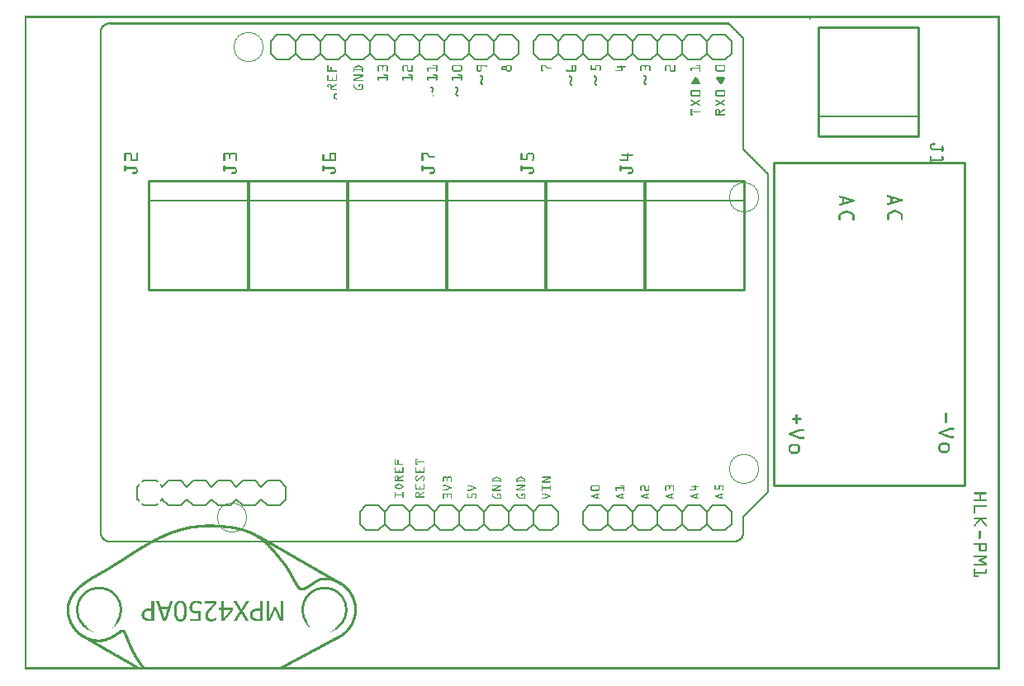
<source format=gto>
G04 MADE WITH FRITZING*
G04 WWW.FRITZING.ORG*
G04 DOUBLE SIDED*
G04 HOLES PLATED*
G04 CONTOUR ON CENTER OF CONTOUR VECTOR*
%ASAXBY*%
%FSLAX23Y23*%
%MOIN*%
%OFA0B0*%
%SFA1.0B1.0*%
%ADD10C,0.121583X0.114639*%
%ADD11R,0.778933X1.311941X0.756711X1.289719*%
%ADD12C,0.011111*%
%ADD13C,0.008000*%
%ADD14C,0.006000*%
%ADD15C,0.010000*%
%ADD16C,0.005000*%
%ADD17R,0.001000X0.001000*%
%LNSILK1*%
G90*
G70*
G54D10*
X2907Y1905D03*
X2907Y809D03*
X905Y2512D03*
X840Y614D03*
G54D12*
X3026Y2045D02*
X3794Y2045D01*
X3794Y744D01*
X3026Y744D01*
X3026Y2045D01*
D02*
G54D13*
X881Y762D02*
X931Y762D01*
D02*
X931Y762D02*
X956Y737D01*
D02*
X956Y687D02*
X931Y662D01*
D02*
X756Y737D02*
X781Y762D01*
D02*
X781Y762D02*
X831Y762D01*
D02*
X831Y762D02*
X856Y737D01*
D02*
X856Y687D02*
X831Y662D01*
D02*
X831Y662D02*
X781Y662D01*
D02*
X781Y662D02*
X756Y687D01*
D02*
X881Y762D02*
X856Y737D01*
D02*
X856Y687D02*
X881Y662D01*
D02*
X931Y662D02*
X881Y662D01*
D02*
X581Y762D02*
X631Y762D01*
D02*
X631Y762D02*
X656Y737D01*
D02*
X656Y687D02*
X631Y662D01*
D02*
X656Y737D02*
X681Y762D01*
D02*
X681Y762D02*
X731Y762D01*
D02*
X731Y762D02*
X756Y737D01*
D02*
X756Y687D02*
X731Y662D01*
D02*
X731Y662D02*
X681Y662D01*
D02*
X681Y662D02*
X656Y687D01*
D02*
X581Y762D02*
X556Y737D01*
D02*
X556Y687D02*
X581Y662D01*
D02*
X631Y662D02*
X581Y662D01*
D02*
X481Y762D02*
X531Y762D01*
D02*
X456Y737D02*
X456Y687D01*
D02*
X531Y662D02*
X481Y662D01*
D02*
X981Y762D02*
X1031Y762D01*
D02*
X1031Y762D02*
X1056Y737D01*
D02*
X1056Y687D02*
X1031Y662D01*
D02*
X981Y762D02*
X956Y737D01*
D02*
X956Y687D02*
X981Y662D01*
D02*
X1031Y662D02*
X981Y662D01*
D02*
X1056Y737D02*
X1056Y687D01*
G54D14*
D02*
X2580Y662D02*
X2630Y662D01*
D02*
X2630Y662D02*
X2655Y637D01*
D02*
X2655Y637D02*
X2655Y587D01*
D02*
X2655Y587D02*
X2630Y562D01*
D02*
X2655Y637D02*
X2680Y662D01*
D02*
X2680Y662D02*
X2730Y662D01*
D02*
X2730Y662D02*
X2755Y637D01*
D02*
X2755Y637D02*
X2755Y587D01*
D02*
X2755Y587D02*
X2730Y562D01*
D02*
X2730Y562D02*
X2680Y562D01*
D02*
X2680Y562D02*
X2655Y587D01*
D02*
X2455Y637D02*
X2480Y662D01*
D02*
X2480Y662D02*
X2530Y662D01*
D02*
X2530Y662D02*
X2555Y637D01*
D02*
X2555Y637D02*
X2555Y587D01*
D02*
X2555Y587D02*
X2530Y562D01*
D02*
X2530Y562D02*
X2480Y562D01*
D02*
X2480Y562D02*
X2455Y587D01*
D02*
X2580Y662D02*
X2555Y637D01*
D02*
X2555Y587D02*
X2580Y562D01*
D02*
X2630Y562D02*
X2580Y562D01*
D02*
X2280Y662D02*
X2330Y662D01*
D02*
X2330Y662D02*
X2355Y637D01*
D02*
X2355Y637D02*
X2355Y587D01*
D02*
X2355Y587D02*
X2330Y562D01*
D02*
X2355Y637D02*
X2380Y662D01*
D02*
X2380Y662D02*
X2430Y662D01*
D02*
X2430Y662D02*
X2455Y637D01*
D02*
X2455Y637D02*
X2455Y587D01*
D02*
X2455Y587D02*
X2430Y562D01*
D02*
X2430Y562D02*
X2380Y562D01*
D02*
X2380Y562D02*
X2355Y587D01*
D02*
X2255Y637D02*
X2255Y587D01*
D02*
X2280Y662D02*
X2255Y637D01*
D02*
X2255Y587D02*
X2280Y562D01*
D02*
X2330Y562D02*
X2280Y562D01*
D02*
X2780Y662D02*
X2830Y662D01*
D02*
X2830Y662D02*
X2855Y637D01*
D02*
X2855Y637D02*
X2855Y587D01*
D02*
X2855Y587D02*
X2830Y562D01*
D02*
X2780Y662D02*
X2755Y637D01*
D02*
X2755Y587D02*
X2780Y562D01*
D02*
X2830Y562D02*
X2780Y562D01*
D02*
X1170Y2462D02*
X1120Y2462D01*
D02*
X1370Y2462D02*
X1320Y2462D01*
D02*
X1270Y2462D02*
X1220Y2462D01*
D02*
X1470Y2462D02*
X1420Y2462D01*
D02*
X1670Y2462D02*
X1620Y2462D01*
D02*
X1570Y2462D02*
X1520Y2462D01*
D02*
X1770Y2462D02*
X1720Y2462D01*
D02*
X1970Y2462D02*
X1920Y2462D01*
D02*
X1870Y2462D02*
X1820Y2462D01*
D02*
X1070Y2462D02*
X1020Y2462D01*
D02*
X1195Y2487D02*
X1170Y2462D01*
D02*
X1120Y2462D02*
X1095Y2487D01*
D02*
X1095Y2487D02*
X1095Y2537D01*
D02*
X1095Y2537D02*
X1120Y2562D01*
D02*
X1120Y2562D02*
X1170Y2562D01*
D02*
X1170Y2562D02*
X1195Y2537D01*
D02*
X1320Y2462D02*
X1295Y2487D01*
D02*
X1295Y2487D02*
X1295Y2537D01*
D02*
X1295Y2537D02*
X1320Y2562D01*
D02*
X1295Y2487D02*
X1270Y2462D01*
D02*
X1220Y2462D02*
X1195Y2487D01*
D02*
X1195Y2487D02*
X1195Y2537D01*
D02*
X1195Y2537D02*
X1220Y2562D01*
D02*
X1220Y2562D02*
X1270Y2562D01*
D02*
X1270Y2562D02*
X1295Y2537D01*
D02*
X1495Y2487D02*
X1470Y2462D01*
D02*
X1420Y2462D02*
X1395Y2487D01*
D02*
X1395Y2487D02*
X1395Y2537D01*
D02*
X1395Y2537D02*
X1420Y2562D01*
D02*
X1420Y2562D02*
X1470Y2562D01*
D02*
X1470Y2562D02*
X1495Y2537D01*
D02*
X1370Y2462D02*
X1395Y2487D01*
D02*
X1395Y2537D02*
X1370Y2562D01*
D02*
X1320Y2562D02*
X1370Y2562D01*
D02*
X1620Y2462D02*
X1595Y2487D01*
D02*
X1595Y2487D02*
X1595Y2537D01*
D02*
X1595Y2537D02*
X1620Y2562D01*
D02*
X1595Y2487D02*
X1570Y2462D01*
D02*
X1520Y2462D02*
X1495Y2487D01*
D02*
X1495Y2487D02*
X1495Y2537D01*
D02*
X1495Y2537D02*
X1520Y2562D01*
D02*
X1520Y2562D02*
X1570Y2562D01*
D02*
X1570Y2562D02*
X1595Y2537D01*
D02*
X1795Y2487D02*
X1770Y2462D01*
D02*
X1720Y2462D02*
X1695Y2487D01*
D02*
X1695Y2487D02*
X1695Y2537D01*
D02*
X1695Y2537D02*
X1720Y2562D01*
D02*
X1720Y2562D02*
X1770Y2562D01*
D02*
X1770Y2562D02*
X1795Y2537D01*
D02*
X1670Y2462D02*
X1695Y2487D01*
D02*
X1695Y2537D02*
X1670Y2562D01*
D02*
X1620Y2562D02*
X1670Y2562D01*
D02*
X1920Y2462D02*
X1895Y2487D01*
D02*
X1895Y2487D02*
X1895Y2537D01*
D02*
X1895Y2537D02*
X1920Y2562D01*
D02*
X1895Y2487D02*
X1870Y2462D01*
D02*
X1820Y2462D02*
X1795Y2487D01*
D02*
X1795Y2487D02*
X1795Y2537D01*
D02*
X1795Y2537D02*
X1820Y2562D01*
D02*
X1820Y2562D02*
X1870Y2562D01*
D02*
X1870Y2562D02*
X1895Y2537D01*
D02*
X1995Y2487D02*
X1995Y2537D01*
D02*
X1970Y2462D02*
X1995Y2487D01*
D02*
X1995Y2537D02*
X1970Y2562D01*
D02*
X1920Y2562D02*
X1970Y2562D01*
D02*
X1020Y2462D02*
X995Y2487D01*
D02*
X995Y2487D02*
X995Y2537D01*
D02*
X995Y2537D02*
X1020Y2562D01*
D02*
X1070Y2462D02*
X1095Y2487D01*
D02*
X1095Y2537D02*
X1070Y2562D01*
D02*
X1020Y2562D02*
X1070Y2562D01*
D02*
X2230Y2462D02*
X2180Y2462D01*
D02*
X2180Y2462D02*
X2155Y2487D01*
D02*
X2155Y2487D02*
X2155Y2537D01*
D02*
X2155Y2537D02*
X2180Y2562D01*
D02*
X2355Y2487D02*
X2330Y2462D01*
D02*
X2330Y2462D02*
X2280Y2462D01*
D02*
X2280Y2462D02*
X2255Y2487D01*
D02*
X2255Y2487D02*
X2255Y2537D01*
D02*
X2255Y2537D02*
X2280Y2562D01*
D02*
X2280Y2562D02*
X2330Y2562D01*
D02*
X2330Y2562D02*
X2355Y2537D01*
D02*
X2230Y2462D02*
X2255Y2487D01*
D02*
X2255Y2537D02*
X2230Y2562D01*
D02*
X2180Y2562D02*
X2230Y2562D01*
D02*
X2530Y2462D02*
X2480Y2462D01*
D02*
X2480Y2462D02*
X2455Y2487D01*
D02*
X2455Y2487D02*
X2455Y2537D01*
D02*
X2455Y2537D02*
X2480Y2562D01*
D02*
X2455Y2487D02*
X2430Y2462D01*
D02*
X2430Y2462D02*
X2380Y2462D01*
D02*
X2380Y2462D02*
X2355Y2487D01*
D02*
X2355Y2487D02*
X2355Y2537D01*
D02*
X2355Y2537D02*
X2380Y2562D01*
D02*
X2380Y2562D02*
X2430Y2562D01*
D02*
X2430Y2562D02*
X2455Y2537D01*
D02*
X2655Y2487D02*
X2630Y2462D01*
D02*
X2630Y2462D02*
X2580Y2462D01*
D02*
X2580Y2462D02*
X2555Y2487D01*
D02*
X2555Y2487D02*
X2555Y2537D01*
D02*
X2555Y2537D02*
X2580Y2562D01*
D02*
X2580Y2562D02*
X2630Y2562D01*
D02*
X2630Y2562D02*
X2655Y2537D01*
D02*
X2530Y2462D02*
X2555Y2487D01*
D02*
X2555Y2537D02*
X2530Y2562D01*
D02*
X2480Y2562D02*
X2530Y2562D01*
D02*
X2830Y2462D02*
X2780Y2462D01*
D02*
X2780Y2462D02*
X2755Y2487D01*
D02*
X2755Y2487D02*
X2755Y2537D01*
D02*
X2755Y2537D02*
X2780Y2562D01*
D02*
X2755Y2487D02*
X2730Y2462D01*
D02*
X2730Y2462D02*
X2680Y2462D01*
D02*
X2680Y2462D02*
X2655Y2487D01*
D02*
X2655Y2487D02*
X2655Y2537D01*
D02*
X2655Y2537D02*
X2680Y2562D01*
D02*
X2680Y2562D02*
X2730Y2562D01*
D02*
X2730Y2562D02*
X2755Y2537D01*
D02*
X2855Y2487D02*
X2855Y2537D01*
D02*
X2830Y2462D02*
X2855Y2487D01*
D02*
X2855Y2537D02*
X2830Y2562D01*
D02*
X2780Y2562D02*
X2830Y2562D01*
D02*
X2130Y2462D02*
X2080Y2462D01*
D02*
X2080Y2462D02*
X2055Y2487D01*
D02*
X2055Y2487D02*
X2055Y2537D01*
D02*
X2055Y2537D02*
X2080Y2562D01*
D02*
X2130Y2462D02*
X2155Y2487D01*
D02*
X2155Y2537D02*
X2130Y2562D01*
D02*
X2080Y2562D02*
X2130Y2562D01*
D02*
X1980Y662D02*
X2030Y662D01*
D02*
X2030Y662D02*
X2055Y637D01*
D02*
X2055Y637D02*
X2055Y587D01*
D02*
X2055Y587D02*
X2030Y562D01*
D02*
X1855Y637D02*
X1880Y662D01*
D02*
X1880Y662D02*
X1930Y662D01*
D02*
X1930Y662D02*
X1955Y637D01*
D02*
X1955Y637D02*
X1955Y587D01*
D02*
X1955Y587D02*
X1930Y562D01*
D02*
X1930Y562D02*
X1880Y562D01*
D02*
X1880Y562D02*
X1855Y587D01*
D02*
X1980Y662D02*
X1955Y637D01*
D02*
X1955Y587D02*
X1980Y562D01*
D02*
X2030Y562D02*
X1980Y562D01*
D02*
X1680Y662D02*
X1730Y662D01*
D02*
X1730Y662D02*
X1755Y637D01*
D02*
X1755Y637D02*
X1755Y587D01*
D02*
X1755Y587D02*
X1730Y562D01*
D02*
X1755Y637D02*
X1780Y662D01*
D02*
X1780Y662D02*
X1830Y662D01*
D02*
X1830Y662D02*
X1855Y637D01*
D02*
X1855Y637D02*
X1855Y587D01*
D02*
X1855Y587D02*
X1830Y562D01*
D02*
X1830Y562D02*
X1780Y562D01*
D02*
X1780Y562D02*
X1755Y587D01*
D02*
X1555Y637D02*
X1580Y662D01*
D02*
X1580Y662D02*
X1630Y662D01*
D02*
X1630Y662D02*
X1655Y637D01*
D02*
X1655Y637D02*
X1655Y587D01*
D02*
X1655Y587D02*
X1630Y562D01*
D02*
X1630Y562D02*
X1580Y562D01*
D02*
X1580Y562D02*
X1555Y587D01*
D02*
X1680Y662D02*
X1655Y637D01*
D02*
X1655Y587D02*
X1680Y562D01*
D02*
X1730Y562D02*
X1680Y562D01*
D02*
X1380Y662D02*
X1430Y662D01*
D02*
X1430Y662D02*
X1455Y637D01*
D02*
X1455Y637D02*
X1455Y587D01*
D02*
X1455Y587D02*
X1430Y562D01*
D02*
X1455Y637D02*
X1480Y662D01*
D02*
X1480Y662D02*
X1530Y662D01*
D02*
X1530Y662D02*
X1555Y637D01*
D02*
X1555Y637D02*
X1555Y587D01*
D02*
X1555Y587D02*
X1530Y562D01*
D02*
X1530Y562D02*
X1480Y562D01*
D02*
X1480Y562D02*
X1455Y587D01*
D02*
X1355Y637D02*
X1355Y587D01*
D02*
X1380Y662D02*
X1355Y637D01*
D02*
X1355Y587D02*
X1380Y562D01*
D02*
X1430Y562D02*
X1380Y562D01*
D02*
X2080Y662D02*
X2130Y662D01*
D02*
X2130Y662D02*
X2155Y637D01*
D02*
X2155Y637D02*
X2155Y587D01*
D02*
X2155Y587D02*
X2130Y562D01*
D02*
X2080Y662D02*
X2055Y637D01*
D02*
X2055Y587D02*
X2080Y562D01*
D02*
X2130Y562D02*
X2080Y562D01*
G54D15*
D02*
X1703Y1532D02*
X2106Y1532D01*
D02*
X2106Y1532D02*
X2106Y1972D01*
D02*
X2106Y1972D02*
X1703Y1972D01*
D02*
X1703Y1972D02*
X1703Y1532D01*
G54D16*
D02*
X2106Y1892D02*
X1703Y1892D01*
G54D15*
D02*
X1303Y1532D02*
X1706Y1532D01*
D02*
X1706Y1532D02*
X1706Y1972D01*
D02*
X1706Y1972D02*
X1303Y1972D01*
D02*
X1303Y1972D02*
X1303Y1532D01*
G54D16*
D02*
X1706Y1892D02*
X1303Y1892D01*
G54D15*
D02*
X2103Y1532D02*
X2506Y1532D01*
D02*
X2506Y1532D02*
X2506Y1972D01*
D02*
X2506Y1972D02*
X2103Y1972D01*
D02*
X2103Y1972D02*
X2103Y1532D01*
G54D16*
D02*
X2506Y1892D02*
X2103Y1892D01*
G54D15*
D02*
X2503Y1532D02*
X2906Y1532D01*
D02*
X2906Y1532D02*
X2906Y1972D01*
D02*
X2906Y1972D02*
X2503Y1972D01*
D02*
X2503Y1972D02*
X2503Y1532D01*
G54D16*
D02*
X2906Y1892D02*
X2503Y1892D01*
G54D15*
D02*
X903Y1532D02*
X1306Y1532D01*
D02*
X1306Y1532D02*
X1306Y1972D01*
D02*
X1306Y1972D02*
X903Y1972D01*
D02*
X903Y1972D02*
X903Y1532D01*
G54D16*
D02*
X1306Y1892D02*
X903Y1892D01*
G54D15*
D02*
X503Y1532D02*
X906Y1532D01*
D02*
X906Y1532D02*
X906Y1972D01*
D02*
X906Y1972D02*
X503Y1972D01*
D02*
X503Y1972D02*
X503Y1532D01*
G54D16*
D02*
X906Y1892D02*
X503Y1892D01*
G54D15*
D02*
X3610Y2592D02*
X3206Y2592D01*
D02*
X3206Y2592D02*
X3206Y2152D01*
D02*
X3206Y2152D02*
X3610Y2152D01*
D02*
X3610Y2152D02*
X3610Y2592D01*
G54D16*
D02*
X3206Y2232D02*
X3610Y2232D01*
G54D17*
X1Y2637D02*
X3937Y2637D01*
X1Y2636D02*
X3937Y2636D01*
X1Y2635D02*
X3937Y2635D01*
X1Y2634D02*
X3937Y2634D01*
X1Y2633D02*
X3937Y2633D01*
X1Y2632D02*
X3937Y2632D01*
X1Y2631D02*
X3937Y2631D01*
X1Y2630D02*
X3937Y2630D01*
X1Y2629D02*
X8Y2629D01*
X3168Y2629D02*
X3174Y2629D01*
X3930Y2629D02*
X3937Y2629D01*
X1Y2628D02*
X8Y2628D01*
X3168Y2628D02*
X3174Y2628D01*
X3930Y2628D02*
X3937Y2628D01*
X1Y2627D02*
X8Y2627D01*
X3168Y2627D02*
X3174Y2627D01*
X3930Y2627D02*
X3937Y2627D01*
X1Y2626D02*
X8Y2626D01*
X3168Y2626D02*
X3174Y2626D01*
X3930Y2626D02*
X3937Y2626D01*
X1Y2625D02*
X8Y2625D01*
X3168Y2625D02*
X3174Y2625D01*
X3930Y2625D02*
X3937Y2625D01*
X1Y2624D02*
X8Y2624D01*
X3169Y2624D02*
X3173Y2624D01*
X3930Y2624D02*
X3937Y2624D01*
X1Y2623D02*
X8Y2623D01*
X3171Y2623D02*
X3171Y2623D01*
X3930Y2623D02*
X3937Y2623D01*
X1Y2622D02*
X8Y2622D01*
X3930Y2622D02*
X3937Y2622D01*
X1Y2621D02*
X8Y2621D01*
X3930Y2621D02*
X3937Y2621D01*
X1Y2620D02*
X8Y2620D01*
X3930Y2620D02*
X3937Y2620D01*
X1Y2619D02*
X8Y2619D01*
X3930Y2619D02*
X3937Y2619D01*
X1Y2618D02*
X8Y2618D01*
X3930Y2618D02*
X3937Y2618D01*
X1Y2617D02*
X8Y2617D01*
X3930Y2617D02*
X3937Y2617D01*
X1Y2616D02*
X8Y2616D01*
X3930Y2616D02*
X3937Y2616D01*
X1Y2615D02*
X8Y2615D01*
X3930Y2615D02*
X3937Y2615D01*
X1Y2614D02*
X8Y2614D01*
X3930Y2614D02*
X3937Y2614D01*
X1Y2613D02*
X8Y2613D01*
X3930Y2613D02*
X3937Y2613D01*
X1Y2612D02*
X8Y2612D01*
X343Y2612D02*
X345Y2612D01*
X348Y2612D02*
X348Y2612D01*
X3930Y2612D02*
X3937Y2612D01*
X1Y2611D02*
X8Y2611D01*
X335Y2611D02*
X2844Y2611D01*
X3930Y2611D02*
X3937Y2611D01*
X1Y2610D02*
X8Y2610D01*
X332Y2610D02*
X2845Y2610D01*
X3930Y2610D02*
X3937Y2610D01*
X1Y2609D02*
X8Y2609D01*
X329Y2609D02*
X2846Y2609D01*
X3930Y2609D02*
X3937Y2609D01*
X1Y2608D02*
X8Y2608D01*
X327Y2608D02*
X2847Y2608D01*
X3930Y2608D02*
X3937Y2608D01*
X1Y2607D02*
X8Y2607D01*
X325Y2607D02*
X2848Y2607D01*
X3930Y2607D02*
X3937Y2607D01*
X1Y2606D02*
X8Y2606D01*
X324Y2606D02*
X2849Y2606D01*
X3930Y2606D02*
X3937Y2606D01*
X1Y2605D02*
X8Y2605D01*
X322Y2605D02*
X2850Y2605D01*
X3930Y2605D02*
X3937Y2605D01*
X1Y2604D02*
X8Y2604D01*
X321Y2604D02*
X342Y2604D01*
X346Y2604D02*
X2851Y2604D01*
X3930Y2604D02*
X3937Y2604D01*
X1Y2603D02*
X8Y2603D01*
X319Y2603D02*
X335Y2603D01*
X2842Y2603D02*
X2852Y2603D01*
X3930Y2603D02*
X3937Y2603D01*
X1Y2602D02*
X8Y2602D01*
X318Y2602D02*
X332Y2602D01*
X2843Y2602D02*
X2853Y2602D01*
X3930Y2602D02*
X3937Y2602D01*
X1Y2601D02*
X8Y2601D01*
X317Y2601D02*
X330Y2601D01*
X2844Y2601D02*
X2854Y2601D01*
X3930Y2601D02*
X3937Y2601D01*
X1Y2600D02*
X8Y2600D01*
X316Y2600D02*
X328Y2600D01*
X2845Y2600D02*
X2855Y2600D01*
X3930Y2600D02*
X3937Y2600D01*
X1Y2599D02*
X8Y2599D01*
X315Y2599D02*
X326Y2599D01*
X2846Y2599D02*
X2856Y2599D01*
X3930Y2599D02*
X3937Y2599D01*
X1Y2598D02*
X8Y2598D01*
X314Y2598D02*
X325Y2598D01*
X2847Y2598D02*
X2857Y2598D01*
X3930Y2598D02*
X3937Y2598D01*
X1Y2597D02*
X8Y2597D01*
X313Y2597D02*
X324Y2597D01*
X2848Y2597D02*
X2858Y2597D01*
X3930Y2597D02*
X3937Y2597D01*
X1Y2596D02*
X8Y2596D01*
X313Y2596D02*
X322Y2596D01*
X2849Y2596D02*
X2859Y2596D01*
X3930Y2596D02*
X3937Y2596D01*
X1Y2595D02*
X8Y2595D01*
X312Y2595D02*
X321Y2595D01*
X2850Y2595D02*
X2860Y2595D01*
X3930Y2595D02*
X3937Y2595D01*
X1Y2594D02*
X8Y2594D01*
X311Y2594D02*
X320Y2594D01*
X2851Y2594D02*
X2861Y2594D01*
X3930Y2594D02*
X3937Y2594D01*
X1Y2593D02*
X8Y2593D01*
X311Y2593D02*
X320Y2593D01*
X2852Y2593D02*
X2862Y2593D01*
X3930Y2593D02*
X3937Y2593D01*
X1Y2592D02*
X8Y2592D01*
X310Y2592D02*
X312Y2592D01*
X2853Y2592D02*
X2863Y2592D01*
X3930Y2592D02*
X3937Y2592D01*
X1Y2591D02*
X8Y2591D01*
X310Y2591D02*
X318Y2591D01*
X2854Y2591D02*
X2864Y2591D01*
X3930Y2591D02*
X3937Y2591D01*
X1Y2590D02*
X8Y2590D01*
X309Y2590D02*
X317Y2590D01*
X2855Y2590D02*
X2865Y2590D01*
X3930Y2590D02*
X3937Y2590D01*
X1Y2589D02*
X8Y2589D01*
X309Y2589D02*
X317Y2589D01*
X2856Y2589D02*
X2866Y2589D01*
X3930Y2589D02*
X3937Y2589D01*
X1Y2588D02*
X8Y2588D01*
X308Y2588D02*
X316Y2588D01*
X2857Y2588D02*
X2867Y2588D01*
X3930Y2588D02*
X3937Y2588D01*
X1Y2587D02*
X8Y2587D01*
X308Y2587D02*
X316Y2587D01*
X2858Y2587D02*
X2868Y2587D01*
X3930Y2587D02*
X3937Y2587D01*
X1Y2586D02*
X8Y2586D01*
X308Y2586D02*
X315Y2586D01*
X2859Y2586D02*
X2869Y2586D01*
X3930Y2586D02*
X3937Y2586D01*
X1Y2585D02*
X8Y2585D01*
X307Y2585D02*
X315Y2585D01*
X2860Y2585D02*
X2870Y2585D01*
X3930Y2585D02*
X3937Y2585D01*
X1Y2584D02*
X8Y2584D01*
X307Y2584D02*
X314Y2584D01*
X2861Y2584D02*
X2871Y2584D01*
X3930Y2584D02*
X3937Y2584D01*
X1Y2583D02*
X8Y2583D01*
X307Y2583D02*
X314Y2583D01*
X2862Y2583D02*
X2872Y2583D01*
X3930Y2583D02*
X3937Y2583D01*
X1Y2582D02*
X8Y2582D01*
X306Y2582D02*
X313Y2582D01*
X2863Y2582D02*
X2873Y2582D01*
X3930Y2582D02*
X3937Y2582D01*
X1Y2581D02*
X8Y2581D01*
X306Y2581D02*
X313Y2581D01*
X2864Y2581D02*
X2874Y2581D01*
X3930Y2581D02*
X3937Y2581D01*
X1Y2580D02*
X8Y2580D01*
X306Y2580D02*
X313Y2580D01*
X2865Y2580D02*
X2875Y2580D01*
X3930Y2580D02*
X3937Y2580D01*
X1Y2579D02*
X8Y2579D01*
X306Y2579D02*
X313Y2579D01*
X2866Y2579D02*
X2876Y2579D01*
X3930Y2579D02*
X3937Y2579D01*
X1Y2578D02*
X8Y2578D01*
X306Y2578D02*
X313Y2578D01*
X2867Y2578D02*
X2877Y2578D01*
X3930Y2578D02*
X3937Y2578D01*
X1Y2577D02*
X8Y2577D01*
X305Y2577D02*
X312Y2577D01*
X2868Y2577D02*
X2878Y2577D01*
X3930Y2577D02*
X3937Y2577D01*
X1Y2576D02*
X8Y2576D01*
X305Y2576D02*
X312Y2576D01*
X2869Y2576D02*
X2879Y2576D01*
X3930Y2576D02*
X3937Y2576D01*
X1Y2575D02*
X8Y2575D01*
X305Y2575D02*
X312Y2575D01*
X2870Y2575D02*
X2880Y2575D01*
X3930Y2575D02*
X3937Y2575D01*
X1Y2574D02*
X8Y2574D01*
X305Y2574D02*
X312Y2574D01*
X2871Y2574D02*
X2881Y2574D01*
X3930Y2574D02*
X3937Y2574D01*
X1Y2573D02*
X8Y2573D01*
X305Y2573D02*
X312Y2573D01*
X2872Y2573D02*
X2882Y2573D01*
X3930Y2573D02*
X3937Y2573D01*
X1Y2572D02*
X8Y2572D01*
X305Y2572D02*
X312Y2572D01*
X2873Y2572D02*
X2883Y2572D01*
X3930Y2572D02*
X3937Y2572D01*
X1Y2571D02*
X8Y2571D01*
X305Y2571D02*
X312Y2571D01*
X2874Y2571D02*
X2884Y2571D01*
X3930Y2571D02*
X3937Y2571D01*
X1Y2570D02*
X8Y2570D01*
X305Y2570D02*
X312Y2570D01*
X2875Y2570D02*
X2885Y2570D01*
X3930Y2570D02*
X3937Y2570D01*
X1Y2569D02*
X8Y2569D01*
X305Y2569D02*
X312Y2569D01*
X2876Y2569D02*
X2886Y2569D01*
X3930Y2569D02*
X3937Y2569D01*
X1Y2568D02*
X8Y2568D01*
X305Y2568D02*
X312Y2568D01*
X2877Y2568D02*
X2887Y2568D01*
X3930Y2568D02*
X3937Y2568D01*
X1Y2567D02*
X8Y2567D01*
X305Y2567D02*
X312Y2567D01*
X2878Y2567D02*
X2888Y2567D01*
X3930Y2567D02*
X3937Y2567D01*
X1Y2566D02*
X8Y2566D01*
X305Y2566D02*
X312Y2566D01*
X2879Y2566D02*
X2889Y2566D01*
X3930Y2566D02*
X3937Y2566D01*
X1Y2565D02*
X8Y2565D01*
X305Y2565D02*
X312Y2565D01*
X2880Y2565D02*
X2890Y2565D01*
X3930Y2565D02*
X3937Y2565D01*
X1Y2564D02*
X8Y2564D01*
X305Y2564D02*
X312Y2564D01*
X2881Y2564D02*
X2891Y2564D01*
X3930Y2564D02*
X3937Y2564D01*
X1Y2563D02*
X8Y2563D01*
X305Y2563D02*
X312Y2563D01*
X2882Y2563D02*
X2892Y2563D01*
X3930Y2563D02*
X3937Y2563D01*
X1Y2562D02*
X8Y2562D01*
X305Y2562D02*
X312Y2562D01*
X2883Y2562D02*
X2893Y2562D01*
X3930Y2562D02*
X3937Y2562D01*
X1Y2561D02*
X8Y2561D01*
X305Y2561D02*
X312Y2561D01*
X2884Y2561D02*
X2894Y2561D01*
X3930Y2561D02*
X3937Y2561D01*
X1Y2560D02*
X8Y2560D01*
X305Y2560D02*
X312Y2560D01*
X2885Y2560D02*
X2895Y2560D01*
X3930Y2560D02*
X3937Y2560D01*
X1Y2559D02*
X8Y2559D01*
X305Y2559D02*
X312Y2559D01*
X2886Y2559D02*
X2896Y2559D01*
X3930Y2559D02*
X3937Y2559D01*
X1Y2558D02*
X8Y2558D01*
X305Y2558D02*
X312Y2558D01*
X2887Y2558D02*
X2897Y2558D01*
X3930Y2558D02*
X3937Y2558D01*
X1Y2557D02*
X8Y2557D01*
X305Y2557D02*
X312Y2557D01*
X2888Y2557D02*
X2898Y2557D01*
X3930Y2557D02*
X3937Y2557D01*
X1Y2556D02*
X8Y2556D01*
X305Y2556D02*
X312Y2556D01*
X2889Y2556D02*
X2899Y2556D01*
X3930Y2556D02*
X3937Y2556D01*
X1Y2555D02*
X8Y2555D01*
X305Y2555D02*
X312Y2555D01*
X2890Y2555D02*
X2900Y2555D01*
X3930Y2555D02*
X3937Y2555D01*
X1Y2554D02*
X8Y2554D01*
X305Y2554D02*
X312Y2554D01*
X2891Y2554D02*
X2901Y2554D01*
X3930Y2554D02*
X3937Y2554D01*
X1Y2553D02*
X8Y2553D01*
X305Y2553D02*
X312Y2553D01*
X2892Y2553D02*
X2902Y2553D01*
X3930Y2553D02*
X3937Y2553D01*
X1Y2552D02*
X8Y2552D01*
X305Y2552D02*
X312Y2552D01*
X2893Y2552D02*
X2903Y2552D01*
X3930Y2552D02*
X3937Y2552D01*
X1Y2551D02*
X8Y2551D01*
X305Y2551D02*
X312Y2551D01*
X2894Y2551D02*
X2904Y2551D01*
X3930Y2551D02*
X3937Y2551D01*
X1Y2550D02*
X8Y2550D01*
X305Y2550D02*
X312Y2550D01*
X2895Y2550D02*
X2905Y2550D01*
X3930Y2550D02*
X3937Y2550D01*
X1Y2549D02*
X8Y2549D01*
X305Y2549D02*
X312Y2549D01*
X2896Y2549D02*
X2905Y2549D01*
X3930Y2549D02*
X3937Y2549D01*
X1Y2548D02*
X8Y2548D01*
X305Y2548D02*
X312Y2548D01*
X2897Y2548D02*
X2905Y2548D01*
X3930Y2548D02*
X3937Y2548D01*
X1Y2547D02*
X8Y2547D01*
X305Y2547D02*
X312Y2547D01*
X2898Y2547D02*
X2905Y2547D01*
X3930Y2547D02*
X3937Y2547D01*
X1Y2546D02*
X8Y2546D01*
X305Y2546D02*
X312Y2546D01*
X2898Y2546D02*
X2905Y2546D01*
X3930Y2546D02*
X3937Y2546D01*
X1Y2545D02*
X8Y2545D01*
X305Y2545D02*
X312Y2545D01*
X2898Y2545D02*
X2905Y2545D01*
X3930Y2545D02*
X3937Y2545D01*
X1Y2544D02*
X8Y2544D01*
X305Y2544D02*
X312Y2544D01*
X2898Y2544D02*
X2905Y2544D01*
X3930Y2544D02*
X3937Y2544D01*
X1Y2543D02*
X8Y2543D01*
X305Y2543D02*
X312Y2543D01*
X2898Y2543D02*
X2905Y2543D01*
X3930Y2543D02*
X3937Y2543D01*
X1Y2542D02*
X8Y2542D01*
X305Y2542D02*
X312Y2542D01*
X2898Y2542D02*
X2905Y2542D01*
X3930Y2542D02*
X3937Y2542D01*
X1Y2541D02*
X8Y2541D01*
X305Y2541D02*
X312Y2541D01*
X2898Y2541D02*
X2905Y2541D01*
X3930Y2541D02*
X3937Y2541D01*
X1Y2540D02*
X8Y2540D01*
X305Y2540D02*
X312Y2540D01*
X2898Y2540D02*
X2905Y2540D01*
X3930Y2540D02*
X3937Y2540D01*
X1Y2539D02*
X8Y2539D01*
X305Y2539D02*
X312Y2539D01*
X2898Y2539D02*
X2905Y2539D01*
X3930Y2539D02*
X3937Y2539D01*
X1Y2538D02*
X8Y2538D01*
X305Y2538D02*
X312Y2538D01*
X2898Y2538D02*
X2905Y2538D01*
X3930Y2538D02*
X3937Y2538D01*
X1Y2537D02*
X8Y2537D01*
X305Y2537D02*
X312Y2537D01*
X2898Y2537D02*
X2905Y2537D01*
X3930Y2537D02*
X3937Y2537D01*
X1Y2536D02*
X8Y2536D01*
X305Y2536D02*
X312Y2536D01*
X2898Y2536D02*
X2905Y2536D01*
X3930Y2536D02*
X3937Y2536D01*
X1Y2535D02*
X8Y2535D01*
X305Y2535D02*
X312Y2535D01*
X2898Y2535D02*
X2905Y2535D01*
X3930Y2535D02*
X3937Y2535D01*
X1Y2534D02*
X8Y2534D01*
X305Y2534D02*
X312Y2534D01*
X2898Y2534D02*
X2905Y2534D01*
X3930Y2534D02*
X3937Y2534D01*
X1Y2533D02*
X8Y2533D01*
X305Y2533D02*
X312Y2533D01*
X2898Y2533D02*
X2905Y2533D01*
X3930Y2533D02*
X3937Y2533D01*
X1Y2532D02*
X8Y2532D01*
X305Y2532D02*
X312Y2532D01*
X2898Y2532D02*
X2905Y2532D01*
X3930Y2532D02*
X3937Y2532D01*
X1Y2531D02*
X8Y2531D01*
X305Y2531D02*
X312Y2531D01*
X2898Y2531D02*
X2905Y2531D01*
X3930Y2531D02*
X3937Y2531D01*
X1Y2530D02*
X8Y2530D01*
X305Y2530D02*
X312Y2530D01*
X2898Y2530D02*
X2905Y2530D01*
X3930Y2530D02*
X3937Y2530D01*
X1Y2529D02*
X8Y2529D01*
X305Y2529D02*
X312Y2529D01*
X2898Y2529D02*
X2905Y2529D01*
X3930Y2529D02*
X3937Y2529D01*
X1Y2528D02*
X8Y2528D01*
X305Y2528D02*
X312Y2528D01*
X2898Y2528D02*
X2905Y2528D01*
X3930Y2528D02*
X3937Y2528D01*
X1Y2527D02*
X8Y2527D01*
X305Y2527D02*
X312Y2527D01*
X2898Y2527D02*
X2905Y2527D01*
X3930Y2527D02*
X3937Y2527D01*
X1Y2526D02*
X8Y2526D01*
X305Y2526D02*
X312Y2526D01*
X2898Y2526D02*
X2905Y2526D01*
X3930Y2526D02*
X3937Y2526D01*
X1Y2525D02*
X8Y2525D01*
X305Y2525D02*
X312Y2525D01*
X2898Y2525D02*
X2905Y2525D01*
X3930Y2525D02*
X3937Y2525D01*
X1Y2524D02*
X8Y2524D01*
X305Y2524D02*
X312Y2524D01*
X2898Y2524D02*
X2905Y2524D01*
X3930Y2524D02*
X3937Y2524D01*
X1Y2523D02*
X8Y2523D01*
X305Y2523D02*
X312Y2523D01*
X2898Y2523D02*
X2905Y2523D01*
X3930Y2523D02*
X3937Y2523D01*
X1Y2522D02*
X8Y2522D01*
X305Y2522D02*
X312Y2522D01*
X2898Y2522D02*
X2905Y2522D01*
X3930Y2522D02*
X3937Y2522D01*
X1Y2521D02*
X8Y2521D01*
X305Y2521D02*
X312Y2521D01*
X2898Y2521D02*
X2905Y2521D01*
X3930Y2521D02*
X3937Y2521D01*
X1Y2520D02*
X8Y2520D01*
X305Y2520D02*
X312Y2520D01*
X2898Y2520D02*
X2905Y2520D01*
X3930Y2520D02*
X3937Y2520D01*
X1Y2519D02*
X8Y2519D01*
X305Y2519D02*
X312Y2519D01*
X2898Y2519D02*
X2905Y2519D01*
X3930Y2519D02*
X3937Y2519D01*
X1Y2518D02*
X8Y2518D01*
X305Y2518D02*
X312Y2518D01*
X2898Y2518D02*
X2905Y2518D01*
X3930Y2518D02*
X3937Y2518D01*
X1Y2517D02*
X8Y2517D01*
X305Y2517D02*
X312Y2517D01*
X2898Y2517D02*
X2905Y2517D01*
X3930Y2517D02*
X3937Y2517D01*
X1Y2516D02*
X8Y2516D01*
X305Y2516D02*
X312Y2516D01*
X2898Y2516D02*
X2905Y2516D01*
X3930Y2516D02*
X3937Y2516D01*
X1Y2515D02*
X8Y2515D01*
X305Y2515D02*
X312Y2515D01*
X2898Y2515D02*
X2905Y2515D01*
X3930Y2515D02*
X3937Y2515D01*
X1Y2514D02*
X8Y2514D01*
X305Y2514D02*
X312Y2514D01*
X2898Y2514D02*
X2905Y2514D01*
X3930Y2514D02*
X3937Y2514D01*
X1Y2513D02*
X8Y2513D01*
X305Y2513D02*
X312Y2513D01*
X2898Y2513D02*
X2905Y2513D01*
X3930Y2513D02*
X3937Y2513D01*
X1Y2512D02*
X8Y2512D01*
X305Y2512D02*
X312Y2512D01*
X2898Y2512D02*
X2905Y2512D01*
X3930Y2512D02*
X3937Y2512D01*
X1Y2511D02*
X8Y2511D01*
X305Y2511D02*
X312Y2511D01*
X2898Y2511D02*
X2905Y2511D01*
X3930Y2511D02*
X3937Y2511D01*
X1Y2510D02*
X8Y2510D01*
X305Y2510D02*
X312Y2510D01*
X2898Y2510D02*
X2905Y2510D01*
X3930Y2510D02*
X3937Y2510D01*
X1Y2509D02*
X8Y2509D01*
X305Y2509D02*
X312Y2509D01*
X2898Y2509D02*
X2905Y2509D01*
X3930Y2509D02*
X3937Y2509D01*
X1Y2508D02*
X8Y2508D01*
X305Y2508D02*
X312Y2508D01*
X2898Y2508D02*
X2905Y2508D01*
X3930Y2508D02*
X3937Y2508D01*
X1Y2507D02*
X8Y2507D01*
X305Y2507D02*
X312Y2507D01*
X2898Y2507D02*
X2905Y2507D01*
X3930Y2507D02*
X3937Y2507D01*
X1Y2506D02*
X8Y2506D01*
X305Y2506D02*
X312Y2506D01*
X2898Y2506D02*
X2905Y2506D01*
X3930Y2506D02*
X3937Y2506D01*
X1Y2505D02*
X8Y2505D01*
X305Y2505D02*
X312Y2505D01*
X2898Y2505D02*
X2905Y2505D01*
X3930Y2505D02*
X3937Y2505D01*
X1Y2504D02*
X8Y2504D01*
X305Y2504D02*
X312Y2504D01*
X2898Y2504D02*
X2905Y2504D01*
X3930Y2504D02*
X3937Y2504D01*
X1Y2503D02*
X8Y2503D01*
X305Y2503D02*
X312Y2503D01*
X2898Y2503D02*
X2905Y2503D01*
X3930Y2503D02*
X3937Y2503D01*
X1Y2502D02*
X8Y2502D01*
X305Y2502D02*
X312Y2502D01*
X2898Y2502D02*
X2905Y2502D01*
X3930Y2502D02*
X3937Y2502D01*
X1Y2501D02*
X8Y2501D01*
X305Y2501D02*
X312Y2501D01*
X2898Y2501D02*
X2905Y2501D01*
X3930Y2501D02*
X3937Y2501D01*
X1Y2500D02*
X8Y2500D01*
X305Y2500D02*
X312Y2500D01*
X2898Y2500D02*
X2905Y2500D01*
X3930Y2500D02*
X3937Y2500D01*
X1Y2499D02*
X8Y2499D01*
X305Y2499D02*
X312Y2499D01*
X2898Y2499D02*
X2905Y2499D01*
X3930Y2499D02*
X3937Y2499D01*
X1Y2498D02*
X8Y2498D01*
X305Y2498D02*
X312Y2498D01*
X2898Y2498D02*
X2905Y2498D01*
X3930Y2498D02*
X3937Y2498D01*
X1Y2497D02*
X8Y2497D01*
X305Y2497D02*
X312Y2497D01*
X2898Y2497D02*
X2905Y2497D01*
X3930Y2497D02*
X3937Y2497D01*
X1Y2496D02*
X8Y2496D01*
X305Y2496D02*
X312Y2496D01*
X2898Y2496D02*
X2905Y2496D01*
X3930Y2496D02*
X3937Y2496D01*
X1Y2495D02*
X8Y2495D01*
X305Y2495D02*
X312Y2495D01*
X2898Y2495D02*
X2905Y2495D01*
X3930Y2495D02*
X3937Y2495D01*
X1Y2494D02*
X8Y2494D01*
X305Y2494D02*
X312Y2494D01*
X2898Y2494D02*
X2905Y2494D01*
X3930Y2494D02*
X3937Y2494D01*
X1Y2493D02*
X8Y2493D01*
X305Y2493D02*
X312Y2493D01*
X2898Y2493D02*
X2905Y2493D01*
X3930Y2493D02*
X3937Y2493D01*
X1Y2492D02*
X8Y2492D01*
X305Y2492D02*
X312Y2492D01*
X2898Y2492D02*
X2905Y2492D01*
X3930Y2492D02*
X3937Y2492D01*
X1Y2491D02*
X8Y2491D01*
X305Y2491D02*
X312Y2491D01*
X2898Y2491D02*
X2905Y2491D01*
X3930Y2491D02*
X3937Y2491D01*
X1Y2490D02*
X8Y2490D01*
X305Y2490D02*
X312Y2490D01*
X2898Y2490D02*
X2905Y2490D01*
X3930Y2490D02*
X3937Y2490D01*
X1Y2489D02*
X8Y2489D01*
X305Y2489D02*
X312Y2489D01*
X2898Y2489D02*
X2905Y2489D01*
X3930Y2489D02*
X3937Y2489D01*
X1Y2488D02*
X8Y2488D01*
X305Y2488D02*
X312Y2488D01*
X2898Y2488D02*
X2905Y2488D01*
X3930Y2488D02*
X3937Y2488D01*
X1Y2487D02*
X8Y2487D01*
X305Y2487D02*
X312Y2487D01*
X2898Y2487D02*
X2905Y2487D01*
X3930Y2487D02*
X3937Y2487D01*
X1Y2486D02*
X8Y2486D01*
X305Y2486D02*
X312Y2486D01*
X2898Y2486D02*
X2905Y2486D01*
X3930Y2486D02*
X3937Y2486D01*
X1Y2485D02*
X8Y2485D01*
X305Y2485D02*
X312Y2485D01*
X2898Y2485D02*
X2905Y2485D01*
X3930Y2485D02*
X3937Y2485D01*
X1Y2484D02*
X8Y2484D01*
X305Y2484D02*
X312Y2484D01*
X2898Y2484D02*
X2905Y2484D01*
X3930Y2484D02*
X3937Y2484D01*
X1Y2483D02*
X8Y2483D01*
X305Y2483D02*
X312Y2483D01*
X2898Y2483D02*
X2905Y2483D01*
X3930Y2483D02*
X3937Y2483D01*
X1Y2482D02*
X8Y2482D01*
X305Y2482D02*
X312Y2482D01*
X2898Y2482D02*
X2905Y2482D01*
X3930Y2482D02*
X3937Y2482D01*
X1Y2481D02*
X8Y2481D01*
X305Y2481D02*
X312Y2481D01*
X2898Y2481D02*
X2905Y2481D01*
X3930Y2481D02*
X3937Y2481D01*
X1Y2480D02*
X8Y2480D01*
X305Y2480D02*
X312Y2480D01*
X2898Y2480D02*
X2905Y2480D01*
X3930Y2480D02*
X3937Y2480D01*
X1Y2479D02*
X8Y2479D01*
X305Y2479D02*
X312Y2479D01*
X2898Y2479D02*
X2905Y2479D01*
X3930Y2479D02*
X3937Y2479D01*
X1Y2478D02*
X8Y2478D01*
X305Y2478D02*
X312Y2478D01*
X2898Y2478D02*
X2905Y2478D01*
X3930Y2478D02*
X3937Y2478D01*
X1Y2477D02*
X8Y2477D01*
X305Y2477D02*
X312Y2477D01*
X2898Y2477D02*
X2905Y2477D01*
X3930Y2477D02*
X3937Y2477D01*
X1Y2476D02*
X8Y2476D01*
X305Y2476D02*
X312Y2476D01*
X2898Y2476D02*
X2905Y2476D01*
X3930Y2476D02*
X3937Y2476D01*
X1Y2475D02*
X8Y2475D01*
X305Y2475D02*
X312Y2475D01*
X2898Y2475D02*
X2905Y2475D01*
X3930Y2475D02*
X3937Y2475D01*
X1Y2474D02*
X8Y2474D01*
X305Y2474D02*
X312Y2474D01*
X2898Y2474D02*
X2905Y2474D01*
X3930Y2474D02*
X3937Y2474D01*
X1Y2473D02*
X8Y2473D01*
X305Y2473D02*
X312Y2473D01*
X2898Y2473D02*
X2905Y2473D01*
X3930Y2473D02*
X3937Y2473D01*
X1Y2472D02*
X8Y2472D01*
X305Y2472D02*
X312Y2472D01*
X2898Y2472D02*
X2905Y2472D01*
X3930Y2472D02*
X3937Y2472D01*
X1Y2471D02*
X8Y2471D01*
X305Y2471D02*
X312Y2471D01*
X2898Y2471D02*
X2905Y2471D01*
X3930Y2471D02*
X3937Y2471D01*
X1Y2470D02*
X8Y2470D01*
X305Y2470D02*
X312Y2470D01*
X2898Y2470D02*
X2905Y2470D01*
X3930Y2470D02*
X3937Y2470D01*
X1Y2469D02*
X8Y2469D01*
X305Y2469D02*
X312Y2469D01*
X2898Y2469D02*
X2905Y2469D01*
X3930Y2469D02*
X3937Y2469D01*
X1Y2468D02*
X8Y2468D01*
X305Y2468D02*
X312Y2468D01*
X2898Y2468D02*
X2905Y2468D01*
X3930Y2468D02*
X3937Y2468D01*
X1Y2467D02*
X8Y2467D01*
X305Y2467D02*
X312Y2467D01*
X2898Y2467D02*
X2905Y2467D01*
X3930Y2467D02*
X3937Y2467D01*
X1Y2466D02*
X8Y2466D01*
X305Y2466D02*
X312Y2466D01*
X2898Y2466D02*
X2905Y2466D01*
X3930Y2466D02*
X3937Y2466D01*
X1Y2465D02*
X8Y2465D01*
X305Y2465D02*
X312Y2465D01*
X2898Y2465D02*
X2905Y2465D01*
X3930Y2465D02*
X3937Y2465D01*
X1Y2464D02*
X8Y2464D01*
X305Y2464D02*
X312Y2464D01*
X2898Y2464D02*
X2905Y2464D01*
X3930Y2464D02*
X3937Y2464D01*
X1Y2463D02*
X8Y2463D01*
X305Y2463D02*
X312Y2463D01*
X2898Y2463D02*
X2905Y2463D01*
X3930Y2463D02*
X3937Y2463D01*
X1Y2462D02*
X8Y2462D01*
X305Y2462D02*
X312Y2462D01*
X2898Y2462D02*
X2905Y2462D01*
X3930Y2462D02*
X3937Y2462D01*
X1Y2461D02*
X8Y2461D01*
X305Y2461D02*
X312Y2461D01*
X2898Y2461D02*
X2905Y2461D01*
X3930Y2461D02*
X3937Y2461D01*
X1Y2460D02*
X8Y2460D01*
X305Y2460D02*
X312Y2460D01*
X2898Y2460D02*
X2905Y2460D01*
X3930Y2460D02*
X3937Y2460D01*
X1Y2459D02*
X8Y2459D01*
X305Y2459D02*
X312Y2459D01*
X2898Y2459D02*
X2905Y2459D01*
X3930Y2459D02*
X3937Y2459D01*
X1Y2458D02*
X8Y2458D01*
X305Y2458D02*
X312Y2458D01*
X2898Y2458D02*
X2905Y2458D01*
X3930Y2458D02*
X3937Y2458D01*
X1Y2457D02*
X8Y2457D01*
X305Y2457D02*
X312Y2457D01*
X2898Y2457D02*
X2905Y2457D01*
X3930Y2457D02*
X3937Y2457D01*
X1Y2456D02*
X8Y2456D01*
X305Y2456D02*
X312Y2456D01*
X2898Y2456D02*
X2905Y2456D01*
X3930Y2456D02*
X3937Y2456D01*
X1Y2455D02*
X8Y2455D01*
X305Y2455D02*
X312Y2455D01*
X2898Y2455D02*
X2905Y2455D01*
X3930Y2455D02*
X3937Y2455D01*
X1Y2454D02*
X8Y2454D01*
X305Y2454D02*
X312Y2454D01*
X2898Y2454D02*
X2905Y2454D01*
X3930Y2454D02*
X3937Y2454D01*
X1Y2453D02*
X8Y2453D01*
X305Y2453D02*
X312Y2453D01*
X2898Y2453D02*
X2905Y2453D01*
X3930Y2453D02*
X3937Y2453D01*
X1Y2452D02*
X8Y2452D01*
X305Y2452D02*
X312Y2452D01*
X2898Y2452D02*
X2905Y2452D01*
X3930Y2452D02*
X3937Y2452D01*
X1Y2451D02*
X8Y2451D01*
X305Y2451D02*
X312Y2451D01*
X2898Y2451D02*
X2905Y2451D01*
X3930Y2451D02*
X3937Y2451D01*
X1Y2450D02*
X8Y2450D01*
X305Y2450D02*
X312Y2450D01*
X2898Y2450D02*
X2905Y2450D01*
X3930Y2450D02*
X3937Y2450D01*
X1Y2449D02*
X8Y2449D01*
X305Y2449D02*
X312Y2449D01*
X2898Y2449D02*
X2905Y2449D01*
X3930Y2449D02*
X3937Y2449D01*
X1Y2448D02*
X8Y2448D01*
X305Y2448D02*
X312Y2448D01*
X2898Y2448D02*
X2905Y2448D01*
X3930Y2448D02*
X3937Y2448D01*
X1Y2447D02*
X8Y2447D01*
X305Y2447D02*
X312Y2447D01*
X2898Y2447D02*
X2905Y2447D01*
X3930Y2447D02*
X3937Y2447D01*
X1Y2446D02*
X8Y2446D01*
X305Y2446D02*
X312Y2446D01*
X2898Y2446D02*
X2905Y2446D01*
X3930Y2446D02*
X3937Y2446D01*
X1Y2445D02*
X8Y2445D01*
X305Y2445D02*
X312Y2445D01*
X2898Y2445D02*
X2905Y2445D01*
X3930Y2445D02*
X3937Y2445D01*
X1Y2444D02*
X8Y2444D01*
X305Y2444D02*
X312Y2444D01*
X2898Y2444D02*
X2905Y2444D01*
X3930Y2444D02*
X3937Y2444D01*
X1Y2443D02*
X8Y2443D01*
X305Y2443D02*
X312Y2443D01*
X2898Y2443D02*
X2905Y2443D01*
X3930Y2443D02*
X3937Y2443D01*
X1Y2442D02*
X8Y2442D01*
X305Y2442D02*
X312Y2442D01*
X2898Y2442D02*
X2905Y2442D01*
X3930Y2442D02*
X3937Y2442D01*
X1Y2441D02*
X8Y2441D01*
X305Y2441D02*
X312Y2441D01*
X2898Y2441D02*
X2905Y2441D01*
X3930Y2441D02*
X3937Y2441D01*
X1Y2440D02*
X8Y2440D01*
X305Y2440D02*
X312Y2440D01*
X2898Y2440D02*
X2905Y2440D01*
X3930Y2440D02*
X3937Y2440D01*
X1Y2439D02*
X8Y2439D01*
X305Y2439D02*
X312Y2439D01*
X1430Y2439D02*
X1445Y2439D01*
X1450Y2439D02*
X1464Y2439D01*
X1530Y2439D02*
X1546Y2439D01*
X1564Y2439D02*
X1566Y2439D01*
X1650Y2439D02*
X1666Y2439D01*
X1730Y2439D02*
X1764Y2439D01*
X1828Y2439D02*
X1866Y2439D01*
X1948Y2439D02*
X1964Y2439D01*
X2087Y2439D02*
X2104Y2439D01*
X2210Y2439D02*
X2226Y2439D01*
X2288Y2439D02*
X2291Y2439D01*
X2308Y2439D02*
X2324Y2439D01*
X2490Y2439D02*
X2505Y2439D01*
X2509Y2439D02*
X2524Y2439D01*
X2590Y2439D02*
X2607Y2439D01*
X2623Y2439D02*
X2626Y2439D01*
X2713Y2439D02*
X2729Y2439D01*
X2792Y2439D02*
X2827Y2439D01*
X2898Y2439D02*
X2905Y2439D01*
X3930Y2439D02*
X3937Y2439D01*
X1Y2438D02*
X8Y2438D01*
X305Y2438D02*
X312Y2438D01*
X1224Y2438D02*
X1227Y2438D01*
X1345Y2438D02*
X1351Y2438D01*
X1429Y2438D02*
X1446Y2438D01*
X1448Y2438D02*
X1465Y2438D01*
X1529Y2438D02*
X1548Y2438D01*
X1563Y2438D02*
X1567Y2438D01*
X1650Y2438D02*
X1667Y2438D01*
X1729Y2438D02*
X1765Y2438D01*
X1827Y2438D02*
X1867Y2438D01*
X1946Y2438D02*
X1966Y2438D01*
X2087Y2438D02*
X2105Y2438D01*
X2210Y2438D02*
X2227Y2438D01*
X2287Y2438D02*
X2291Y2438D01*
X2306Y2438D02*
X2325Y2438D01*
X2410Y2438D02*
X2413Y2438D01*
X2489Y2438D02*
X2506Y2438D01*
X2508Y2438D02*
X2526Y2438D01*
X2589Y2438D02*
X2608Y2438D01*
X2623Y2438D02*
X2627Y2438D01*
X2712Y2438D02*
X2729Y2438D01*
X2791Y2438D02*
X2828Y2438D01*
X2898Y2438D02*
X2905Y2438D01*
X3930Y2438D02*
X3937Y2438D01*
X1Y2437D02*
X8Y2437D01*
X305Y2437D02*
X312Y2437D01*
X1224Y2437D02*
X1228Y2437D01*
X1342Y2437D02*
X1354Y2437D01*
X1428Y2437D02*
X1466Y2437D01*
X1528Y2437D02*
X1548Y2437D01*
X1563Y2437D02*
X1567Y2437D01*
X1649Y2437D02*
X1667Y2437D01*
X1728Y2437D02*
X1766Y2437D01*
X1827Y2437D02*
X1867Y2437D01*
X1946Y2437D02*
X1966Y2437D01*
X2087Y2437D02*
X2106Y2437D01*
X2209Y2437D02*
X2227Y2437D01*
X2287Y2437D02*
X2292Y2437D01*
X2306Y2437D02*
X2326Y2437D01*
X2410Y2437D02*
X2413Y2437D01*
X2488Y2437D02*
X2526Y2437D01*
X2588Y2437D02*
X2609Y2437D01*
X2623Y2437D02*
X2627Y2437D01*
X2712Y2437D02*
X2729Y2437D01*
X2790Y2437D02*
X2829Y2437D01*
X2898Y2437D02*
X2905Y2437D01*
X3930Y2437D02*
X3937Y2437D01*
X1Y2436D02*
X8Y2436D01*
X305Y2436D02*
X312Y2436D01*
X1223Y2436D02*
X1228Y2436D01*
X1340Y2436D02*
X1356Y2436D01*
X1428Y2436D02*
X1467Y2436D01*
X1528Y2436D02*
X1549Y2436D01*
X1563Y2436D02*
X1567Y2436D01*
X1650Y2436D02*
X1667Y2436D01*
X1728Y2436D02*
X1767Y2436D01*
X1827Y2436D02*
X1867Y2436D01*
X1945Y2436D02*
X1967Y2436D01*
X2087Y2436D02*
X2107Y2436D01*
X2209Y2436D02*
X2227Y2436D01*
X2287Y2436D02*
X2292Y2436D01*
X2305Y2436D02*
X2327Y2436D01*
X2409Y2436D02*
X2414Y2436D01*
X2488Y2436D02*
X2527Y2436D01*
X2588Y2436D02*
X2609Y2436D01*
X2623Y2436D02*
X2627Y2436D01*
X2712Y2436D02*
X2729Y2436D01*
X2790Y2436D02*
X2829Y2436D01*
X2898Y2436D02*
X2905Y2436D01*
X3930Y2436D02*
X3937Y2436D01*
X1Y2435D02*
X8Y2435D01*
X305Y2435D02*
X312Y2435D01*
X1223Y2435D02*
X1228Y2435D01*
X1338Y2435D02*
X1358Y2435D01*
X1427Y2435D02*
X1467Y2435D01*
X1527Y2435D02*
X1549Y2435D01*
X1563Y2435D02*
X1567Y2435D01*
X1651Y2435D02*
X1667Y2435D01*
X1727Y2435D02*
X1767Y2435D01*
X1827Y2435D02*
X1867Y2435D01*
X1945Y2435D02*
X1967Y2435D01*
X2087Y2435D02*
X2108Y2435D01*
X2209Y2435D02*
X2227Y2435D01*
X2287Y2435D02*
X2292Y2435D01*
X2305Y2435D02*
X2327Y2435D01*
X2392Y2435D02*
X2426Y2435D01*
X2487Y2435D02*
X2527Y2435D01*
X2587Y2435D02*
X2609Y2435D01*
X2623Y2435D02*
X2627Y2435D01*
X2713Y2435D02*
X2729Y2435D01*
X2790Y2435D02*
X2829Y2435D01*
X2898Y2435D02*
X2905Y2435D01*
X3930Y2435D02*
X3937Y2435D01*
X1Y2434D02*
X8Y2434D01*
X305Y2434D02*
X312Y2434D01*
X1223Y2434D02*
X1228Y2434D01*
X1336Y2434D02*
X1360Y2434D01*
X1427Y2434D02*
X1432Y2434D01*
X1444Y2434D02*
X1451Y2434D01*
X1463Y2434D02*
X1467Y2434D01*
X1527Y2434D02*
X1532Y2434D01*
X1545Y2434D02*
X1549Y2434D01*
X1563Y2434D02*
X1567Y2434D01*
X1663Y2434D02*
X1667Y2434D01*
X1727Y2434D02*
X1732Y2434D01*
X1763Y2434D02*
X1767Y2434D01*
X1827Y2434D02*
X1832Y2434D01*
X1841Y2434D02*
X1845Y2434D01*
X1863Y2434D02*
X1867Y2434D01*
X1928Y2434D02*
X1949Y2434D01*
X1963Y2434D02*
X1967Y2434D01*
X2087Y2434D02*
X2092Y2434D01*
X2102Y2434D02*
X2108Y2434D01*
X2209Y2434D02*
X2214Y2434D01*
X2223Y2434D02*
X2227Y2434D01*
X2287Y2434D02*
X2292Y2434D01*
X2305Y2434D02*
X2309Y2434D01*
X2323Y2434D02*
X2327Y2434D01*
X2392Y2434D02*
X2427Y2434D01*
X2487Y2434D02*
X2492Y2434D01*
X2504Y2434D02*
X2510Y2434D01*
X2523Y2434D02*
X2527Y2434D01*
X2587Y2434D02*
X2592Y2434D01*
X2605Y2434D02*
X2609Y2434D01*
X2623Y2434D02*
X2627Y2434D01*
X2725Y2434D02*
X2729Y2434D01*
X2790Y2434D02*
X2794Y2434D01*
X2825Y2434D02*
X2829Y2434D01*
X2898Y2434D02*
X2905Y2434D01*
X3930Y2434D02*
X3937Y2434D01*
X1Y2433D02*
X8Y2433D01*
X305Y2433D02*
X312Y2433D01*
X1223Y2433D02*
X1228Y2433D01*
X1238Y2433D02*
X1240Y2433D01*
X1334Y2433D02*
X1345Y2433D01*
X1351Y2433D02*
X1362Y2433D01*
X1427Y2433D02*
X1432Y2433D01*
X1445Y2433D02*
X1450Y2433D01*
X1463Y2433D02*
X1467Y2433D01*
X1527Y2433D02*
X1532Y2433D01*
X1545Y2433D02*
X1549Y2433D01*
X1563Y2433D02*
X1567Y2433D01*
X1663Y2433D02*
X1667Y2433D01*
X1727Y2433D02*
X1732Y2433D01*
X1763Y2433D02*
X1767Y2433D01*
X1827Y2433D02*
X1832Y2433D01*
X1841Y2433D02*
X1845Y2433D01*
X1863Y2433D02*
X1866Y2433D01*
X1928Y2433D02*
X1949Y2433D01*
X1963Y2433D02*
X1967Y2433D01*
X2087Y2433D02*
X2092Y2433D01*
X2103Y2433D02*
X2109Y2433D01*
X2209Y2433D02*
X2214Y2433D01*
X2223Y2433D02*
X2227Y2433D01*
X2287Y2433D02*
X2292Y2433D01*
X2305Y2433D02*
X2309Y2433D01*
X2323Y2433D02*
X2327Y2433D01*
X2392Y2433D02*
X2427Y2433D01*
X2487Y2433D02*
X2492Y2433D01*
X2505Y2433D02*
X2510Y2433D01*
X2523Y2433D02*
X2527Y2433D01*
X2587Y2433D02*
X2592Y2433D01*
X2605Y2433D02*
X2609Y2433D01*
X2623Y2433D02*
X2627Y2433D01*
X2725Y2433D02*
X2729Y2433D01*
X2790Y2433D02*
X2794Y2433D01*
X2825Y2433D02*
X2829Y2433D01*
X2898Y2433D02*
X2905Y2433D01*
X3930Y2433D02*
X3937Y2433D01*
X1Y2432D02*
X8Y2432D01*
X305Y2432D02*
X312Y2432D01*
X1223Y2432D02*
X1228Y2432D01*
X1237Y2432D02*
X1241Y2432D01*
X1332Y2432D02*
X1343Y2432D01*
X1353Y2432D02*
X1364Y2432D01*
X1427Y2432D02*
X1432Y2432D01*
X1445Y2432D02*
X1449Y2432D01*
X1463Y2432D02*
X1467Y2432D01*
X1527Y2432D02*
X1532Y2432D01*
X1545Y2432D02*
X1549Y2432D01*
X1563Y2432D02*
X1567Y2432D01*
X1663Y2432D02*
X1667Y2432D01*
X1727Y2432D02*
X1732Y2432D01*
X1763Y2432D02*
X1767Y2432D01*
X1827Y2432D02*
X1832Y2432D01*
X1841Y2432D02*
X1845Y2432D01*
X1927Y2432D02*
X1949Y2432D01*
X1963Y2432D02*
X1967Y2432D01*
X2087Y2432D02*
X2092Y2432D01*
X2104Y2432D02*
X2110Y2432D01*
X2209Y2432D02*
X2214Y2432D01*
X2223Y2432D02*
X2227Y2432D01*
X2287Y2432D02*
X2292Y2432D01*
X2305Y2432D02*
X2309Y2432D01*
X2323Y2432D02*
X2327Y2432D01*
X2392Y2432D02*
X2426Y2432D01*
X2487Y2432D02*
X2492Y2432D01*
X2505Y2432D02*
X2509Y2432D01*
X2523Y2432D02*
X2527Y2432D01*
X2587Y2432D02*
X2592Y2432D01*
X2605Y2432D02*
X2609Y2432D01*
X2623Y2432D02*
X2627Y2432D01*
X2725Y2432D02*
X2729Y2432D01*
X2790Y2432D02*
X2794Y2432D01*
X2825Y2432D02*
X2829Y2432D01*
X2898Y2432D02*
X2905Y2432D01*
X3930Y2432D02*
X3937Y2432D01*
X1Y2431D02*
X8Y2431D01*
X305Y2431D02*
X312Y2431D01*
X1223Y2431D02*
X1228Y2431D01*
X1237Y2431D02*
X1241Y2431D01*
X1331Y2431D02*
X1341Y2431D01*
X1355Y2431D02*
X1365Y2431D01*
X1427Y2431D02*
X1432Y2431D01*
X1445Y2431D02*
X1449Y2431D01*
X1463Y2431D02*
X1467Y2431D01*
X1527Y2431D02*
X1532Y2431D01*
X1545Y2431D02*
X1549Y2431D01*
X1563Y2431D02*
X1567Y2431D01*
X1663Y2431D02*
X1667Y2431D01*
X1727Y2431D02*
X1732Y2431D01*
X1763Y2431D02*
X1767Y2431D01*
X1827Y2431D02*
X1832Y2431D01*
X1841Y2431D02*
X1845Y2431D01*
X1927Y2431D02*
X1949Y2431D01*
X1963Y2431D02*
X1967Y2431D01*
X2087Y2431D02*
X2092Y2431D01*
X2105Y2431D02*
X2111Y2431D01*
X2209Y2431D02*
X2214Y2431D01*
X2223Y2431D02*
X2227Y2431D01*
X2287Y2431D02*
X2292Y2431D01*
X2305Y2431D02*
X2309Y2431D01*
X2323Y2431D02*
X2327Y2431D01*
X2393Y2431D02*
X2425Y2431D01*
X2487Y2431D02*
X2492Y2431D01*
X2505Y2431D02*
X2509Y2431D01*
X2523Y2431D02*
X2527Y2431D01*
X2587Y2431D02*
X2592Y2431D01*
X2605Y2431D02*
X2609Y2431D01*
X2623Y2431D02*
X2627Y2431D01*
X2725Y2431D02*
X2729Y2431D01*
X2790Y2431D02*
X2794Y2431D01*
X2825Y2431D02*
X2829Y2431D01*
X2898Y2431D02*
X2905Y2431D01*
X3930Y2431D02*
X3937Y2431D01*
X1Y2430D02*
X8Y2430D01*
X305Y2430D02*
X312Y2430D01*
X1223Y2430D02*
X1228Y2430D01*
X1237Y2430D02*
X1241Y2430D01*
X1330Y2430D02*
X1339Y2430D01*
X1357Y2430D02*
X1366Y2430D01*
X1427Y2430D02*
X1432Y2430D01*
X1445Y2430D02*
X1449Y2430D01*
X1463Y2430D02*
X1467Y2430D01*
X1527Y2430D02*
X1532Y2430D01*
X1545Y2430D02*
X1549Y2430D01*
X1563Y2430D02*
X1567Y2430D01*
X1663Y2430D02*
X1667Y2430D01*
X1727Y2430D02*
X1732Y2430D01*
X1763Y2430D02*
X1767Y2430D01*
X1827Y2430D02*
X1832Y2430D01*
X1841Y2430D02*
X1845Y2430D01*
X1927Y2430D02*
X1949Y2430D01*
X1963Y2430D02*
X1967Y2430D01*
X2087Y2430D02*
X2092Y2430D01*
X2106Y2430D02*
X2112Y2430D01*
X2209Y2430D02*
X2214Y2430D01*
X2223Y2430D02*
X2227Y2430D01*
X2287Y2430D02*
X2292Y2430D01*
X2305Y2430D02*
X2309Y2430D01*
X2323Y2430D02*
X2327Y2430D01*
X2409Y2430D02*
X2414Y2430D01*
X2487Y2430D02*
X2492Y2430D01*
X2505Y2430D02*
X2509Y2430D01*
X2523Y2430D02*
X2527Y2430D01*
X2587Y2430D02*
X2592Y2430D01*
X2605Y2430D02*
X2609Y2430D01*
X2623Y2430D02*
X2627Y2430D01*
X2725Y2430D02*
X2729Y2430D01*
X2790Y2430D02*
X2794Y2430D01*
X2825Y2430D02*
X2829Y2430D01*
X2898Y2430D02*
X2905Y2430D01*
X3930Y2430D02*
X3937Y2430D01*
X1Y2429D02*
X8Y2429D01*
X305Y2429D02*
X312Y2429D01*
X1223Y2429D02*
X1228Y2429D01*
X1237Y2429D02*
X1241Y2429D01*
X1329Y2429D02*
X1337Y2429D01*
X1359Y2429D02*
X1367Y2429D01*
X1427Y2429D02*
X1432Y2429D01*
X1445Y2429D02*
X1449Y2429D01*
X1463Y2429D02*
X1467Y2429D01*
X1527Y2429D02*
X1532Y2429D01*
X1545Y2429D02*
X1549Y2429D01*
X1563Y2429D02*
X1567Y2429D01*
X1627Y2429D02*
X1667Y2429D01*
X1727Y2429D02*
X1732Y2429D01*
X1763Y2429D02*
X1767Y2429D01*
X1827Y2429D02*
X1832Y2429D01*
X1841Y2429D02*
X1845Y2429D01*
X1927Y2429D02*
X1932Y2429D01*
X1945Y2429D02*
X1949Y2429D01*
X1963Y2429D02*
X1967Y2429D01*
X2087Y2429D02*
X2092Y2429D01*
X2107Y2429D02*
X2126Y2429D01*
X2209Y2429D02*
X2214Y2429D01*
X2223Y2429D02*
X2227Y2429D01*
X2287Y2429D02*
X2292Y2429D01*
X2305Y2429D02*
X2309Y2429D01*
X2323Y2429D02*
X2327Y2429D01*
X2409Y2429D02*
X2414Y2429D01*
X2487Y2429D02*
X2492Y2429D01*
X2505Y2429D02*
X2509Y2429D01*
X2523Y2429D02*
X2527Y2429D01*
X2587Y2429D02*
X2592Y2429D01*
X2605Y2429D02*
X2609Y2429D01*
X2623Y2429D02*
X2627Y2429D01*
X2690Y2429D02*
X2729Y2429D01*
X2790Y2429D02*
X2794Y2429D01*
X2825Y2429D02*
X2829Y2429D01*
X2898Y2429D02*
X2905Y2429D01*
X3930Y2429D02*
X3937Y2429D01*
X1Y2428D02*
X8Y2428D01*
X305Y2428D02*
X312Y2428D01*
X1223Y2428D02*
X1228Y2428D01*
X1237Y2428D02*
X1241Y2428D01*
X1329Y2428D02*
X1335Y2428D01*
X1361Y2428D02*
X1367Y2428D01*
X1427Y2428D02*
X1432Y2428D01*
X1445Y2428D02*
X1449Y2428D01*
X1463Y2428D02*
X1467Y2428D01*
X1527Y2428D02*
X1532Y2428D01*
X1545Y2428D02*
X1549Y2428D01*
X1563Y2428D02*
X1567Y2428D01*
X1627Y2428D02*
X1667Y2428D01*
X1727Y2428D02*
X1732Y2428D01*
X1763Y2428D02*
X1767Y2428D01*
X1827Y2428D02*
X1832Y2428D01*
X1841Y2428D02*
X1845Y2428D01*
X1927Y2428D02*
X1932Y2428D01*
X1945Y2428D02*
X1949Y2428D01*
X1963Y2428D02*
X1967Y2428D01*
X2087Y2428D02*
X2092Y2428D01*
X2108Y2428D02*
X2127Y2428D01*
X2209Y2428D02*
X2214Y2428D01*
X2223Y2428D02*
X2227Y2428D01*
X2287Y2428D02*
X2292Y2428D01*
X2305Y2428D02*
X2309Y2428D01*
X2323Y2428D02*
X2327Y2428D01*
X2409Y2428D02*
X2414Y2428D01*
X2487Y2428D02*
X2492Y2428D01*
X2505Y2428D02*
X2509Y2428D01*
X2523Y2428D02*
X2527Y2428D01*
X2587Y2428D02*
X2592Y2428D01*
X2605Y2428D02*
X2609Y2428D01*
X2623Y2428D02*
X2627Y2428D01*
X2690Y2428D02*
X2729Y2428D01*
X2790Y2428D02*
X2794Y2428D01*
X2825Y2428D02*
X2829Y2428D01*
X2898Y2428D02*
X2905Y2428D01*
X3930Y2428D02*
X3937Y2428D01*
X1Y2427D02*
X8Y2427D01*
X305Y2427D02*
X312Y2427D01*
X1223Y2427D02*
X1228Y2427D01*
X1237Y2427D02*
X1241Y2427D01*
X1328Y2427D02*
X1333Y2427D01*
X1362Y2427D02*
X1367Y2427D01*
X1427Y2427D02*
X1432Y2427D01*
X1445Y2427D02*
X1449Y2427D01*
X1463Y2427D02*
X1467Y2427D01*
X1527Y2427D02*
X1532Y2427D01*
X1545Y2427D02*
X1549Y2427D01*
X1563Y2427D02*
X1567Y2427D01*
X1627Y2427D02*
X1667Y2427D01*
X1727Y2427D02*
X1732Y2427D01*
X1763Y2427D02*
X1767Y2427D01*
X1827Y2427D02*
X1832Y2427D01*
X1841Y2427D02*
X1845Y2427D01*
X1927Y2427D02*
X1932Y2427D01*
X1945Y2427D02*
X1949Y2427D01*
X1963Y2427D02*
X1967Y2427D01*
X2087Y2427D02*
X2092Y2427D01*
X2108Y2427D02*
X2127Y2427D01*
X2209Y2427D02*
X2214Y2427D01*
X2223Y2427D02*
X2227Y2427D01*
X2287Y2427D02*
X2292Y2427D01*
X2305Y2427D02*
X2309Y2427D01*
X2323Y2427D02*
X2327Y2427D01*
X2409Y2427D02*
X2414Y2427D01*
X2487Y2427D02*
X2492Y2427D01*
X2505Y2427D02*
X2509Y2427D01*
X2523Y2427D02*
X2527Y2427D01*
X2587Y2427D02*
X2592Y2427D01*
X2605Y2427D02*
X2609Y2427D01*
X2623Y2427D02*
X2627Y2427D01*
X2690Y2427D02*
X2729Y2427D01*
X2790Y2427D02*
X2794Y2427D01*
X2825Y2427D02*
X2829Y2427D01*
X2898Y2427D02*
X2905Y2427D01*
X3930Y2427D02*
X3937Y2427D01*
X1Y2426D02*
X8Y2426D01*
X305Y2426D02*
X312Y2426D01*
X1223Y2426D02*
X1228Y2426D01*
X1237Y2426D02*
X1241Y2426D01*
X1328Y2426D02*
X1333Y2426D01*
X1363Y2426D02*
X1368Y2426D01*
X1427Y2426D02*
X1432Y2426D01*
X1445Y2426D02*
X1449Y2426D01*
X1463Y2426D02*
X1467Y2426D01*
X1527Y2426D02*
X1532Y2426D01*
X1545Y2426D02*
X1549Y2426D01*
X1563Y2426D02*
X1567Y2426D01*
X1627Y2426D02*
X1667Y2426D01*
X1727Y2426D02*
X1732Y2426D01*
X1763Y2426D02*
X1767Y2426D01*
X1827Y2426D02*
X1832Y2426D01*
X1841Y2426D02*
X1845Y2426D01*
X1927Y2426D02*
X1932Y2426D01*
X1945Y2426D02*
X1949Y2426D01*
X1963Y2426D02*
X1967Y2426D01*
X2087Y2426D02*
X2092Y2426D01*
X2109Y2426D02*
X2127Y2426D01*
X2209Y2426D02*
X2214Y2426D01*
X2223Y2426D02*
X2227Y2426D01*
X2287Y2426D02*
X2292Y2426D01*
X2305Y2426D02*
X2309Y2426D01*
X2323Y2426D02*
X2327Y2426D01*
X2409Y2426D02*
X2414Y2426D01*
X2487Y2426D02*
X2492Y2426D01*
X2505Y2426D02*
X2509Y2426D01*
X2523Y2426D02*
X2527Y2426D01*
X2587Y2426D02*
X2592Y2426D01*
X2605Y2426D02*
X2609Y2426D01*
X2623Y2426D02*
X2627Y2426D01*
X2690Y2426D02*
X2729Y2426D01*
X2790Y2426D02*
X2794Y2426D01*
X2825Y2426D02*
X2829Y2426D01*
X2898Y2426D02*
X2905Y2426D01*
X3930Y2426D02*
X3937Y2426D01*
X1Y2425D02*
X8Y2425D01*
X305Y2425D02*
X312Y2425D01*
X1223Y2425D02*
X1228Y2425D01*
X1237Y2425D02*
X1241Y2425D01*
X1328Y2425D02*
X1332Y2425D01*
X1363Y2425D02*
X1368Y2425D01*
X1427Y2425D02*
X1432Y2425D01*
X1445Y2425D02*
X1449Y2425D01*
X1463Y2425D02*
X1467Y2425D01*
X1527Y2425D02*
X1532Y2425D01*
X1545Y2425D02*
X1549Y2425D01*
X1563Y2425D02*
X1567Y2425D01*
X1627Y2425D02*
X1667Y2425D01*
X1727Y2425D02*
X1732Y2425D01*
X1763Y2425D02*
X1767Y2425D01*
X1827Y2425D02*
X1832Y2425D01*
X1841Y2425D02*
X1845Y2425D01*
X1927Y2425D02*
X1932Y2425D01*
X1945Y2425D02*
X1949Y2425D01*
X1963Y2425D02*
X1967Y2425D01*
X2087Y2425D02*
X2092Y2425D01*
X2110Y2425D02*
X2126Y2425D01*
X2209Y2425D02*
X2214Y2425D01*
X2223Y2425D02*
X2227Y2425D01*
X2287Y2425D02*
X2292Y2425D01*
X2305Y2425D02*
X2309Y2425D01*
X2323Y2425D02*
X2327Y2425D01*
X2409Y2425D02*
X2414Y2425D01*
X2487Y2425D02*
X2492Y2425D01*
X2505Y2425D02*
X2509Y2425D01*
X2523Y2425D02*
X2527Y2425D01*
X2587Y2425D02*
X2592Y2425D01*
X2605Y2425D02*
X2609Y2425D01*
X2623Y2425D02*
X2627Y2425D01*
X2690Y2425D02*
X2729Y2425D01*
X2790Y2425D02*
X2794Y2425D01*
X2825Y2425D02*
X2829Y2425D01*
X2898Y2425D02*
X2905Y2425D01*
X3930Y2425D02*
X3937Y2425D01*
X1Y2424D02*
X8Y2424D01*
X305Y2424D02*
X312Y2424D01*
X1223Y2424D02*
X1228Y2424D01*
X1237Y2424D02*
X1241Y2424D01*
X1328Y2424D02*
X1332Y2424D01*
X1363Y2424D02*
X1368Y2424D01*
X1427Y2424D02*
X1432Y2424D01*
X1445Y2424D02*
X1449Y2424D01*
X1463Y2424D02*
X1467Y2424D01*
X1527Y2424D02*
X1532Y2424D01*
X1545Y2424D02*
X1549Y2424D01*
X1563Y2424D02*
X1567Y2424D01*
X1627Y2424D02*
X1632Y2424D01*
X1662Y2424D02*
X1667Y2424D01*
X1727Y2424D02*
X1732Y2424D01*
X1763Y2424D02*
X1767Y2424D01*
X1827Y2424D02*
X1832Y2424D01*
X1841Y2424D02*
X1845Y2424D01*
X1927Y2424D02*
X1949Y2424D01*
X1963Y2424D02*
X1967Y2424D01*
X2087Y2424D02*
X2092Y2424D01*
X2209Y2424D02*
X2214Y2424D01*
X2223Y2424D02*
X2227Y2424D01*
X2287Y2424D02*
X2309Y2424D01*
X2323Y2424D02*
X2327Y2424D01*
X2409Y2424D02*
X2414Y2424D01*
X2487Y2424D02*
X2492Y2424D01*
X2505Y2424D02*
X2509Y2424D01*
X2523Y2424D02*
X2527Y2424D01*
X2587Y2424D02*
X2592Y2424D01*
X2605Y2424D02*
X2609Y2424D01*
X2623Y2424D02*
X2627Y2424D01*
X2690Y2424D02*
X2694Y2424D01*
X2725Y2424D02*
X2729Y2424D01*
X2790Y2424D02*
X2794Y2424D01*
X2825Y2424D02*
X2829Y2424D01*
X2898Y2424D02*
X2905Y2424D01*
X3930Y2424D02*
X3937Y2424D01*
X1Y2423D02*
X8Y2423D01*
X305Y2423D02*
X312Y2423D01*
X1223Y2423D02*
X1228Y2423D01*
X1237Y2423D02*
X1241Y2423D01*
X1328Y2423D02*
X1368Y2423D01*
X1427Y2423D02*
X1432Y2423D01*
X1445Y2423D02*
X1449Y2423D01*
X1463Y2423D02*
X1467Y2423D01*
X1527Y2423D02*
X1532Y2423D01*
X1545Y2423D02*
X1549Y2423D01*
X1563Y2423D02*
X1567Y2423D01*
X1627Y2423D02*
X1632Y2423D01*
X1663Y2423D02*
X1667Y2423D01*
X1727Y2423D02*
X1732Y2423D01*
X1763Y2423D02*
X1767Y2423D01*
X1827Y2423D02*
X1832Y2423D01*
X1841Y2423D02*
X1845Y2423D01*
X1927Y2423D02*
X1949Y2423D01*
X1963Y2423D02*
X1967Y2423D01*
X2087Y2423D02*
X2092Y2423D01*
X2209Y2423D02*
X2214Y2423D01*
X2223Y2423D02*
X2227Y2423D01*
X2287Y2423D02*
X2309Y2423D01*
X2323Y2423D02*
X2327Y2423D01*
X2409Y2423D02*
X2414Y2423D01*
X2487Y2423D02*
X2492Y2423D01*
X2505Y2423D02*
X2509Y2423D01*
X2523Y2423D02*
X2527Y2423D01*
X2587Y2423D02*
X2592Y2423D01*
X2605Y2423D02*
X2609Y2423D01*
X2623Y2423D02*
X2627Y2423D01*
X2690Y2423D02*
X2694Y2423D01*
X2725Y2423D02*
X2729Y2423D01*
X2790Y2423D02*
X2794Y2423D01*
X2825Y2423D02*
X2829Y2423D01*
X2898Y2423D02*
X2905Y2423D01*
X3930Y2423D02*
X3937Y2423D01*
X1Y2422D02*
X8Y2422D01*
X305Y2422D02*
X312Y2422D01*
X1223Y2422D02*
X1228Y2422D01*
X1237Y2422D02*
X1241Y2422D01*
X1328Y2422D02*
X1368Y2422D01*
X1427Y2422D02*
X1432Y2422D01*
X1445Y2422D02*
X1449Y2422D01*
X1463Y2422D02*
X1467Y2422D01*
X1527Y2422D02*
X1532Y2422D01*
X1545Y2422D02*
X1549Y2422D01*
X1563Y2422D02*
X1567Y2422D01*
X1627Y2422D02*
X1632Y2422D01*
X1663Y2422D02*
X1667Y2422D01*
X1727Y2422D02*
X1732Y2422D01*
X1763Y2422D02*
X1767Y2422D01*
X1827Y2422D02*
X1832Y2422D01*
X1841Y2422D02*
X1845Y2422D01*
X1927Y2422D02*
X1949Y2422D01*
X1963Y2422D02*
X1967Y2422D01*
X2087Y2422D02*
X2092Y2422D01*
X2209Y2422D02*
X2214Y2422D01*
X2223Y2422D02*
X2227Y2422D01*
X2287Y2422D02*
X2309Y2422D01*
X2323Y2422D02*
X2327Y2422D01*
X2409Y2422D02*
X2414Y2422D01*
X2487Y2422D02*
X2492Y2422D01*
X2505Y2422D02*
X2509Y2422D01*
X2523Y2422D02*
X2527Y2422D01*
X2587Y2422D02*
X2592Y2422D01*
X2605Y2422D02*
X2609Y2422D01*
X2623Y2422D02*
X2627Y2422D01*
X2690Y2422D02*
X2694Y2422D01*
X2725Y2422D02*
X2729Y2422D01*
X2790Y2422D02*
X2794Y2422D01*
X2825Y2422D02*
X2829Y2422D01*
X2898Y2422D02*
X2905Y2422D01*
X3930Y2422D02*
X3937Y2422D01*
X1Y2421D02*
X8Y2421D01*
X305Y2421D02*
X312Y2421D01*
X1223Y2421D02*
X1228Y2421D01*
X1237Y2421D02*
X1241Y2421D01*
X1328Y2421D02*
X1368Y2421D01*
X1427Y2421D02*
X1432Y2421D01*
X1445Y2421D02*
X1449Y2421D01*
X1463Y2421D02*
X1467Y2421D01*
X1527Y2421D02*
X1532Y2421D01*
X1545Y2421D02*
X1549Y2421D01*
X1563Y2421D02*
X1567Y2421D01*
X1627Y2421D02*
X1632Y2421D01*
X1663Y2421D02*
X1667Y2421D01*
X1727Y2421D02*
X1732Y2421D01*
X1763Y2421D02*
X1767Y2421D01*
X1827Y2421D02*
X1832Y2421D01*
X1841Y2421D02*
X1845Y2421D01*
X1927Y2421D02*
X1949Y2421D01*
X1963Y2421D02*
X1967Y2421D01*
X2087Y2421D02*
X2092Y2421D01*
X2188Y2421D02*
X2191Y2421D01*
X2209Y2421D02*
X2214Y2421D01*
X2223Y2421D02*
X2227Y2421D01*
X2287Y2421D02*
X2309Y2421D01*
X2322Y2421D02*
X2327Y2421D01*
X2409Y2421D02*
X2414Y2421D01*
X2487Y2421D02*
X2492Y2421D01*
X2505Y2421D02*
X2509Y2421D01*
X2523Y2421D02*
X2527Y2421D01*
X2587Y2421D02*
X2592Y2421D01*
X2605Y2421D02*
X2609Y2421D01*
X2623Y2421D02*
X2627Y2421D01*
X2690Y2421D02*
X2694Y2421D01*
X2725Y2421D02*
X2729Y2421D01*
X2790Y2421D02*
X2794Y2421D01*
X2825Y2421D02*
X2829Y2421D01*
X2898Y2421D02*
X2905Y2421D01*
X3930Y2421D02*
X3937Y2421D01*
X1Y2420D02*
X8Y2420D01*
X305Y2420D02*
X312Y2420D01*
X1223Y2420D02*
X1228Y2420D01*
X1237Y2420D02*
X1241Y2420D01*
X1328Y2420D02*
X1368Y2420D01*
X1427Y2420D02*
X1432Y2420D01*
X1446Y2420D02*
X1449Y2420D01*
X1463Y2420D02*
X1467Y2420D01*
X1527Y2420D02*
X1532Y2420D01*
X1545Y2420D02*
X1549Y2420D01*
X1563Y2420D02*
X1567Y2420D01*
X1627Y2420D02*
X1632Y2420D01*
X1663Y2420D02*
X1667Y2420D01*
X1727Y2420D02*
X1732Y2420D01*
X1763Y2420D02*
X1767Y2420D01*
X1827Y2420D02*
X1832Y2420D01*
X1841Y2420D02*
X1845Y2420D01*
X1928Y2420D02*
X1949Y2420D01*
X1963Y2420D02*
X1967Y2420D01*
X2087Y2420D02*
X2092Y2420D01*
X2188Y2420D02*
X2191Y2420D01*
X2209Y2420D02*
X2214Y2420D01*
X2223Y2420D02*
X2227Y2420D01*
X2287Y2420D02*
X2309Y2420D01*
X2322Y2420D02*
X2326Y2420D01*
X2389Y2420D02*
X2414Y2420D01*
X2487Y2420D02*
X2492Y2420D01*
X2506Y2420D02*
X2509Y2420D01*
X2523Y2420D02*
X2527Y2420D01*
X2587Y2420D02*
X2592Y2420D01*
X2605Y2420D02*
X2609Y2420D01*
X2623Y2420D02*
X2627Y2420D01*
X2690Y2420D02*
X2694Y2420D01*
X2725Y2420D02*
X2729Y2420D01*
X2790Y2420D02*
X2794Y2420D01*
X2825Y2420D02*
X2829Y2420D01*
X2898Y2420D02*
X2905Y2420D01*
X3930Y2420D02*
X3937Y2420D01*
X1Y2419D02*
X8Y2419D01*
X305Y2419D02*
X312Y2419D01*
X1223Y2419D02*
X1228Y2419D01*
X1237Y2419D02*
X1241Y2419D01*
X1328Y2419D02*
X1368Y2419D01*
X1427Y2419D02*
X1432Y2419D01*
X1463Y2419D02*
X1467Y2419D01*
X1527Y2419D02*
X1532Y2419D01*
X1545Y2419D02*
X1567Y2419D01*
X1627Y2419D02*
X1632Y2419D01*
X1663Y2419D02*
X1667Y2419D01*
X1727Y2419D02*
X1767Y2419D01*
X1827Y2419D02*
X1845Y2419D01*
X1945Y2419D02*
X1967Y2419D01*
X2087Y2419D02*
X2092Y2419D01*
X2187Y2419D02*
X2227Y2419D01*
X2321Y2419D02*
X2326Y2419D01*
X2388Y2419D02*
X2414Y2419D01*
X2487Y2419D02*
X2492Y2419D01*
X2523Y2419D02*
X2527Y2419D01*
X2587Y2419D02*
X2592Y2419D01*
X2605Y2419D02*
X2627Y2419D01*
X2690Y2419D02*
X2694Y2419D01*
X2725Y2419D02*
X2729Y2419D01*
X2790Y2419D02*
X2829Y2419D01*
X2898Y2419D02*
X2905Y2419D01*
X3930Y2419D02*
X3937Y2419D01*
X1Y2418D02*
X8Y2418D01*
X305Y2418D02*
X312Y2418D01*
X1223Y2418D02*
X1261Y2418D01*
X1328Y2418D02*
X1368Y2418D01*
X1427Y2418D02*
X1432Y2418D01*
X1463Y2418D02*
X1467Y2418D01*
X1527Y2418D02*
X1532Y2418D01*
X1545Y2418D02*
X1567Y2418D01*
X1627Y2418D02*
X1632Y2418D01*
X1663Y2418D02*
X1667Y2418D01*
X1727Y2418D02*
X1767Y2418D01*
X1827Y2418D02*
X1845Y2418D01*
X1945Y2418D02*
X1967Y2418D01*
X2087Y2418D02*
X2093Y2418D01*
X2187Y2418D02*
X2227Y2418D01*
X2321Y2418D02*
X2326Y2418D01*
X2387Y2418D02*
X2414Y2418D01*
X2487Y2418D02*
X2492Y2418D01*
X2523Y2418D02*
X2527Y2418D01*
X2587Y2418D02*
X2592Y2418D01*
X2605Y2418D02*
X2627Y2418D01*
X2690Y2418D02*
X2694Y2418D01*
X2725Y2418D02*
X2729Y2418D01*
X2790Y2418D02*
X2829Y2418D01*
X2898Y2418D02*
X2905Y2418D01*
X3930Y2418D02*
X3937Y2418D01*
X1Y2417D02*
X8Y2417D01*
X305Y2417D02*
X312Y2417D01*
X1223Y2417D02*
X1263Y2417D01*
X1328Y2417D02*
X1332Y2417D01*
X1363Y2417D02*
X1368Y2417D01*
X1427Y2417D02*
X1432Y2417D01*
X1463Y2417D02*
X1467Y2417D01*
X1527Y2417D02*
X1532Y2417D01*
X1546Y2417D02*
X1567Y2417D01*
X1627Y2417D02*
X1632Y2417D01*
X1663Y2417D02*
X1667Y2417D01*
X1728Y2417D02*
X1766Y2417D01*
X1827Y2417D02*
X1845Y2417D01*
X1945Y2417D02*
X1966Y2417D01*
X2087Y2417D02*
X2094Y2417D01*
X2187Y2417D02*
X2227Y2417D01*
X2321Y2417D02*
X2325Y2417D01*
X2387Y2417D02*
X2414Y2417D01*
X2487Y2417D02*
X2492Y2417D01*
X2523Y2417D02*
X2527Y2417D01*
X2587Y2417D02*
X2592Y2417D01*
X2606Y2417D02*
X2627Y2417D01*
X2690Y2417D02*
X2694Y2417D01*
X2725Y2417D02*
X2729Y2417D01*
X2790Y2417D02*
X2829Y2417D01*
X2898Y2417D02*
X2905Y2417D01*
X3930Y2417D02*
X3937Y2417D01*
X1Y2416D02*
X8Y2416D01*
X305Y2416D02*
X312Y2416D01*
X1223Y2416D02*
X1263Y2416D01*
X1328Y2416D02*
X1332Y2416D01*
X1363Y2416D02*
X1368Y2416D01*
X1427Y2416D02*
X1432Y2416D01*
X1463Y2416D02*
X1467Y2416D01*
X1527Y2416D02*
X1532Y2416D01*
X1546Y2416D02*
X1567Y2416D01*
X1627Y2416D02*
X1632Y2416D01*
X1663Y2416D02*
X1667Y2416D01*
X1728Y2416D02*
X1766Y2416D01*
X1827Y2416D02*
X1845Y2416D01*
X1946Y2416D02*
X1966Y2416D01*
X2087Y2416D02*
X2094Y2416D01*
X2187Y2416D02*
X2227Y2416D01*
X2321Y2416D02*
X2325Y2416D01*
X2388Y2416D02*
X2414Y2416D01*
X2487Y2416D02*
X2491Y2416D01*
X2523Y2416D02*
X2527Y2416D01*
X2587Y2416D02*
X2591Y2416D01*
X2606Y2416D02*
X2627Y2416D01*
X2690Y2416D02*
X2694Y2416D01*
X2725Y2416D02*
X2729Y2416D01*
X2791Y2416D02*
X2828Y2416D01*
X2898Y2416D02*
X2905Y2416D01*
X3930Y2416D02*
X3937Y2416D01*
X1Y2415D02*
X8Y2415D01*
X305Y2415D02*
X312Y2415D01*
X1223Y2415D02*
X1263Y2415D01*
X1328Y2415D02*
X1332Y2415D01*
X1363Y2415D02*
X1368Y2415D01*
X1428Y2415D02*
X1431Y2415D01*
X1463Y2415D02*
X1466Y2415D01*
X1528Y2415D02*
X1531Y2415D01*
X1547Y2415D02*
X1567Y2415D01*
X1628Y2415D02*
X1631Y2415D01*
X1663Y2415D02*
X1666Y2415D01*
X1729Y2415D02*
X1765Y2415D01*
X1828Y2415D02*
X1844Y2415D01*
X1947Y2415D02*
X1965Y2415D01*
X2088Y2415D02*
X2093Y2415D01*
X2188Y2415D02*
X2226Y2415D01*
X2321Y2415D02*
X2324Y2415D01*
X2488Y2415D02*
X2491Y2415D01*
X2523Y2415D02*
X2526Y2415D01*
X2588Y2415D02*
X2591Y2415D01*
X2607Y2415D02*
X2627Y2415D01*
X2690Y2415D02*
X2693Y2415D01*
X2726Y2415D02*
X2729Y2415D01*
X2792Y2415D02*
X2827Y2415D01*
X2898Y2415D02*
X2905Y2415D01*
X3930Y2415D02*
X3937Y2415D01*
X1Y2414D02*
X8Y2414D01*
X305Y2414D02*
X312Y2414D01*
X1223Y2414D02*
X1262Y2414D01*
X1328Y2414D02*
X1332Y2414D01*
X1364Y2414D02*
X1367Y2414D01*
X1429Y2414D02*
X1430Y2414D01*
X1464Y2414D02*
X1465Y2414D01*
X1529Y2414D02*
X1530Y2414D01*
X1549Y2414D02*
X1567Y2414D01*
X1629Y2414D02*
X1630Y2414D01*
X1664Y2414D02*
X1665Y2414D01*
X1732Y2414D02*
X1763Y2414D01*
X1829Y2414D02*
X1843Y2414D01*
X1950Y2414D02*
X1962Y2414D01*
X2089Y2414D02*
X2092Y2414D01*
X2189Y2414D02*
X2225Y2414D01*
X2489Y2414D02*
X2489Y2414D01*
X2525Y2414D02*
X2525Y2414D01*
X2589Y2414D02*
X2589Y2414D01*
X2610Y2414D02*
X2627Y2414D01*
X2692Y2414D02*
X2692Y2414D01*
X2727Y2414D02*
X2727Y2414D01*
X2795Y2414D02*
X2825Y2414D01*
X2898Y2414D02*
X2905Y2414D01*
X3930Y2414D02*
X3937Y2414D01*
X1Y2413D02*
X8Y2413D01*
X305Y2413D02*
X312Y2413D01*
X1224Y2413D02*
X1261Y2413D01*
X1330Y2413D02*
X1331Y2413D01*
X1365Y2413D02*
X1366Y2413D01*
X2898Y2413D02*
X2905Y2413D01*
X3930Y2413D02*
X3937Y2413D01*
X1Y2412D02*
X8Y2412D01*
X305Y2412D02*
X312Y2412D01*
X2898Y2412D02*
X2905Y2412D01*
X3930Y2412D02*
X3937Y2412D01*
X1Y2411D02*
X8Y2411D01*
X305Y2411D02*
X312Y2411D01*
X2898Y2411D02*
X2905Y2411D01*
X3930Y2411D02*
X3937Y2411D01*
X1Y2410D02*
X8Y2410D01*
X305Y2410D02*
X312Y2410D01*
X2898Y2410D02*
X2905Y2410D01*
X3930Y2410D02*
X3937Y2410D01*
X1Y2409D02*
X8Y2409D01*
X305Y2409D02*
X312Y2409D01*
X2898Y2409D02*
X2905Y2409D01*
X3930Y2409D02*
X3937Y2409D01*
X1Y2408D02*
X8Y2408D01*
X305Y2408D02*
X312Y2408D01*
X2898Y2408D02*
X2905Y2408D01*
X3930Y2408D02*
X3937Y2408D01*
X1Y2407D02*
X8Y2407D01*
X305Y2407D02*
X312Y2407D01*
X2898Y2407D02*
X2905Y2407D01*
X3930Y2407D02*
X3937Y2407D01*
X1Y2406D02*
X8Y2406D01*
X305Y2406D02*
X312Y2406D01*
X2898Y2406D02*
X2905Y2406D01*
X3930Y2406D02*
X3937Y2406D01*
X1Y2405D02*
X8Y2405D01*
X305Y2405D02*
X312Y2405D01*
X2898Y2405D02*
X2905Y2405D01*
X3930Y2405D02*
X3937Y2405D01*
X1Y2404D02*
X8Y2404D01*
X305Y2404D02*
X312Y2404D01*
X2898Y2404D02*
X2905Y2404D01*
X3930Y2404D02*
X3937Y2404D01*
X1Y2403D02*
X8Y2403D01*
X305Y2403D02*
X312Y2403D01*
X2898Y2403D02*
X2905Y2403D01*
X3930Y2403D02*
X3937Y2403D01*
X1Y2402D02*
X8Y2402D01*
X305Y2402D02*
X312Y2402D01*
X1451Y2402D02*
X1465Y2402D01*
X1551Y2402D02*
X1565Y2402D01*
X1651Y2402D02*
X1665Y2402D01*
X1751Y2402D02*
X1765Y2402D01*
X2898Y2402D02*
X2905Y2402D01*
X3930Y2402D02*
X3937Y2402D01*
X1Y2401D02*
X8Y2401D01*
X305Y2401D02*
X312Y2401D01*
X1225Y2401D02*
X1226Y2401D01*
X1260Y2401D02*
X1262Y2401D01*
X1330Y2401D02*
X1367Y2401D01*
X1450Y2401D02*
X1466Y2401D01*
X1550Y2401D02*
X1566Y2401D01*
X1650Y2401D02*
X1666Y2401D01*
X1750Y2401D02*
X1766Y2401D01*
X2898Y2401D02*
X2905Y2401D01*
X3930Y2401D02*
X3937Y2401D01*
X1Y2400D02*
X8Y2400D01*
X305Y2400D02*
X312Y2400D01*
X1224Y2400D02*
X1227Y2400D01*
X1259Y2400D02*
X1263Y2400D01*
X1328Y2400D02*
X1368Y2400D01*
X1449Y2400D02*
X1467Y2400D01*
X1549Y2400D02*
X1567Y2400D01*
X1649Y2400D02*
X1667Y2400D01*
X1749Y2400D02*
X1767Y2400D01*
X2898Y2400D02*
X2905Y2400D01*
X3930Y2400D02*
X3937Y2400D01*
X1Y2399D02*
X8Y2399D01*
X305Y2399D02*
X312Y2399D01*
X1224Y2399D02*
X1228Y2399D01*
X1259Y2399D02*
X1263Y2399D01*
X1328Y2399D02*
X1368Y2399D01*
X1450Y2399D02*
X1467Y2399D01*
X1550Y2399D02*
X1567Y2399D01*
X1650Y2399D02*
X1667Y2399D01*
X1749Y2399D02*
X1767Y2399D01*
X1839Y2399D02*
X1842Y2399D01*
X2499Y2399D02*
X2502Y2399D01*
X2898Y2399D02*
X2905Y2399D01*
X3930Y2399D02*
X3937Y2399D01*
X1Y2398D02*
X8Y2398D01*
X305Y2398D02*
X312Y2398D01*
X1223Y2398D02*
X1228Y2398D01*
X1259Y2398D02*
X1263Y2398D01*
X1328Y2398D02*
X1368Y2398D01*
X1450Y2398D02*
X1467Y2398D01*
X1550Y2398D02*
X1567Y2398D01*
X1650Y2398D02*
X1667Y2398D01*
X1750Y2398D02*
X1767Y2398D01*
X1839Y2398D02*
X1845Y2398D01*
X2499Y2398D02*
X2505Y2398D01*
X2898Y2398D02*
X2905Y2398D01*
X3930Y2398D02*
X3937Y2398D01*
X1Y2397D02*
X8Y2397D01*
X305Y2397D02*
X312Y2397D01*
X1223Y2397D02*
X1228Y2397D01*
X1259Y2397D02*
X1263Y2397D01*
X1329Y2397D02*
X1368Y2397D01*
X1452Y2397D02*
X1467Y2397D01*
X1552Y2397D02*
X1567Y2397D01*
X1652Y2397D02*
X1667Y2397D01*
X1752Y2397D02*
X1767Y2397D01*
X1839Y2397D02*
X1847Y2397D01*
X2199Y2397D02*
X2204Y2397D01*
X2299Y2397D02*
X2304Y2397D01*
X2499Y2397D02*
X2507Y2397D01*
X2898Y2397D02*
X2905Y2397D01*
X3930Y2397D02*
X3937Y2397D01*
X1Y2396D02*
X8Y2396D01*
X305Y2396D02*
X312Y2396D01*
X1223Y2396D02*
X1228Y2396D01*
X1259Y2396D02*
X1263Y2396D01*
X1331Y2396D02*
X1368Y2396D01*
X1463Y2396D02*
X1467Y2396D01*
X1563Y2396D02*
X1567Y2396D01*
X1663Y2396D02*
X1667Y2396D01*
X1763Y2396D02*
X1767Y2396D01*
X1839Y2396D02*
X1849Y2396D01*
X2199Y2396D02*
X2207Y2396D01*
X2299Y2396D02*
X2307Y2396D01*
X2499Y2396D02*
X2509Y2396D01*
X2898Y2396D02*
X2905Y2396D01*
X3930Y2396D02*
X3937Y2396D01*
X1Y2395D02*
X8Y2395D01*
X305Y2395D02*
X312Y2395D01*
X1223Y2395D02*
X1228Y2395D01*
X1259Y2395D02*
X1263Y2395D01*
X1357Y2395D02*
X1368Y2395D01*
X1463Y2395D02*
X1467Y2395D01*
X1563Y2395D02*
X1567Y2395D01*
X1663Y2395D02*
X1667Y2395D01*
X1763Y2395D02*
X1767Y2395D01*
X1839Y2395D02*
X1850Y2395D01*
X2199Y2395D02*
X2208Y2395D01*
X2299Y2395D02*
X2308Y2395D01*
X2499Y2395D02*
X2510Y2395D01*
X2898Y2395D02*
X2905Y2395D01*
X3930Y2395D02*
X3937Y2395D01*
X1Y2394D02*
X8Y2394D01*
X305Y2394D02*
X312Y2394D01*
X1223Y2394D02*
X1228Y2394D01*
X1259Y2394D02*
X1263Y2394D01*
X1355Y2394D02*
X1367Y2394D01*
X1463Y2394D02*
X1467Y2394D01*
X1563Y2394D02*
X1567Y2394D01*
X1663Y2394D02*
X1667Y2394D01*
X1763Y2394D02*
X1767Y2394D01*
X1839Y2394D02*
X1850Y2394D01*
X2199Y2394D02*
X2209Y2394D01*
X2299Y2394D02*
X2309Y2394D01*
X2499Y2394D02*
X2510Y2394D01*
X2898Y2394D02*
X2905Y2394D01*
X3930Y2394D02*
X3937Y2394D01*
X1Y2393D02*
X8Y2393D01*
X305Y2393D02*
X312Y2393D01*
X1223Y2393D02*
X1228Y2393D01*
X1259Y2393D02*
X1263Y2393D01*
X1353Y2393D02*
X1365Y2393D01*
X1463Y2393D02*
X1467Y2393D01*
X1563Y2393D02*
X1567Y2393D01*
X1663Y2393D02*
X1667Y2393D01*
X1763Y2393D02*
X1767Y2393D01*
X1839Y2393D02*
X1851Y2393D01*
X2199Y2393D02*
X2210Y2393D01*
X2299Y2393D02*
X2310Y2393D01*
X2499Y2393D02*
X2511Y2393D01*
X2898Y2393D02*
X2905Y2393D01*
X3930Y2393D02*
X3937Y2393D01*
X1Y2392D02*
X8Y2392D01*
X305Y2392D02*
X312Y2392D01*
X1223Y2392D02*
X1228Y2392D01*
X1259Y2392D02*
X1263Y2392D01*
X1350Y2392D02*
X1363Y2392D01*
X1462Y2392D02*
X1467Y2392D01*
X1562Y2392D02*
X1567Y2392D01*
X1662Y2392D02*
X1667Y2392D01*
X1762Y2392D02*
X1767Y2392D01*
X1843Y2392D02*
X1851Y2392D01*
X2199Y2392D02*
X2211Y2392D01*
X2299Y2392D02*
X2311Y2392D01*
X2503Y2392D02*
X2511Y2392D01*
X2898Y2392D02*
X2905Y2392D01*
X3930Y2392D02*
X3937Y2392D01*
X1Y2391D02*
X8Y2391D01*
X305Y2391D02*
X312Y2391D01*
X1223Y2391D02*
X1228Y2391D01*
X1259Y2391D02*
X1263Y2391D01*
X1348Y2391D02*
X1360Y2391D01*
X1427Y2391D02*
X1467Y2391D01*
X1527Y2391D02*
X1567Y2391D01*
X1627Y2391D02*
X1667Y2391D01*
X1727Y2391D02*
X1767Y2391D01*
X1845Y2391D02*
X1852Y2391D01*
X2200Y2391D02*
X2211Y2391D01*
X2300Y2391D02*
X2311Y2391D01*
X2505Y2391D02*
X2512Y2391D01*
X2709Y2391D02*
X2712Y2391D01*
X2797Y2391D02*
X2826Y2391D01*
X2898Y2391D02*
X2905Y2391D01*
X3930Y2391D02*
X3937Y2391D01*
X1Y2390D02*
X8Y2390D01*
X305Y2390D02*
X312Y2390D01*
X1223Y2390D02*
X1228Y2390D01*
X1242Y2390D02*
X1245Y2390D01*
X1259Y2390D02*
X1263Y2390D01*
X1346Y2390D02*
X1358Y2390D01*
X1427Y2390D02*
X1467Y2390D01*
X1527Y2390D02*
X1567Y2390D01*
X1627Y2390D02*
X1667Y2390D01*
X1727Y2390D02*
X1767Y2390D01*
X1846Y2390D02*
X1852Y2390D01*
X2204Y2390D02*
X2212Y2390D01*
X2304Y2390D02*
X2312Y2390D01*
X2506Y2390D02*
X2512Y2390D01*
X2708Y2390D02*
X2713Y2390D01*
X2795Y2390D02*
X2828Y2390D01*
X2898Y2390D02*
X2905Y2390D01*
X3930Y2390D02*
X3937Y2390D01*
X1Y2389D02*
X8Y2389D01*
X305Y2389D02*
X312Y2389D01*
X1223Y2389D02*
X1228Y2389D01*
X1241Y2389D02*
X1245Y2389D01*
X1259Y2389D02*
X1263Y2389D01*
X1343Y2389D02*
X1356Y2389D01*
X1427Y2389D02*
X1467Y2389D01*
X1527Y2389D02*
X1567Y2389D01*
X1627Y2389D02*
X1667Y2389D01*
X1727Y2389D02*
X1767Y2389D01*
X1846Y2389D02*
X1852Y2389D01*
X2205Y2389D02*
X2212Y2389D01*
X2305Y2389D02*
X2312Y2389D01*
X2506Y2389D02*
X2512Y2389D01*
X2707Y2389D02*
X2714Y2389D01*
X2794Y2389D02*
X2828Y2389D01*
X2898Y2389D02*
X2905Y2389D01*
X3930Y2389D02*
X3937Y2389D01*
X1Y2388D02*
X8Y2388D01*
X305Y2388D02*
X312Y2388D01*
X1223Y2388D02*
X1228Y2388D01*
X1241Y2388D02*
X1245Y2388D01*
X1259Y2388D02*
X1263Y2388D01*
X1341Y2388D02*
X1353Y2388D01*
X1427Y2388D02*
X1467Y2388D01*
X1527Y2388D02*
X1567Y2388D01*
X1627Y2388D02*
X1667Y2388D01*
X1727Y2388D02*
X1767Y2388D01*
X1846Y2388D02*
X1852Y2388D01*
X2206Y2388D02*
X2212Y2388D01*
X2306Y2388D02*
X2312Y2388D01*
X2506Y2388D02*
X2512Y2388D01*
X2706Y2388D02*
X2715Y2388D01*
X2794Y2388D02*
X2829Y2388D01*
X2898Y2388D02*
X2905Y2388D01*
X3930Y2388D02*
X3937Y2388D01*
X1Y2387D02*
X8Y2387D01*
X305Y2387D02*
X312Y2387D01*
X1223Y2387D02*
X1228Y2387D01*
X1241Y2387D02*
X1245Y2387D01*
X1259Y2387D02*
X1263Y2387D01*
X1339Y2387D02*
X1351Y2387D01*
X1427Y2387D02*
X1467Y2387D01*
X1527Y2387D02*
X1567Y2387D01*
X1627Y2387D02*
X1667Y2387D01*
X1727Y2387D02*
X1767Y2387D01*
X1846Y2387D02*
X1852Y2387D01*
X2206Y2387D02*
X2212Y2387D01*
X2306Y2387D02*
X2312Y2387D01*
X2506Y2387D02*
X2512Y2387D01*
X2706Y2387D02*
X2716Y2387D01*
X2793Y2387D02*
X2829Y2387D01*
X2898Y2387D02*
X2905Y2387D01*
X3930Y2387D02*
X3937Y2387D01*
X1Y2386D02*
X8Y2386D01*
X305Y2386D02*
X312Y2386D01*
X1223Y2386D02*
X1228Y2386D01*
X1241Y2386D02*
X1245Y2386D01*
X1259Y2386D02*
X1263Y2386D01*
X1337Y2386D02*
X1349Y2386D01*
X1427Y2386D02*
X1432Y2386D01*
X1463Y2386D02*
X1467Y2386D01*
X1527Y2386D02*
X1532Y2386D01*
X1563Y2386D02*
X1567Y2386D01*
X1627Y2386D02*
X1632Y2386D01*
X1663Y2386D02*
X1667Y2386D01*
X1727Y2386D02*
X1732Y2386D01*
X1763Y2386D02*
X1767Y2386D01*
X1846Y2386D02*
X1852Y2386D01*
X2206Y2386D02*
X2212Y2386D01*
X2306Y2386D02*
X2312Y2386D01*
X2506Y2386D02*
X2512Y2386D01*
X2705Y2386D02*
X2716Y2386D01*
X2794Y2386D02*
X2829Y2386D01*
X2898Y2386D02*
X2905Y2386D01*
X3930Y2386D02*
X3937Y2386D01*
X1Y2385D02*
X8Y2385D01*
X305Y2385D02*
X312Y2385D01*
X1223Y2385D02*
X1228Y2385D01*
X1241Y2385D02*
X1245Y2385D01*
X1259Y2385D02*
X1263Y2385D01*
X1334Y2385D02*
X1347Y2385D01*
X1427Y2385D02*
X1432Y2385D01*
X1463Y2385D02*
X1467Y2385D01*
X1527Y2385D02*
X1532Y2385D01*
X1563Y2385D02*
X1567Y2385D01*
X1627Y2385D02*
X1632Y2385D01*
X1663Y2385D02*
X1667Y2385D01*
X1727Y2385D02*
X1732Y2385D01*
X1763Y2385D02*
X1767Y2385D01*
X1846Y2385D02*
X1852Y2385D01*
X2206Y2385D02*
X2212Y2385D01*
X2306Y2385D02*
X2312Y2385D01*
X2506Y2385D02*
X2512Y2385D01*
X2704Y2385D02*
X2717Y2385D01*
X2794Y2385D02*
X2829Y2385D01*
X2898Y2385D02*
X2905Y2385D01*
X3930Y2385D02*
X3937Y2385D01*
X1Y2384D02*
X8Y2384D01*
X305Y2384D02*
X312Y2384D01*
X1223Y2384D02*
X1228Y2384D01*
X1241Y2384D02*
X1245Y2384D01*
X1259Y2384D02*
X1263Y2384D01*
X1332Y2384D02*
X1344Y2384D01*
X1427Y2384D02*
X1432Y2384D01*
X1463Y2384D02*
X1467Y2384D01*
X1527Y2384D02*
X1532Y2384D01*
X1563Y2384D02*
X1567Y2384D01*
X1627Y2384D02*
X1632Y2384D01*
X1663Y2384D02*
X1667Y2384D01*
X1727Y2384D02*
X1732Y2384D01*
X1763Y2384D02*
X1767Y2384D01*
X1846Y2384D02*
X1852Y2384D01*
X2206Y2384D02*
X2212Y2384D01*
X2306Y2384D02*
X2312Y2384D01*
X2506Y2384D02*
X2512Y2384D01*
X2704Y2384D02*
X2718Y2384D01*
X2794Y2384D02*
X2828Y2384D01*
X2898Y2384D02*
X2905Y2384D01*
X3930Y2384D02*
X3937Y2384D01*
X1Y2383D02*
X8Y2383D01*
X305Y2383D02*
X312Y2383D01*
X1223Y2383D02*
X1228Y2383D01*
X1241Y2383D02*
X1245Y2383D01*
X1259Y2383D02*
X1263Y2383D01*
X1330Y2383D02*
X1342Y2383D01*
X1427Y2383D02*
X1432Y2383D01*
X1463Y2383D02*
X1467Y2383D01*
X1527Y2383D02*
X1532Y2383D01*
X1563Y2383D02*
X1567Y2383D01*
X1627Y2383D02*
X1632Y2383D01*
X1663Y2383D02*
X1667Y2383D01*
X1727Y2383D02*
X1732Y2383D01*
X1763Y2383D02*
X1767Y2383D01*
X1845Y2383D02*
X1852Y2383D01*
X2206Y2383D02*
X2212Y2383D01*
X2306Y2383D02*
X2312Y2383D01*
X2505Y2383D02*
X2512Y2383D01*
X2703Y2383D02*
X2718Y2383D01*
X2795Y2383D02*
X2828Y2383D01*
X2898Y2383D02*
X2905Y2383D01*
X3930Y2383D02*
X3937Y2383D01*
X1Y2382D02*
X8Y2382D01*
X305Y2382D02*
X312Y2382D01*
X1223Y2382D02*
X1228Y2382D01*
X1241Y2382D02*
X1245Y2382D01*
X1259Y2382D02*
X1263Y2382D01*
X1328Y2382D02*
X1340Y2382D01*
X1427Y2382D02*
X1432Y2382D01*
X1463Y2382D02*
X1467Y2382D01*
X1527Y2382D02*
X1532Y2382D01*
X1563Y2382D02*
X1567Y2382D01*
X1627Y2382D02*
X1632Y2382D01*
X1663Y2382D02*
X1667Y2382D01*
X1727Y2382D02*
X1732Y2382D01*
X1763Y2382D02*
X1767Y2382D01*
X1845Y2382D02*
X1851Y2382D01*
X2205Y2382D02*
X2212Y2382D01*
X2305Y2382D02*
X2312Y2382D01*
X2505Y2382D02*
X2511Y2382D01*
X2702Y2382D02*
X2719Y2382D01*
X2796Y2382D02*
X2827Y2382D01*
X2898Y2382D02*
X2905Y2382D01*
X3930Y2382D02*
X3937Y2382D01*
X1Y2381D02*
X8Y2381D01*
X305Y2381D02*
X312Y2381D01*
X1223Y2381D02*
X1228Y2381D01*
X1241Y2381D02*
X1246Y2381D01*
X1259Y2381D02*
X1263Y2381D01*
X1328Y2381D02*
X1338Y2381D01*
X1427Y2381D02*
X1432Y2381D01*
X1463Y2381D02*
X1467Y2381D01*
X1527Y2381D02*
X1532Y2381D01*
X1563Y2381D02*
X1567Y2381D01*
X1627Y2381D02*
X1632Y2381D01*
X1663Y2381D02*
X1667Y2381D01*
X1727Y2381D02*
X1732Y2381D01*
X1763Y2381D02*
X1767Y2381D01*
X1844Y2381D02*
X1851Y2381D01*
X2205Y2381D02*
X2211Y2381D01*
X2305Y2381D02*
X2311Y2381D01*
X2504Y2381D02*
X2511Y2381D01*
X2701Y2381D02*
X2720Y2381D01*
X2796Y2381D02*
X2826Y2381D01*
X2898Y2381D02*
X2905Y2381D01*
X3930Y2381D02*
X3937Y2381D01*
X1Y2380D02*
X8Y2380D01*
X305Y2380D02*
X312Y2380D01*
X1223Y2380D02*
X1263Y2380D01*
X1328Y2380D02*
X1367Y2380D01*
X1427Y2380D02*
X1432Y2380D01*
X1463Y2380D02*
X1467Y2380D01*
X1527Y2380D02*
X1532Y2380D01*
X1563Y2380D02*
X1567Y2380D01*
X1627Y2380D02*
X1632Y2380D01*
X1663Y2380D02*
X1667Y2380D01*
X1727Y2380D02*
X1732Y2380D01*
X1763Y2380D02*
X1767Y2380D01*
X1844Y2380D02*
X1850Y2380D01*
X2205Y2380D02*
X2211Y2380D01*
X2305Y2380D02*
X2311Y2380D01*
X2504Y2380D02*
X2510Y2380D01*
X2701Y2380D02*
X2720Y2380D01*
X2797Y2380D02*
X2826Y2380D01*
X2898Y2380D02*
X2905Y2380D01*
X3930Y2380D02*
X3937Y2380D01*
X1Y2379D02*
X8Y2379D01*
X305Y2379D02*
X312Y2379D01*
X1223Y2379D02*
X1263Y2379D01*
X1328Y2379D02*
X1367Y2379D01*
X1427Y2379D02*
X1432Y2379D01*
X1463Y2379D02*
X1467Y2379D01*
X1527Y2379D02*
X1532Y2379D01*
X1563Y2379D02*
X1567Y2379D01*
X1627Y2379D02*
X1632Y2379D01*
X1663Y2379D02*
X1667Y2379D01*
X1727Y2379D02*
X1732Y2379D01*
X1763Y2379D02*
X1767Y2379D01*
X1844Y2379D02*
X1850Y2379D01*
X2204Y2379D02*
X2211Y2379D01*
X2304Y2379D02*
X2311Y2379D01*
X2504Y2379D02*
X2510Y2379D01*
X2700Y2379D02*
X2721Y2379D01*
X2798Y2379D02*
X2825Y2379D01*
X2898Y2379D02*
X2905Y2379D01*
X3930Y2379D02*
X3937Y2379D01*
X1Y2378D02*
X8Y2378D01*
X305Y2378D02*
X312Y2378D01*
X1223Y2378D02*
X1263Y2378D01*
X1328Y2378D02*
X1368Y2378D01*
X1428Y2378D02*
X1431Y2378D01*
X1463Y2378D02*
X1467Y2378D01*
X1528Y2378D02*
X1531Y2378D01*
X1563Y2378D02*
X1567Y2378D01*
X1628Y2378D02*
X1631Y2378D01*
X1663Y2378D02*
X1667Y2378D01*
X1728Y2378D02*
X1731Y2378D01*
X1763Y2378D02*
X1767Y2378D01*
X1843Y2378D02*
X1850Y2378D01*
X2204Y2378D02*
X2210Y2378D01*
X2304Y2378D02*
X2310Y2378D01*
X2503Y2378D02*
X2510Y2378D01*
X2699Y2378D02*
X2722Y2378D01*
X2798Y2378D02*
X2824Y2378D01*
X2898Y2378D02*
X2905Y2378D01*
X3930Y2378D02*
X3937Y2378D01*
X1Y2377D02*
X8Y2377D01*
X305Y2377D02*
X312Y2377D01*
X1223Y2377D02*
X1263Y2377D01*
X1328Y2377D02*
X1367Y2377D01*
X1428Y2377D02*
X1431Y2377D01*
X1464Y2377D02*
X1466Y2377D01*
X1528Y2377D02*
X1531Y2377D01*
X1564Y2377D02*
X1566Y2377D01*
X1628Y2377D02*
X1631Y2377D01*
X1664Y2377D02*
X1666Y2377D01*
X1728Y2377D02*
X1731Y2377D01*
X1764Y2377D02*
X1766Y2377D01*
X1843Y2377D02*
X1849Y2377D01*
X2203Y2377D02*
X2210Y2377D01*
X2303Y2377D02*
X2310Y2377D01*
X2503Y2377D02*
X2509Y2377D01*
X2699Y2377D02*
X2722Y2377D01*
X2799Y2377D02*
X2824Y2377D01*
X2898Y2377D02*
X2905Y2377D01*
X3930Y2377D02*
X3937Y2377D01*
X1Y2376D02*
X8Y2376D01*
X305Y2376D02*
X312Y2376D01*
X1223Y2376D02*
X1263Y2376D01*
X1328Y2376D02*
X1367Y2376D01*
X1842Y2376D02*
X1849Y2376D01*
X2203Y2376D02*
X2209Y2376D01*
X2303Y2376D02*
X2309Y2376D01*
X2502Y2376D02*
X2509Y2376D01*
X2698Y2376D02*
X2723Y2376D01*
X2800Y2376D02*
X2823Y2376D01*
X2898Y2376D02*
X2905Y2376D01*
X3930Y2376D02*
X3937Y2376D01*
X1Y2375D02*
X8Y2375D01*
X305Y2375D02*
X312Y2375D01*
X1842Y2375D02*
X1848Y2375D01*
X2202Y2375D02*
X2209Y2375D01*
X2302Y2375D02*
X2309Y2375D01*
X2502Y2375D02*
X2508Y2375D01*
X2697Y2375D02*
X2724Y2375D01*
X2800Y2375D02*
X2822Y2375D01*
X2898Y2375D02*
X2905Y2375D01*
X3930Y2375D02*
X3937Y2375D01*
X1Y2374D02*
X8Y2374D01*
X305Y2374D02*
X312Y2374D01*
X1841Y2374D02*
X1848Y2374D01*
X2202Y2374D02*
X2209Y2374D01*
X2302Y2374D02*
X2309Y2374D01*
X2501Y2374D02*
X2508Y2374D01*
X2697Y2374D02*
X2724Y2374D01*
X2801Y2374D02*
X2822Y2374D01*
X2898Y2374D02*
X2905Y2374D01*
X3930Y2374D02*
X3937Y2374D01*
X1Y2373D02*
X8Y2373D01*
X305Y2373D02*
X312Y2373D01*
X1841Y2373D02*
X1847Y2373D01*
X2201Y2373D02*
X2208Y2373D01*
X2301Y2373D02*
X2308Y2373D01*
X2501Y2373D02*
X2507Y2373D01*
X2696Y2373D02*
X2725Y2373D01*
X2802Y2373D02*
X2821Y2373D01*
X2898Y2373D02*
X2905Y2373D01*
X3930Y2373D02*
X3937Y2373D01*
X1Y2372D02*
X8Y2372D01*
X305Y2372D02*
X312Y2372D01*
X1841Y2372D02*
X1847Y2372D01*
X2201Y2372D02*
X2208Y2372D01*
X2301Y2372D02*
X2308Y2372D01*
X2501Y2372D02*
X2507Y2372D01*
X2695Y2372D02*
X2726Y2372D01*
X2802Y2372D02*
X2820Y2372D01*
X2898Y2372D02*
X2905Y2372D01*
X3930Y2372D02*
X3937Y2372D01*
X1Y2371D02*
X8Y2371D01*
X305Y2371D02*
X312Y2371D01*
X1840Y2371D02*
X1847Y2371D01*
X2201Y2371D02*
X2207Y2371D01*
X2301Y2371D02*
X2307Y2371D01*
X2500Y2371D02*
X2506Y2371D01*
X2695Y2371D02*
X2726Y2371D01*
X2803Y2371D02*
X2820Y2371D01*
X2898Y2371D02*
X2905Y2371D01*
X3930Y2371D02*
X3937Y2371D01*
X1Y2370D02*
X8Y2370D01*
X305Y2370D02*
X312Y2370D01*
X1840Y2370D02*
X1846Y2370D01*
X2200Y2370D02*
X2207Y2370D01*
X2300Y2370D02*
X2307Y2370D01*
X2500Y2370D02*
X2506Y2370D01*
X2694Y2370D02*
X2727Y2370D01*
X2804Y2370D02*
X2819Y2370D01*
X2898Y2370D02*
X2905Y2370D01*
X3930Y2370D02*
X3937Y2370D01*
X1Y2369D02*
X8Y2369D01*
X305Y2369D02*
X312Y2369D01*
X1840Y2369D02*
X1846Y2369D01*
X2200Y2369D02*
X2206Y2369D01*
X2300Y2369D02*
X2306Y2369D01*
X2500Y2369D02*
X2506Y2369D01*
X2693Y2369D02*
X2728Y2369D01*
X2804Y2369D02*
X2818Y2369D01*
X2898Y2369D02*
X2905Y2369D01*
X3930Y2369D02*
X3937Y2369D01*
X1Y2368D02*
X8Y2368D01*
X305Y2368D02*
X312Y2368D01*
X1840Y2368D02*
X1846Y2368D01*
X2200Y2368D02*
X2206Y2368D01*
X2300Y2368D02*
X2306Y2368D01*
X2500Y2368D02*
X2506Y2368D01*
X2693Y2368D02*
X2728Y2368D01*
X2805Y2368D02*
X2817Y2368D01*
X2898Y2368D02*
X2905Y2368D01*
X3930Y2368D02*
X3937Y2368D01*
X1Y2367D02*
X8Y2367D01*
X305Y2367D02*
X312Y2367D01*
X1840Y2367D02*
X1847Y2367D01*
X2200Y2367D02*
X2206Y2367D01*
X2300Y2367D02*
X2306Y2367D01*
X2500Y2367D02*
X2507Y2367D01*
X2693Y2367D02*
X2728Y2367D01*
X2806Y2367D02*
X2817Y2367D01*
X2898Y2367D02*
X2905Y2367D01*
X3930Y2367D02*
X3937Y2367D01*
X1Y2366D02*
X8Y2366D01*
X305Y2366D02*
X312Y2366D01*
X1841Y2366D02*
X1847Y2366D01*
X2200Y2366D02*
X2206Y2366D01*
X2300Y2366D02*
X2306Y2366D01*
X2501Y2366D02*
X2507Y2366D01*
X2693Y2366D02*
X2728Y2366D01*
X2806Y2366D02*
X2816Y2366D01*
X2898Y2366D02*
X2905Y2366D01*
X3930Y2366D02*
X3937Y2366D01*
X1Y2365D02*
X8Y2365D01*
X305Y2365D02*
X312Y2365D01*
X1841Y2365D02*
X1848Y2365D01*
X2201Y2365D02*
X2207Y2365D01*
X2300Y2365D02*
X2307Y2365D01*
X2501Y2365D02*
X2508Y2365D01*
X2693Y2365D02*
X2728Y2365D01*
X2807Y2365D02*
X2815Y2365D01*
X2898Y2365D02*
X2905Y2365D01*
X3930Y2365D02*
X3937Y2365D01*
X1Y2364D02*
X8Y2364D01*
X305Y2364D02*
X312Y2364D01*
X1842Y2364D02*
X1851Y2364D01*
X2201Y2364D02*
X2208Y2364D01*
X2301Y2364D02*
X2308Y2364D01*
X2501Y2364D02*
X2511Y2364D01*
X2694Y2364D02*
X2728Y2364D01*
X2808Y2364D02*
X2815Y2364D01*
X2898Y2364D02*
X2905Y2364D01*
X3930Y2364D02*
X3937Y2364D01*
X1Y2363D02*
X8Y2363D01*
X305Y2363D02*
X312Y2363D01*
X1228Y2363D02*
X1237Y2363D01*
X1259Y2363D02*
X1262Y2363D01*
X1329Y2363D02*
X1331Y2363D01*
X1350Y2363D02*
X1363Y2363D01*
X1842Y2363D02*
X1852Y2363D01*
X2201Y2363D02*
X2209Y2363D01*
X2301Y2363D02*
X2309Y2363D01*
X2502Y2363D02*
X2512Y2363D01*
X2694Y2363D02*
X2727Y2363D01*
X2809Y2363D02*
X2814Y2363D01*
X2898Y2363D02*
X2905Y2363D01*
X3930Y2363D02*
X3937Y2363D01*
X1Y2362D02*
X8Y2362D01*
X305Y2362D02*
X312Y2362D01*
X1226Y2362D02*
X1238Y2362D01*
X1257Y2362D02*
X1263Y2362D01*
X1328Y2362D02*
X1332Y2362D01*
X1350Y2362D02*
X1365Y2362D01*
X1843Y2362D02*
X1852Y2362D01*
X2202Y2362D02*
X2212Y2362D01*
X2302Y2362D02*
X2312Y2362D01*
X2503Y2362D02*
X2512Y2362D01*
X2696Y2362D02*
X2724Y2362D01*
X2811Y2362D02*
X2812Y2362D01*
X2898Y2362D02*
X2905Y2362D01*
X3930Y2362D02*
X3937Y2362D01*
X1Y2361D02*
X8Y2361D01*
X305Y2361D02*
X312Y2361D01*
X1225Y2361D02*
X1239Y2361D01*
X1256Y2361D02*
X1263Y2361D01*
X1328Y2361D02*
X1332Y2361D01*
X1350Y2361D02*
X1366Y2361D01*
X1844Y2361D02*
X1852Y2361D01*
X2202Y2361D02*
X2212Y2361D01*
X2302Y2361D02*
X2312Y2361D01*
X2504Y2361D02*
X2512Y2361D01*
X2898Y2361D02*
X2905Y2361D01*
X3930Y2361D02*
X3937Y2361D01*
X1Y2360D02*
X8Y2360D01*
X305Y2360D02*
X312Y2360D01*
X1225Y2360D02*
X1240Y2360D01*
X1254Y2360D02*
X1263Y2360D01*
X1328Y2360D02*
X1332Y2360D01*
X1350Y2360D02*
X1366Y2360D01*
X1845Y2360D02*
X1852Y2360D01*
X2203Y2360D02*
X2212Y2360D01*
X2303Y2360D02*
X2312Y2360D01*
X2505Y2360D02*
X2512Y2360D01*
X2898Y2360D02*
X2905Y2360D01*
X3930Y2360D02*
X3937Y2360D01*
X1Y2359D02*
X8Y2359D01*
X305Y2359D02*
X312Y2359D01*
X1224Y2359D02*
X1240Y2359D01*
X1252Y2359D02*
X1262Y2359D01*
X1328Y2359D02*
X1332Y2359D01*
X1350Y2359D02*
X1367Y2359D01*
X1846Y2359D02*
X1852Y2359D01*
X2204Y2359D02*
X2212Y2359D01*
X2304Y2359D02*
X2312Y2359D01*
X2506Y2359D02*
X2512Y2359D01*
X2898Y2359D02*
X2905Y2359D01*
X3930Y2359D02*
X3937Y2359D01*
X1Y2358D02*
X8Y2358D01*
X305Y2358D02*
X312Y2358D01*
X1224Y2358D02*
X1229Y2358D01*
X1236Y2358D02*
X1241Y2358D01*
X1251Y2358D02*
X1260Y2358D01*
X1328Y2358D02*
X1332Y2358D01*
X1350Y2358D02*
X1354Y2358D01*
X1362Y2358D02*
X1367Y2358D01*
X1848Y2358D02*
X1852Y2358D01*
X2206Y2358D02*
X2212Y2358D01*
X2306Y2358D02*
X2312Y2358D01*
X2508Y2358D02*
X2512Y2358D01*
X2898Y2358D02*
X2905Y2358D01*
X3930Y2358D02*
X3937Y2358D01*
X1Y2357D02*
X8Y2357D01*
X305Y2357D02*
X312Y2357D01*
X1224Y2357D02*
X1228Y2357D01*
X1236Y2357D02*
X1241Y2357D01*
X1249Y2357D02*
X1258Y2357D01*
X1328Y2357D02*
X1332Y2357D01*
X1350Y2357D02*
X1354Y2357D01*
X1363Y2357D02*
X1368Y2357D01*
X2207Y2357D02*
X2212Y2357D01*
X2307Y2357D02*
X2312Y2357D01*
X2898Y2357D02*
X2905Y2357D01*
X3930Y2357D02*
X3937Y2357D01*
X1Y2356D02*
X8Y2356D01*
X305Y2356D02*
X312Y2356D01*
X1223Y2356D02*
X1228Y2356D01*
X1237Y2356D02*
X1241Y2356D01*
X1247Y2356D02*
X1257Y2356D01*
X1328Y2356D02*
X1332Y2356D01*
X1350Y2356D02*
X1354Y2356D01*
X1363Y2356D02*
X1368Y2356D01*
X2210Y2356D02*
X2212Y2356D01*
X2310Y2356D02*
X2312Y2356D01*
X2898Y2356D02*
X2905Y2356D01*
X3930Y2356D02*
X3937Y2356D01*
X1Y2355D02*
X8Y2355D01*
X305Y2355D02*
X312Y2355D01*
X1223Y2355D02*
X1228Y2355D01*
X1237Y2355D02*
X1241Y2355D01*
X1245Y2355D02*
X1255Y2355D01*
X1328Y2355D02*
X1332Y2355D01*
X1350Y2355D02*
X1354Y2355D01*
X1363Y2355D02*
X1368Y2355D01*
X2898Y2355D02*
X2905Y2355D01*
X3930Y2355D02*
X3937Y2355D01*
X1Y2354D02*
X8Y2354D01*
X305Y2354D02*
X312Y2354D01*
X1223Y2354D02*
X1228Y2354D01*
X1237Y2354D02*
X1241Y2354D01*
X1244Y2354D02*
X1253Y2354D01*
X1328Y2354D02*
X1332Y2354D01*
X1350Y2354D02*
X1354Y2354D01*
X1363Y2354D02*
X1368Y2354D01*
X2898Y2354D02*
X2905Y2354D01*
X3930Y2354D02*
X3937Y2354D01*
X1Y2353D02*
X8Y2353D01*
X305Y2353D02*
X312Y2353D01*
X1223Y2353D02*
X1228Y2353D01*
X1237Y2353D02*
X1252Y2353D01*
X1328Y2353D02*
X1332Y2353D01*
X1350Y2353D02*
X1354Y2353D01*
X1363Y2353D02*
X1368Y2353D01*
X1639Y2353D02*
X1643Y2353D01*
X1739Y2353D02*
X1743Y2353D01*
X2898Y2353D02*
X2905Y2353D01*
X3930Y2353D02*
X3937Y2353D01*
X1Y2352D02*
X8Y2352D01*
X305Y2352D02*
X312Y2352D01*
X1223Y2352D02*
X1228Y2352D01*
X1237Y2352D02*
X1250Y2352D01*
X1328Y2352D02*
X1333Y2352D01*
X1351Y2352D02*
X1354Y2352D01*
X1363Y2352D02*
X1368Y2352D01*
X1639Y2352D02*
X1646Y2352D01*
X1739Y2352D02*
X1746Y2352D01*
X2898Y2352D02*
X2905Y2352D01*
X3930Y2352D02*
X3937Y2352D01*
X1Y2351D02*
X8Y2351D01*
X305Y2351D02*
X312Y2351D01*
X1225Y2351D02*
X1228Y2351D01*
X1237Y2351D02*
X1248Y2351D01*
X1328Y2351D02*
X1334Y2351D01*
X1352Y2351D02*
X1353Y2351D01*
X1363Y2351D02*
X1368Y2351D01*
X1639Y2351D02*
X1648Y2351D01*
X1739Y2351D02*
X1748Y2351D01*
X2898Y2351D02*
X2905Y2351D01*
X3930Y2351D02*
X3937Y2351D01*
X1Y2350D02*
X8Y2350D01*
X305Y2350D02*
X312Y2350D01*
X1227Y2350D02*
X1228Y2350D01*
X1237Y2350D02*
X1246Y2350D01*
X1329Y2350D02*
X1335Y2350D01*
X1363Y2350D02*
X1368Y2350D01*
X1639Y2350D02*
X1649Y2350D01*
X1739Y2350D02*
X1749Y2350D01*
X2898Y2350D02*
X2905Y2350D01*
X3930Y2350D02*
X3937Y2350D01*
X1Y2349D02*
X8Y2349D01*
X305Y2349D02*
X312Y2349D01*
X1228Y2349D02*
X1228Y2349D01*
X1237Y2349D02*
X1245Y2349D01*
X1329Y2349D02*
X1336Y2349D01*
X1363Y2349D02*
X1368Y2349D01*
X1639Y2349D02*
X1650Y2349D01*
X1739Y2349D02*
X1750Y2349D01*
X2898Y2349D02*
X2905Y2349D01*
X3930Y2349D02*
X3937Y2349D01*
X1Y2348D02*
X8Y2348D01*
X305Y2348D02*
X312Y2348D01*
X1237Y2348D02*
X1243Y2348D01*
X1330Y2348D02*
X1337Y2348D01*
X1363Y2348D02*
X1368Y2348D01*
X1639Y2348D02*
X1651Y2348D01*
X1739Y2348D02*
X1751Y2348D01*
X2898Y2348D02*
X2905Y2348D01*
X3930Y2348D02*
X3937Y2348D01*
X1Y2347D02*
X8Y2347D01*
X305Y2347D02*
X312Y2347D01*
X1237Y2347D02*
X1241Y2347D01*
X1331Y2347D02*
X1339Y2347D01*
X1363Y2347D02*
X1368Y2347D01*
X1639Y2347D02*
X1651Y2347D01*
X1739Y2347D02*
X1751Y2347D01*
X2898Y2347D02*
X2905Y2347D01*
X3930Y2347D02*
X3937Y2347D01*
X1Y2346D02*
X8Y2346D01*
X305Y2346D02*
X312Y2346D01*
X1237Y2346D02*
X1241Y2346D01*
X1332Y2346D02*
X1340Y2346D01*
X1363Y2346D02*
X1368Y2346D01*
X1644Y2346D02*
X1652Y2346D01*
X1744Y2346D02*
X1752Y2346D01*
X2898Y2346D02*
X2905Y2346D01*
X3930Y2346D02*
X3937Y2346D01*
X1Y2345D02*
X8Y2345D01*
X305Y2345D02*
X312Y2345D01*
X1237Y2345D02*
X1241Y2345D01*
X1334Y2345D02*
X1341Y2345D01*
X1363Y2345D02*
X1368Y2345D01*
X1645Y2345D02*
X1652Y2345D01*
X1745Y2345D02*
X1752Y2345D01*
X2898Y2345D02*
X2905Y2345D01*
X3930Y2345D02*
X3937Y2345D01*
X1Y2344D02*
X8Y2344D01*
X305Y2344D02*
X312Y2344D01*
X1237Y2344D02*
X1241Y2344D01*
X1335Y2344D02*
X1343Y2344D01*
X1363Y2344D02*
X1367Y2344D01*
X1646Y2344D02*
X1652Y2344D01*
X1746Y2344D02*
X1752Y2344D01*
X2898Y2344D02*
X2905Y2344D01*
X3930Y2344D02*
X3937Y2344D01*
X1Y2343D02*
X8Y2343D01*
X305Y2343D02*
X312Y2343D01*
X1237Y2343D02*
X1261Y2343D01*
X1336Y2343D02*
X1367Y2343D01*
X1646Y2343D02*
X1652Y2343D01*
X1746Y2343D02*
X1752Y2343D01*
X2898Y2343D02*
X2905Y2343D01*
X3930Y2343D02*
X3937Y2343D01*
X1Y2342D02*
X8Y2342D01*
X305Y2342D02*
X312Y2342D01*
X1238Y2342D02*
X1263Y2342D01*
X1338Y2342D02*
X1367Y2342D01*
X1646Y2342D02*
X1652Y2342D01*
X1746Y2342D02*
X1752Y2342D01*
X2898Y2342D02*
X2905Y2342D01*
X3930Y2342D02*
X3937Y2342D01*
X1Y2341D02*
X8Y2341D01*
X305Y2341D02*
X312Y2341D01*
X1239Y2341D02*
X1263Y2341D01*
X1339Y2341D02*
X1366Y2341D01*
X1646Y2341D02*
X1652Y2341D01*
X1746Y2341D02*
X1752Y2341D01*
X2898Y2341D02*
X2905Y2341D01*
X3930Y2341D02*
X3937Y2341D01*
X1Y2340D02*
X8Y2340D01*
X305Y2340D02*
X312Y2340D01*
X1239Y2340D02*
X1263Y2340D01*
X1340Y2340D02*
X1365Y2340D01*
X1646Y2340D02*
X1652Y2340D01*
X1746Y2340D02*
X1752Y2340D01*
X2898Y2340D02*
X2905Y2340D01*
X3930Y2340D02*
X3937Y2340D01*
X1Y2339D02*
X8Y2339D01*
X305Y2339D02*
X312Y2339D01*
X1240Y2339D02*
X1262Y2339D01*
X1342Y2339D02*
X1364Y2339D01*
X1646Y2339D02*
X1652Y2339D01*
X1746Y2339D02*
X1752Y2339D01*
X2898Y2339D02*
X2905Y2339D01*
X3930Y2339D02*
X3937Y2339D01*
X1Y2338D02*
X8Y2338D01*
X305Y2338D02*
X312Y2338D01*
X1241Y2338D02*
X1260Y2338D01*
X1345Y2338D02*
X1361Y2338D01*
X1646Y2338D02*
X1652Y2338D01*
X1745Y2338D02*
X1752Y2338D01*
X2898Y2338D02*
X2905Y2338D01*
X3930Y2338D02*
X3937Y2338D01*
X1Y2337D02*
X8Y2337D01*
X305Y2337D02*
X312Y2337D01*
X1645Y2337D02*
X1651Y2337D01*
X1745Y2337D02*
X1751Y2337D01*
X2693Y2337D02*
X2727Y2337D01*
X2793Y2337D02*
X2827Y2337D01*
X2898Y2337D02*
X2905Y2337D01*
X3930Y2337D02*
X3937Y2337D01*
X1Y2336D02*
X8Y2336D01*
X305Y2336D02*
X312Y2336D01*
X1645Y2336D02*
X1651Y2336D01*
X1745Y2336D02*
X1751Y2336D01*
X2691Y2336D02*
X2728Y2336D01*
X2791Y2336D02*
X2828Y2336D01*
X2898Y2336D02*
X2905Y2336D01*
X3930Y2336D02*
X3937Y2336D01*
X1Y2335D02*
X8Y2335D01*
X305Y2335D02*
X312Y2335D01*
X1644Y2335D02*
X1651Y2335D01*
X1744Y2335D02*
X1751Y2335D01*
X2691Y2335D02*
X2729Y2335D01*
X2791Y2335D02*
X2829Y2335D01*
X2898Y2335D02*
X2905Y2335D01*
X3930Y2335D02*
X3937Y2335D01*
X1Y2334D02*
X8Y2334D01*
X305Y2334D02*
X312Y2334D01*
X1644Y2334D02*
X1650Y2334D01*
X1744Y2334D02*
X1750Y2334D01*
X2690Y2334D02*
X2729Y2334D01*
X2790Y2334D02*
X2829Y2334D01*
X2898Y2334D02*
X2905Y2334D01*
X3930Y2334D02*
X3937Y2334D01*
X1Y2333D02*
X8Y2333D01*
X305Y2333D02*
X312Y2333D01*
X1644Y2333D02*
X1650Y2333D01*
X1743Y2333D02*
X1750Y2333D01*
X2690Y2333D02*
X2729Y2333D01*
X2790Y2333D02*
X2829Y2333D01*
X2898Y2333D02*
X2905Y2333D01*
X3930Y2333D02*
X3937Y2333D01*
X1Y2332D02*
X8Y2332D01*
X305Y2332D02*
X312Y2332D01*
X1645Y2332D02*
X1650Y2332D01*
X1743Y2332D02*
X1749Y2332D01*
X2690Y2332D02*
X2694Y2332D01*
X2725Y2332D02*
X2729Y2332D01*
X2790Y2332D02*
X2794Y2332D01*
X2825Y2332D02*
X2829Y2332D01*
X2898Y2332D02*
X2905Y2332D01*
X3930Y2332D02*
X3937Y2332D01*
X1Y2331D02*
X8Y2331D01*
X305Y2331D02*
X312Y2331D01*
X1645Y2331D02*
X1649Y2331D01*
X1742Y2331D02*
X1749Y2331D01*
X2690Y2331D02*
X2694Y2331D01*
X2725Y2331D02*
X2729Y2331D01*
X2790Y2331D02*
X2794Y2331D01*
X2825Y2331D02*
X2829Y2331D01*
X2898Y2331D02*
X2905Y2331D01*
X3930Y2331D02*
X3937Y2331D01*
X1Y2330D02*
X8Y2330D01*
X305Y2330D02*
X312Y2330D01*
X1646Y2330D02*
X1649Y2330D01*
X1742Y2330D02*
X1749Y2330D01*
X2690Y2330D02*
X2694Y2330D01*
X2725Y2330D02*
X2729Y2330D01*
X2790Y2330D02*
X2794Y2330D01*
X2825Y2330D02*
X2829Y2330D01*
X2898Y2330D02*
X2905Y2330D01*
X3930Y2330D02*
X3937Y2330D01*
X1Y2329D02*
X8Y2329D01*
X305Y2329D02*
X312Y2329D01*
X1646Y2329D02*
X1648Y2329D01*
X1741Y2329D02*
X1748Y2329D01*
X2690Y2329D02*
X2694Y2329D01*
X2725Y2329D02*
X2729Y2329D01*
X2790Y2329D02*
X2794Y2329D01*
X2825Y2329D02*
X2829Y2329D01*
X2898Y2329D02*
X2905Y2329D01*
X3930Y2329D02*
X3937Y2329D01*
X1Y2328D02*
X8Y2328D01*
X305Y2328D02*
X312Y2328D01*
X1647Y2328D02*
X1648Y2328D01*
X1741Y2328D02*
X1748Y2328D01*
X2690Y2328D02*
X2694Y2328D01*
X2725Y2328D02*
X2729Y2328D01*
X2790Y2328D02*
X2794Y2328D01*
X2825Y2328D02*
X2829Y2328D01*
X2898Y2328D02*
X2905Y2328D01*
X3930Y2328D02*
X3937Y2328D01*
X1Y2327D02*
X8Y2327D01*
X305Y2327D02*
X312Y2327D01*
X1647Y2327D02*
X1647Y2327D01*
X1741Y2327D02*
X1747Y2327D01*
X2690Y2327D02*
X2694Y2327D01*
X2725Y2327D02*
X2729Y2327D01*
X2790Y2327D02*
X2794Y2327D01*
X2825Y2327D02*
X2829Y2327D01*
X2898Y2327D02*
X2905Y2327D01*
X3930Y2327D02*
X3937Y2327D01*
X1Y2326D02*
X8Y2326D01*
X305Y2326D02*
X312Y2326D01*
X1260Y2326D02*
X1262Y2326D01*
X1740Y2326D02*
X1747Y2326D01*
X2690Y2326D02*
X2694Y2326D01*
X2725Y2326D02*
X2729Y2326D01*
X2790Y2326D02*
X2794Y2326D01*
X2825Y2326D02*
X2829Y2326D01*
X2898Y2326D02*
X2905Y2326D01*
X3930Y2326D02*
X3937Y2326D01*
X1Y2325D02*
X8Y2325D01*
X305Y2325D02*
X312Y2325D01*
X1256Y2325D02*
X1263Y2325D01*
X1740Y2325D02*
X1746Y2325D01*
X2690Y2325D02*
X2694Y2325D01*
X2725Y2325D02*
X2729Y2325D01*
X2790Y2325D02*
X2794Y2325D01*
X2825Y2325D02*
X2829Y2325D01*
X2898Y2325D02*
X2905Y2325D01*
X3930Y2325D02*
X3937Y2325D01*
X1Y2324D02*
X8Y2324D01*
X305Y2324D02*
X312Y2324D01*
X1253Y2324D02*
X1263Y2324D01*
X1740Y2324D02*
X1746Y2324D01*
X2690Y2324D02*
X2694Y2324D01*
X2725Y2324D02*
X2729Y2324D01*
X2790Y2324D02*
X2794Y2324D01*
X2825Y2324D02*
X2829Y2324D01*
X2898Y2324D02*
X2905Y2324D01*
X3930Y2324D02*
X3937Y2324D01*
X1Y2323D02*
X8Y2323D01*
X305Y2323D02*
X312Y2323D01*
X1249Y2323D02*
X1263Y2323D01*
X1740Y2323D02*
X1746Y2323D01*
X2690Y2323D02*
X2694Y2323D01*
X2725Y2323D02*
X2729Y2323D01*
X2790Y2323D02*
X2794Y2323D01*
X2825Y2323D02*
X2829Y2323D01*
X2898Y2323D02*
X2905Y2323D01*
X3930Y2323D02*
X3937Y2323D01*
X1Y2322D02*
X8Y2322D01*
X305Y2322D02*
X312Y2322D01*
X1249Y2322D02*
X1262Y2322D01*
X1740Y2322D02*
X1746Y2322D01*
X2690Y2322D02*
X2694Y2322D01*
X2725Y2322D02*
X2729Y2322D01*
X2790Y2322D02*
X2794Y2322D01*
X2825Y2322D02*
X2829Y2322D01*
X2898Y2322D02*
X2905Y2322D01*
X3930Y2322D02*
X3937Y2322D01*
X1Y2321D02*
X8Y2321D01*
X305Y2321D02*
X312Y2321D01*
X1249Y2321D02*
X1260Y2321D01*
X1740Y2321D02*
X1747Y2321D01*
X2690Y2321D02*
X2694Y2321D01*
X2725Y2321D02*
X2729Y2321D01*
X2790Y2321D02*
X2794Y2321D01*
X2825Y2321D02*
X2829Y2321D01*
X2898Y2321D02*
X2905Y2321D01*
X3930Y2321D02*
X3937Y2321D01*
X1Y2320D02*
X8Y2320D01*
X305Y2320D02*
X312Y2320D01*
X1249Y2320D02*
X1257Y2320D01*
X1741Y2320D02*
X1747Y2320D01*
X2690Y2320D02*
X2694Y2320D01*
X2725Y2320D02*
X2729Y2320D01*
X2790Y2320D02*
X2794Y2320D01*
X2825Y2320D02*
X2829Y2320D01*
X2898Y2320D02*
X2905Y2320D01*
X3930Y2320D02*
X3937Y2320D01*
X1Y2319D02*
X8Y2319D01*
X305Y2319D02*
X312Y2319D01*
X1249Y2319D02*
X1254Y2319D01*
X1649Y2319D02*
X1649Y2319D01*
X1741Y2319D02*
X1749Y2319D01*
X2690Y2319D02*
X2694Y2319D01*
X2725Y2319D02*
X2729Y2319D01*
X2790Y2319D02*
X2794Y2319D01*
X2825Y2319D02*
X2829Y2319D01*
X2898Y2319D02*
X2905Y2319D01*
X3930Y2319D02*
X3937Y2319D01*
X1Y2318D02*
X8Y2318D01*
X305Y2318D02*
X312Y2318D01*
X1249Y2318D02*
X1254Y2318D01*
X1649Y2318D02*
X1652Y2318D01*
X1742Y2318D02*
X1752Y2318D01*
X2690Y2318D02*
X2694Y2318D01*
X2725Y2318D02*
X2729Y2318D01*
X2790Y2318D02*
X2794Y2318D01*
X2825Y2318D02*
X2829Y2318D01*
X2898Y2318D02*
X2905Y2318D01*
X3930Y2318D02*
X3937Y2318D01*
X1Y2317D02*
X8Y2317D01*
X305Y2317D02*
X312Y2317D01*
X1250Y2317D02*
X1254Y2317D01*
X1650Y2317D02*
X1652Y2317D01*
X1742Y2317D02*
X1752Y2317D01*
X2690Y2317D02*
X2729Y2317D01*
X2790Y2317D02*
X2829Y2317D01*
X2898Y2317D02*
X2905Y2317D01*
X3930Y2317D02*
X3937Y2317D01*
X1Y2316D02*
X8Y2316D01*
X305Y2316D02*
X312Y2316D01*
X1250Y2316D02*
X1254Y2316D01*
X1650Y2316D02*
X1652Y2316D01*
X1743Y2316D02*
X1752Y2316D01*
X2690Y2316D02*
X2729Y2316D01*
X2790Y2316D02*
X2829Y2316D01*
X2898Y2316D02*
X2905Y2316D01*
X3930Y2316D02*
X3937Y2316D01*
X1Y2315D02*
X8Y2315D01*
X305Y2315D02*
X312Y2315D01*
X1250Y2315D02*
X1254Y2315D01*
X1650Y2315D02*
X1652Y2315D01*
X1744Y2315D02*
X1752Y2315D01*
X2690Y2315D02*
X2729Y2315D01*
X2790Y2315D02*
X2829Y2315D01*
X2898Y2315D02*
X2905Y2315D01*
X3930Y2315D02*
X3937Y2315D01*
X1Y2314D02*
X8Y2314D01*
X305Y2314D02*
X312Y2314D01*
X1250Y2314D02*
X1254Y2314D01*
X1650Y2314D02*
X1652Y2314D01*
X1745Y2314D02*
X1752Y2314D01*
X2691Y2314D02*
X2728Y2314D01*
X2791Y2314D02*
X2828Y2314D01*
X2898Y2314D02*
X2905Y2314D01*
X3930Y2314D02*
X3937Y2314D01*
X1Y2313D02*
X8Y2313D01*
X305Y2313D02*
X312Y2313D01*
X1250Y2313D02*
X1254Y2313D01*
X1650Y2313D02*
X1652Y2313D01*
X1747Y2313D02*
X1752Y2313D01*
X2692Y2313D02*
X2727Y2313D01*
X2792Y2313D02*
X2827Y2313D01*
X2898Y2313D02*
X2905Y2313D01*
X3930Y2313D02*
X3937Y2313D01*
X1Y2312D02*
X8Y2312D01*
X305Y2312D02*
X312Y2312D01*
X1250Y2312D02*
X1254Y2312D01*
X1650Y2312D02*
X1652Y2312D01*
X1749Y2312D02*
X1752Y2312D01*
X2694Y2312D02*
X2725Y2312D01*
X2794Y2312D02*
X2825Y2312D01*
X2898Y2312D02*
X2905Y2312D01*
X3930Y2312D02*
X3937Y2312D01*
X1Y2311D02*
X8Y2311D01*
X305Y2311D02*
X312Y2311D01*
X1250Y2311D02*
X1254Y2311D01*
X2898Y2311D02*
X2905Y2311D01*
X3930Y2311D02*
X3937Y2311D01*
X1Y2310D02*
X8Y2310D01*
X305Y2310D02*
X312Y2310D01*
X1250Y2310D02*
X1254Y2310D01*
X2898Y2310D02*
X2905Y2310D01*
X3930Y2310D02*
X3937Y2310D01*
X1Y2309D02*
X8Y2309D01*
X305Y2309D02*
X312Y2309D01*
X1250Y2309D02*
X1254Y2309D01*
X2898Y2309D02*
X2905Y2309D01*
X3930Y2309D02*
X3937Y2309D01*
X1Y2308D02*
X8Y2308D01*
X305Y2308D02*
X312Y2308D01*
X1250Y2308D02*
X1254Y2308D01*
X2898Y2308D02*
X2905Y2308D01*
X3930Y2308D02*
X3937Y2308D01*
X1Y2307D02*
X8Y2307D01*
X305Y2307D02*
X312Y2307D01*
X1250Y2307D02*
X1256Y2307D01*
X2898Y2307D02*
X2905Y2307D01*
X3930Y2307D02*
X3937Y2307D01*
X1Y2306D02*
X8Y2306D01*
X305Y2306D02*
X312Y2306D01*
X1249Y2306D02*
X1260Y2306D01*
X2898Y2306D02*
X2905Y2306D01*
X3930Y2306D02*
X3937Y2306D01*
X1Y2305D02*
X8Y2305D01*
X305Y2305D02*
X312Y2305D01*
X1249Y2305D02*
X1262Y2305D01*
X2898Y2305D02*
X2905Y2305D01*
X3930Y2305D02*
X3937Y2305D01*
X1Y2304D02*
X8Y2304D01*
X305Y2304D02*
X312Y2304D01*
X1249Y2304D02*
X1263Y2304D01*
X2898Y2304D02*
X2905Y2304D01*
X3930Y2304D02*
X3937Y2304D01*
X1Y2303D02*
X8Y2303D01*
X305Y2303D02*
X312Y2303D01*
X1252Y2303D02*
X1263Y2303D01*
X2898Y2303D02*
X2905Y2303D01*
X3930Y2303D02*
X3937Y2303D01*
X1Y2302D02*
X8Y2302D01*
X305Y2302D02*
X312Y2302D01*
X1256Y2302D02*
X1263Y2302D01*
X2898Y2302D02*
X2905Y2302D01*
X3930Y2302D02*
X3937Y2302D01*
X1Y2301D02*
X8Y2301D01*
X305Y2301D02*
X312Y2301D01*
X1259Y2301D02*
X1262Y2301D01*
X2898Y2301D02*
X2905Y2301D01*
X3930Y2301D02*
X3937Y2301D01*
X1Y2300D02*
X8Y2300D01*
X305Y2300D02*
X312Y2300D01*
X2691Y2300D02*
X2692Y2300D01*
X2727Y2300D02*
X2728Y2300D01*
X2791Y2300D02*
X2792Y2300D01*
X2827Y2300D02*
X2828Y2300D01*
X2898Y2300D02*
X2905Y2300D01*
X3930Y2300D02*
X3937Y2300D01*
X1Y2299D02*
X8Y2299D01*
X305Y2299D02*
X312Y2299D01*
X2690Y2299D02*
X2694Y2299D01*
X2725Y2299D02*
X2729Y2299D01*
X2790Y2299D02*
X2794Y2299D01*
X2825Y2299D02*
X2829Y2299D01*
X2898Y2299D02*
X2905Y2299D01*
X3930Y2299D02*
X3937Y2299D01*
X1Y2298D02*
X8Y2298D01*
X305Y2298D02*
X312Y2298D01*
X2690Y2298D02*
X2696Y2298D01*
X2723Y2298D02*
X2729Y2298D01*
X2790Y2298D02*
X2796Y2298D01*
X2823Y2298D02*
X2829Y2298D01*
X2898Y2298D02*
X2905Y2298D01*
X3930Y2298D02*
X3937Y2298D01*
X1Y2297D02*
X8Y2297D01*
X305Y2297D02*
X312Y2297D01*
X2690Y2297D02*
X2698Y2297D01*
X2722Y2297D02*
X2729Y2297D01*
X2790Y2297D02*
X2798Y2297D01*
X2822Y2297D02*
X2829Y2297D01*
X2898Y2297D02*
X2905Y2297D01*
X3930Y2297D02*
X3937Y2297D01*
X1Y2296D02*
X8Y2296D01*
X305Y2296D02*
X312Y2296D01*
X2690Y2296D02*
X2699Y2296D01*
X2720Y2296D02*
X2729Y2296D01*
X2790Y2296D02*
X2799Y2296D01*
X2820Y2296D02*
X2829Y2296D01*
X2898Y2296D02*
X2905Y2296D01*
X3930Y2296D02*
X3937Y2296D01*
X1Y2295D02*
X8Y2295D01*
X305Y2295D02*
X312Y2295D01*
X2692Y2295D02*
X2701Y2295D01*
X2718Y2295D02*
X2728Y2295D01*
X2792Y2295D02*
X2801Y2295D01*
X2818Y2295D02*
X2828Y2295D01*
X2898Y2295D02*
X2905Y2295D01*
X3930Y2295D02*
X3937Y2295D01*
X1Y2294D02*
X8Y2294D01*
X305Y2294D02*
X312Y2294D01*
X2693Y2294D02*
X2703Y2294D01*
X2716Y2294D02*
X2726Y2294D01*
X2793Y2294D02*
X2803Y2294D01*
X2816Y2294D02*
X2826Y2294D01*
X2898Y2294D02*
X2905Y2294D01*
X3930Y2294D02*
X3937Y2294D01*
X1Y2293D02*
X8Y2293D01*
X305Y2293D02*
X312Y2293D01*
X2695Y2293D02*
X2704Y2293D01*
X2715Y2293D02*
X2724Y2293D01*
X2795Y2293D02*
X2804Y2293D01*
X2815Y2293D02*
X2824Y2293D01*
X2898Y2293D02*
X2905Y2293D01*
X3930Y2293D02*
X3937Y2293D01*
X1Y2292D02*
X8Y2292D01*
X305Y2292D02*
X312Y2292D01*
X2697Y2292D02*
X2706Y2292D01*
X2713Y2292D02*
X2722Y2292D01*
X2797Y2292D02*
X2806Y2292D01*
X2813Y2292D02*
X2822Y2292D01*
X2898Y2292D02*
X2905Y2292D01*
X3930Y2292D02*
X3937Y2292D01*
X1Y2291D02*
X8Y2291D01*
X305Y2291D02*
X312Y2291D01*
X2698Y2291D02*
X2708Y2291D01*
X2711Y2291D02*
X2721Y2291D01*
X2798Y2291D02*
X2808Y2291D01*
X2811Y2291D02*
X2821Y2291D01*
X2898Y2291D02*
X2905Y2291D01*
X3930Y2291D02*
X3937Y2291D01*
X1Y2290D02*
X8Y2290D01*
X305Y2290D02*
X312Y2290D01*
X2700Y2290D02*
X2719Y2290D01*
X2800Y2290D02*
X2819Y2290D01*
X2898Y2290D02*
X2905Y2290D01*
X3930Y2290D02*
X3937Y2290D01*
X1Y2289D02*
X8Y2289D01*
X305Y2289D02*
X312Y2289D01*
X2702Y2289D02*
X2717Y2289D01*
X2802Y2289D02*
X2817Y2289D01*
X2898Y2289D02*
X2905Y2289D01*
X3930Y2289D02*
X3937Y2289D01*
X1Y2288D02*
X8Y2288D01*
X305Y2288D02*
X312Y2288D01*
X2704Y2288D02*
X2716Y2288D01*
X2804Y2288D02*
X2816Y2288D01*
X2898Y2288D02*
X2905Y2288D01*
X3930Y2288D02*
X3937Y2288D01*
X1Y2287D02*
X8Y2287D01*
X305Y2287D02*
X312Y2287D01*
X2704Y2287D02*
X2715Y2287D01*
X2804Y2287D02*
X2815Y2287D01*
X2898Y2287D02*
X2905Y2287D01*
X3930Y2287D02*
X3937Y2287D01*
X1Y2286D02*
X8Y2286D01*
X305Y2286D02*
X312Y2286D01*
X2703Y2286D02*
X2716Y2286D01*
X2803Y2286D02*
X2816Y2286D01*
X2898Y2286D02*
X2905Y2286D01*
X3930Y2286D02*
X3937Y2286D01*
X1Y2285D02*
X8Y2285D01*
X305Y2285D02*
X312Y2285D01*
X2701Y2285D02*
X2718Y2285D01*
X2801Y2285D02*
X2818Y2285D01*
X2898Y2285D02*
X2905Y2285D01*
X3930Y2285D02*
X3937Y2285D01*
X1Y2284D02*
X8Y2284D01*
X305Y2284D02*
X312Y2284D01*
X2699Y2284D02*
X2720Y2284D01*
X2799Y2284D02*
X2820Y2284D01*
X2898Y2284D02*
X2905Y2284D01*
X3930Y2284D02*
X3937Y2284D01*
X1Y2283D02*
X8Y2283D01*
X305Y2283D02*
X312Y2283D01*
X2698Y2283D02*
X2707Y2283D01*
X2712Y2283D02*
X2722Y2283D01*
X2798Y2283D02*
X2807Y2283D01*
X2812Y2283D02*
X2822Y2283D01*
X2898Y2283D02*
X2905Y2283D01*
X3930Y2283D02*
X3937Y2283D01*
X1Y2282D02*
X8Y2282D01*
X305Y2282D02*
X312Y2282D01*
X2696Y2282D02*
X2705Y2282D01*
X2714Y2282D02*
X2723Y2282D01*
X2796Y2282D02*
X2805Y2282D01*
X2814Y2282D02*
X2823Y2282D01*
X2898Y2282D02*
X2905Y2282D01*
X3930Y2282D02*
X3937Y2282D01*
X1Y2281D02*
X8Y2281D01*
X305Y2281D02*
X312Y2281D01*
X2694Y2281D02*
X2704Y2281D01*
X2716Y2281D02*
X2725Y2281D01*
X2794Y2281D02*
X2804Y2281D01*
X2815Y2281D02*
X2825Y2281D01*
X2898Y2281D02*
X2905Y2281D01*
X3930Y2281D02*
X3937Y2281D01*
X1Y2280D02*
X8Y2280D01*
X305Y2280D02*
X312Y2280D01*
X2692Y2280D02*
X2702Y2280D01*
X2717Y2280D02*
X2727Y2280D01*
X2792Y2280D02*
X2802Y2280D01*
X2817Y2280D02*
X2827Y2280D01*
X2898Y2280D02*
X2905Y2280D01*
X3930Y2280D02*
X3937Y2280D01*
X1Y2279D02*
X8Y2279D01*
X305Y2279D02*
X312Y2279D01*
X2691Y2279D02*
X2700Y2279D01*
X2719Y2279D02*
X2728Y2279D01*
X2791Y2279D02*
X2800Y2279D01*
X2819Y2279D02*
X2828Y2279D01*
X2898Y2279D02*
X2905Y2279D01*
X3930Y2279D02*
X3937Y2279D01*
X1Y2278D02*
X8Y2278D01*
X305Y2278D02*
X312Y2278D01*
X2690Y2278D02*
X2699Y2278D01*
X2721Y2278D02*
X2729Y2278D01*
X2790Y2278D02*
X2799Y2278D01*
X2821Y2278D02*
X2829Y2278D01*
X2898Y2278D02*
X2905Y2278D01*
X3930Y2278D02*
X3937Y2278D01*
X1Y2277D02*
X8Y2277D01*
X305Y2277D02*
X312Y2277D01*
X2690Y2277D02*
X2697Y2277D01*
X2722Y2277D02*
X2729Y2277D01*
X2790Y2277D02*
X2797Y2277D01*
X2822Y2277D02*
X2829Y2277D01*
X2898Y2277D02*
X2905Y2277D01*
X3930Y2277D02*
X3937Y2277D01*
X1Y2276D02*
X8Y2276D01*
X305Y2276D02*
X312Y2276D01*
X2690Y2276D02*
X2695Y2276D01*
X2724Y2276D02*
X2729Y2276D01*
X2790Y2276D02*
X2795Y2276D01*
X2824Y2276D02*
X2829Y2276D01*
X2898Y2276D02*
X2905Y2276D01*
X3930Y2276D02*
X3937Y2276D01*
X1Y2275D02*
X8Y2275D01*
X305Y2275D02*
X312Y2275D01*
X2691Y2275D02*
X2693Y2275D01*
X2726Y2275D02*
X2728Y2275D01*
X2791Y2275D02*
X2793Y2275D01*
X2826Y2275D02*
X2828Y2275D01*
X2898Y2275D02*
X2905Y2275D01*
X3930Y2275D02*
X3937Y2275D01*
X1Y2274D02*
X8Y2274D01*
X305Y2274D02*
X312Y2274D01*
X2898Y2274D02*
X2905Y2274D01*
X3930Y2274D02*
X3937Y2274D01*
X1Y2273D02*
X8Y2273D01*
X305Y2273D02*
X312Y2273D01*
X2898Y2273D02*
X2905Y2273D01*
X3930Y2273D02*
X3937Y2273D01*
X1Y2272D02*
X8Y2272D01*
X305Y2272D02*
X312Y2272D01*
X2898Y2272D02*
X2905Y2272D01*
X3930Y2272D02*
X3937Y2272D01*
X1Y2271D02*
X8Y2271D01*
X305Y2271D02*
X312Y2271D01*
X2898Y2271D02*
X2905Y2271D01*
X3930Y2271D02*
X3937Y2271D01*
X1Y2270D02*
X8Y2270D01*
X305Y2270D02*
X312Y2270D01*
X2898Y2270D02*
X2905Y2270D01*
X3930Y2270D02*
X3937Y2270D01*
X1Y2269D02*
X8Y2269D01*
X305Y2269D02*
X312Y2269D01*
X2898Y2269D02*
X2905Y2269D01*
X3930Y2269D02*
X3937Y2269D01*
X1Y2268D02*
X8Y2268D01*
X305Y2268D02*
X312Y2268D01*
X2898Y2268D02*
X2905Y2268D01*
X3930Y2268D02*
X3937Y2268D01*
X1Y2267D02*
X8Y2267D01*
X305Y2267D02*
X312Y2267D01*
X2898Y2267D02*
X2905Y2267D01*
X3930Y2267D02*
X3937Y2267D01*
X1Y2266D02*
X8Y2266D01*
X305Y2266D02*
X312Y2266D01*
X2898Y2266D02*
X2905Y2266D01*
X3930Y2266D02*
X3937Y2266D01*
X1Y2265D02*
X8Y2265D01*
X305Y2265D02*
X312Y2265D01*
X2898Y2265D02*
X2905Y2265D01*
X3930Y2265D02*
X3937Y2265D01*
X1Y2264D02*
X8Y2264D01*
X305Y2264D02*
X312Y2264D01*
X2898Y2264D02*
X2905Y2264D01*
X3930Y2264D02*
X3937Y2264D01*
X1Y2263D02*
X8Y2263D01*
X305Y2263D02*
X312Y2263D01*
X2898Y2263D02*
X2905Y2263D01*
X3930Y2263D02*
X3937Y2263D01*
X1Y2262D02*
X8Y2262D01*
X305Y2262D02*
X312Y2262D01*
X2690Y2262D02*
X2698Y2262D01*
X2794Y2262D02*
X2803Y2262D01*
X2826Y2262D02*
X2828Y2262D01*
X2898Y2262D02*
X2905Y2262D01*
X3930Y2262D02*
X3937Y2262D01*
X1Y2261D02*
X8Y2261D01*
X305Y2261D02*
X312Y2261D01*
X2690Y2261D02*
X2698Y2261D01*
X2793Y2261D02*
X2804Y2261D01*
X2824Y2261D02*
X2829Y2261D01*
X2898Y2261D02*
X2905Y2261D01*
X3930Y2261D02*
X3937Y2261D01*
X1Y2260D02*
X8Y2260D01*
X305Y2260D02*
X312Y2260D01*
X2690Y2260D02*
X2698Y2260D01*
X2792Y2260D02*
X2805Y2260D01*
X2822Y2260D02*
X2829Y2260D01*
X2898Y2260D02*
X2905Y2260D01*
X3930Y2260D02*
X3937Y2260D01*
X1Y2259D02*
X8Y2259D01*
X305Y2259D02*
X312Y2259D01*
X2690Y2259D02*
X2698Y2259D01*
X2791Y2259D02*
X2806Y2259D01*
X2821Y2259D02*
X2829Y2259D01*
X2898Y2259D02*
X2905Y2259D01*
X3930Y2259D02*
X3937Y2259D01*
X1Y2258D02*
X8Y2258D01*
X305Y2258D02*
X312Y2258D01*
X2690Y2258D02*
X2697Y2258D01*
X2790Y2258D02*
X2807Y2258D01*
X2819Y2258D02*
X2828Y2258D01*
X2898Y2258D02*
X2905Y2258D01*
X3930Y2258D02*
X3937Y2258D01*
X1Y2257D02*
X8Y2257D01*
X305Y2257D02*
X312Y2257D01*
X2690Y2257D02*
X2694Y2257D01*
X2790Y2257D02*
X2795Y2257D01*
X2802Y2257D02*
X2807Y2257D01*
X2817Y2257D02*
X2827Y2257D01*
X2898Y2257D02*
X2905Y2257D01*
X3930Y2257D02*
X3937Y2257D01*
X1Y2256D02*
X8Y2256D01*
X305Y2256D02*
X312Y2256D01*
X2690Y2256D02*
X2694Y2256D01*
X2790Y2256D02*
X2794Y2256D01*
X2803Y2256D02*
X2807Y2256D01*
X2815Y2256D02*
X2825Y2256D01*
X2898Y2256D02*
X2905Y2256D01*
X3930Y2256D02*
X3937Y2256D01*
X1Y2255D02*
X8Y2255D01*
X305Y2255D02*
X312Y2255D01*
X2690Y2255D02*
X2694Y2255D01*
X2790Y2255D02*
X2794Y2255D01*
X2803Y2255D02*
X2807Y2255D01*
X2814Y2255D02*
X2823Y2255D01*
X2898Y2255D02*
X2905Y2255D01*
X3930Y2255D02*
X3937Y2255D01*
X1Y2254D02*
X8Y2254D01*
X305Y2254D02*
X312Y2254D01*
X2690Y2254D02*
X2694Y2254D01*
X2790Y2254D02*
X2794Y2254D01*
X2803Y2254D02*
X2807Y2254D01*
X2812Y2254D02*
X2822Y2254D01*
X2898Y2254D02*
X2905Y2254D01*
X3930Y2254D02*
X3937Y2254D01*
X1Y2253D02*
X8Y2253D01*
X305Y2253D02*
X312Y2253D01*
X2690Y2253D02*
X2694Y2253D01*
X2790Y2253D02*
X2794Y2253D01*
X2803Y2253D02*
X2807Y2253D01*
X2810Y2253D02*
X2820Y2253D01*
X2898Y2253D02*
X2905Y2253D01*
X3930Y2253D02*
X3937Y2253D01*
X1Y2252D02*
X8Y2252D01*
X305Y2252D02*
X312Y2252D01*
X2690Y2252D02*
X2728Y2252D01*
X2790Y2252D02*
X2794Y2252D01*
X2803Y2252D02*
X2818Y2252D01*
X2898Y2252D02*
X2905Y2252D01*
X3930Y2252D02*
X3937Y2252D01*
X1Y2251D02*
X8Y2251D01*
X305Y2251D02*
X312Y2251D01*
X2690Y2251D02*
X2729Y2251D01*
X2790Y2251D02*
X2794Y2251D01*
X2803Y2251D02*
X2816Y2251D01*
X2898Y2251D02*
X2905Y2251D01*
X3930Y2251D02*
X3937Y2251D01*
X1Y2250D02*
X8Y2250D01*
X305Y2250D02*
X312Y2250D01*
X2690Y2250D02*
X2729Y2250D01*
X2790Y2250D02*
X2794Y2250D01*
X2803Y2250D02*
X2815Y2250D01*
X2898Y2250D02*
X2905Y2250D01*
X3930Y2250D02*
X3937Y2250D01*
X1Y2249D02*
X8Y2249D01*
X305Y2249D02*
X312Y2249D01*
X2690Y2249D02*
X2729Y2249D01*
X2790Y2249D02*
X2794Y2249D01*
X2803Y2249D02*
X2813Y2249D01*
X2898Y2249D02*
X2905Y2249D01*
X3930Y2249D02*
X3937Y2249D01*
X1Y2248D02*
X8Y2248D01*
X305Y2248D02*
X312Y2248D01*
X2690Y2248D02*
X2729Y2248D01*
X2790Y2248D02*
X2794Y2248D01*
X2803Y2248D02*
X2811Y2248D01*
X2898Y2248D02*
X2905Y2248D01*
X3930Y2248D02*
X3937Y2248D01*
X1Y2247D02*
X8Y2247D01*
X305Y2247D02*
X312Y2247D01*
X2690Y2247D02*
X2694Y2247D01*
X2790Y2247D02*
X2794Y2247D01*
X2803Y2247D02*
X2810Y2247D01*
X2898Y2247D02*
X2905Y2247D01*
X3930Y2247D02*
X3937Y2247D01*
X1Y2246D02*
X8Y2246D01*
X305Y2246D02*
X312Y2246D01*
X2690Y2246D02*
X2694Y2246D01*
X2790Y2246D02*
X2794Y2246D01*
X2803Y2246D02*
X2808Y2246D01*
X2898Y2246D02*
X2905Y2246D01*
X3930Y2246D02*
X3937Y2246D01*
X1Y2245D02*
X8Y2245D01*
X305Y2245D02*
X312Y2245D01*
X2690Y2245D02*
X2694Y2245D01*
X2790Y2245D02*
X2794Y2245D01*
X2803Y2245D02*
X2807Y2245D01*
X2898Y2245D02*
X2905Y2245D01*
X3930Y2245D02*
X3937Y2245D01*
X1Y2244D02*
X8Y2244D01*
X305Y2244D02*
X312Y2244D01*
X2690Y2244D02*
X2694Y2244D01*
X2790Y2244D02*
X2794Y2244D01*
X2803Y2244D02*
X2807Y2244D01*
X2898Y2244D02*
X2905Y2244D01*
X3930Y2244D02*
X3937Y2244D01*
X1Y2243D02*
X8Y2243D01*
X305Y2243D02*
X312Y2243D01*
X2690Y2243D02*
X2694Y2243D01*
X2790Y2243D02*
X2794Y2243D01*
X2803Y2243D02*
X2807Y2243D01*
X2898Y2243D02*
X2905Y2243D01*
X3930Y2243D02*
X3937Y2243D01*
X1Y2242D02*
X8Y2242D01*
X305Y2242D02*
X312Y2242D01*
X2690Y2242D02*
X2696Y2242D01*
X2790Y2242D02*
X2827Y2242D01*
X2898Y2242D02*
X2905Y2242D01*
X3930Y2242D02*
X3937Y2242D01*
X1Y2241D02*
X8Y2241D01*
X305Y2241D02*
X312Y2241D01*
X2690Y2241D02*
X2698Y2241D01*
X2790Y2241D02*
X2829Y2241D01*
X2898Y2241D02*
X2905Y2241D01*
X3930Y2241D02*
X3937Y2241D01*
X1Y2240D02*
X8Y2240D01*
X305Y2240D02*
X312Y2240D01*
X2690Y2240D02*
X2698Y2240D01*
X2790Y2240D02*
X2829Y2240D01*
X2898Y2240D02*
X2905Y2240D01*
X3930Y2240D02*
X3937Y2240D01*
X1Y2239D02*
X8Y2239D01*
X305Y2239D02*
X312Y2239D01*
X2690Y2239D02*
X2698Y2239D01*
X2790Y2239D02*
X2829Y2239D01*
X2898Y2239D02*
X2905Y2239D01*
X3930Y2239D02*
X3937Y2239D01*
X1Y2238D02*
X8Y2238D01*
X305Y2238D02*
X312Y2238D01*
X2690Y2238D02*
X2698Y2238D01*
X2790Y2238D02*
X2829Y2238D01*
X2898Y2238D02*
X2905Y2238D01*
X3930Y2238D02*
X3937Y2238D01*
X1Y2237D02*
X8Y2237D01*
X305Y2237D02*
X312Y2237D01*
X2690Y2237D02*
X2697Y2237D01*
X2790Y2237D02*
X2828Y2237D01*
X2898Y2237D02*
X2905Y2237D01*
X3930Y2237D02*
X3937Y2237D01*
X1Y2236D02*
X8Y2236D01*
X305Y2236D02*
X312Y2236D01*
X2898Y2236D02*
X2905Y2236D01*
X3930Y2236D02*
X3937Y2236D01*
X1Y2235D02*
X8Y2235D01*
X305Y2235D02*
X312Y2235D01*
X2898Y2235D02*
X2905Y2235D01*
X3930Y2235D02*
X3937Y2235D01*
X1Y2234D02*
X8Y2234D01*
X305Y2234D02*
X312Y2234D01*
X2898Y2234D02*
X2905Y2234D01*
X3930Y2234D02*
X3937Y2234D01*
X1Y2233D02*
X8Y2233D01*
X305Y2233D02*
X312Y2233D01*
X2898Y2233D02*
X2905Y2233D01*
X3930Y2233D02*
X3937Y2233D01*
X1Y2232D02*
X8Y2232D01*
X305Y2232D02*
X312Y2232D01*
X2898Y2232D02*
X2905Y2232D01*
X3930Y2232D02*
X3937Y2232D01*
X1Y2231D02*
X8Y2231D01*
X305Y2231D02*
X312Y2231D01*
X2898Y2231D02*
X2905Y2231D01*
X3930Y2231D02*
X3937Y2231D01*
X1Y2230D02*
X8Y2230D01*
X305Y2230D02*
X312Y2230D01*
X2898Y2230D02*
X2905Y2230D01*
X3930Y2230D02*
X3937Y2230D01*
X1Y2229D02*
X8Y2229D01*
X305Y2229D02*
X312Y2229D01*
X2898Y2229D02*
X2905Y2229D01*
X3930Y2229D02*
X3937Y2229D01*
X1Y2228D02*
X8Y2228D01*
X305Y2228D02*
X312Y2228D01*
X2898Y2228D02*
X2905Y2228D01*
X3930Y2228D02*
X3937Y2228D01*
X1Y2227D02*
X8Y2227D01*
X305Y2227D02*
X312Y2227D01*
X2898Y2227D02*
X2905Y2227D01*
X3930Y2227D02*
X3937Y2227D01*
X1Y2226D02*
X8Y2226D01*
X305Y2226D02*
X312Y2226D01*
X2898Y2226D02*
X2905Y2226D01*
X3930Y2226D02*
X3937Y2226D01*
X1Y2225D02*
X8Y2225D01*
X305Y2225D02*
X312Y2225D01*
X2898Y2225D02*
X2905Y2225D01*
X3930Y2225D02*
X3937Y2225D01*
X1Y2224D02*
X8Y2224D01*
X305Y2224D02*
X312Y2224D01*
X2898Y2224D02*
X2905Y2224D01*
X3930Y2224D02*
X3937Y2224D01*
X1Y2223D02*
X8Y2223D01*
X305Y2223D02*
X312Y2223D01*
X2898Y2223D02*
X2905Y2223D01*
X3930Y2223D02*
X3937Y2223D01*
X1Y2222D02*
X8Y2222D01*
X305Y2222D02*
X312Y2222D01*
X2898Y2222D02*
X2905Y2222D01*
X3930Y2222D02*
X3937Y2222D01*
X1Y2221D02*
X8Y2221D01*
X305Y2221D02*
X312Y2221D01*
X2898Y2221D02*
X2905Y2221D01*
X3930Y2221D02*
X3937Y2221D01*
X1Y2220D02*
X8Y2220D01*
X305Y2220D02*
X312Y2220D01*
X2898Y2220D02*
X2905Y2220D01*
X3930Y2220D02*
X3937Y2220D01*
X1Y2219D02*
X8Y2219D01*
X305Y2219D02*
X312Y2219D01*
X2898Y2219D02*
X2905Y2219D01*
X3930Y2219D02*
X3937Y2219D01*
X1Y2218D02*
X8Y2218D01*
X305Y2218D02*
X312Y2218D01*
X2898Y2218D02*
X2905Y2218D01*
X3930Y2218D02*
X3937Y2218D01*
X1Y2217D02*
X8Y2217D01*
X305Y2217D02*
X312Y2217D01*
X2898Y2217D02*
X2905Y2217D01*
X3930Y2217D02*
X3937Y2217D01*
X1Y2216D02*
X8Y2216D01*
X305Y2216D02*
X312Y2216D01*
X2898Y2216D02*
X2905Y2216D01*
X3930Y2216D02*
X3937Y2216D01*
X1Y2215D02*
X8Y2215D01*
X305Y2215D02*
X312Y2215D01*
X2898Y2215D02*
X2905Y2215D01*
X3930Y2215D02*
X3937Y2215D01*
X1Y2214D02*
X8Y2214D01*
X305Y2214D02*
X312Y2214D01*
X2898Y2214D02*
X2905Y2214D01*
X3930Y2214D02*
X3937Y2214D01*
X1Y2213D02*
X8Y2213D01*
X305Y2213D02*
X312Y2213D01*
X2898Y2213D02*
X2905Y2213D01*
X3930Y2213D02*
X3937Y2213D01*
X1Y2212D02*
X8Y2212D01*
X305Y2212D02*
X312Y2212D01*
X2898Y2212D02*
X2905Y2212D01*
X3930Y2212D02*
X3937Y2212D01*
X1Y2211D02*
X8Y2211D01*
X305Y2211D02*
X312Y2211D01*
X2898Y2211D02*
X2905Y2211D01*
X3930Y2211D02*
X3937Y2211D01*
X1Y2210D02*
X8Y2210D01*
X305Y2210D02*
X312Y2210D01*
X2898Y2210D02*
X2905Y2210D01*
X3930Y2210D02*
X3937Y2210D01*
X1Y2209D02*
X8Y2209D01*
X305Y2209D02*
X312Y2209D01*
X2898Y2209D02*
X2905Y2209D01*
X3930Y2209D02*
X3937Y2209D01*
X1Y2208D02*
X8Y2208D01*
X305Y2208D02*
X312Y2208D01*
X2898Y2208D02*
X2905Y2208D01*
X3930Y2208D02*
X3937Y2208D01*
X1Y2207D02*
X8Y2207D01*
X305Y2207D02*
X312Y2207D01*
X2898Y2207D02*
X2905Y2207D01*
X3930Y2207D02*
X3937Y2207D01*
X1Y2206D02*
X8Y2206D01*
X305Y2206D02*
X312Y2206D01*
X2898Y2206D02*
X2905Y2206D01*
X3930Y2206D02*
X3937Y2206D01*
X1Y2205D02*
X8Y2205D01*
X305Y2205D02*
X312Y2205D01*
X2898Y2205D02*
X2905Y2205D01*
X3930Y2205D02*
X3937Y2205D01*
X1Y2204D02*
X8Y2204D01*
X305Y2204D02*
X312Y2204D01*
X2898Y2204D02*
X2905Y2204D01*
X3930Y2204D02*
X3937Y2204D01*
X1Y2203D02*
X8Y2203D01*
X305Y2203D02*
X312Y2203D01*
X2898Y2203D02*
X2905Y2203D01*
X3930Y2203D02*
X3937Y2203D01*
X1Y2202D02*
X8Y2202D01*
X305Y2202D02*
X312Y2202D01*
X2898Y2202D02*
X2905Y2202D01*
X3930Y2202D02*
X3937Y2202D01*
X1Y2201D02*
X8Y2201D01*
X305Y2201D02*
X312Y2201D01*
X2898Y2201D02*
X2905Y2201D01*
X3930Y2201D02*
X3937Y2201D01*
X1Y2200D02*
X8Y2200D01*
X305Y2200D02*
X312Y2200D01*
X2898Y2200D02*
X2905Y2200D01*
X3930Y2200D02*
X3937Y2200D01*
X1Y2199D02*
X8Y2199D01*
X305Y2199D02*
X312Y2199D01*
X2898Y2199D02*
X2905Y2199D01*
X3930Y2199D02*
X3937Y2199D01*
X1Y2198D02*
X8Y2198D01*
X305Y2198D02*
X312Y2198D01*
X2898Y2198D02*
X2905Y2198D01*
X3930Y2198D02*
X3937Y2198D01*
X1Y2197D02*
X8Y2197D01*
X305Y2197D02*
X312Y2197D01*
X2898Y2197D02*
X2905Y2197D01*
X3930Y2197D02*
X3937Y2197D01*
X1Y2196D02*
X8Y2196D01*
X305Y2196D02*
X312Y2196D01*
X2898Y2196D02*
X2905Y2196D01*
X3930Y2196D02*
X3937Y2196D01*
X1Y2195D02*
X8Y2195D01*
X305Y2195D02*
X312Y2195D01*
X2898Y2195D02*
X2905Y2195D01*
X3930Y2195D02*
X3937Y2195D01*
X1Y2194D02*
X8Y2194D01*
X305Y2194D02*
X312Y2194D01*
X2898Y2194D02*
X2905Y2194D01*
X3930Y2194D02*
X3937Y2194D01*
X1Y2193D02*
X8Y2193D01*
X305Y2193D02*
X312Y2193D01*
X2898Y2193D02*
X2905Y2193D01*
X3930Y2193D02*
X3937Y2193D01*
X1Y2192D02*
X8Y2192D01*
X305Y2192D02*
X312Y2192D01*
X2898Y2192D02*
X2905Y2192D01*
X3930Y2192D02*
X3937Y2192D01*
X1Y2191D02*
X8Y2191D01*
X305Y2191D02*
X312Y2191D01*
X2898Y2191D02*
X2905Y2191D01*
X3930Y2191D02*
X3937Y2191D01*
X1Y2190D02*
X8Y2190D01*
X305Y2190D02*
X312Y2190D01*
X2898Y2190D02*
X2905Y2190D01*
X3930Y2190D02*
X3937Y2190D01*
X1Y2189D02*
X8Y2189D01*
X305Y2189D02*
X312Y2189D01*
X2898Y2189D02*
X2905Y2189D01*
X3930Y2189D02*
X3937Y2189D01*
X1Y2188D02*
X8Y2188D01*
X305Y2188D02*
X312Y2188D01*
X2898Y2188D02*
X2905Y2188D01*
X3930Y2188D02*
X3937Y2188D01*
X1Y2187D02*
X8Y2187D01*
X305Y2187D02*
X312Y2187D01*
X2898Y2187D02*
X2905Y2187D01*
X3930Y2187D02*
X3937Y2187D01*
X1Y2186D02*
X8Y2186D01*
X305Y2186D02*
X312Y2186D01*
X2898Y2186D02*
X2905Y2186D01*
X3930Y2186D02*
X3937Y2186D01*
X1Y2185D02*
X8Y2185D01*
X305Y2185D02*
X312Y2185D01*
X2898Y2185D02*
X2905Y2185D01*
X3930Y2185D02*
X3937Y2185D01*
X1Y2184D02*
X8Y2184D01*
X305Y2184D02*
X312Y2184D01*
X2898Y2184D02*
X2905Y2184D01*
X3930Y2184D02*
X3937Y2184D01*
X1Y2183D02*
X8Y2183D01*
X305Y2183D02*
X312Y2183D01*
X2898Y2183D02*
X2905Y2183D01*
X3930Y2183D02*
X3937Y2183D01*
X1Y2182D02*
X8Y2182D01*
X305Y2182D02*
X312Y2182D01*
X2898Y2182D02*
X2905Y2182D01*
X3930Y2182D02*
X3937Y2182D01*
X1Y2181D02*
X8Y2181D01*
X305Y2181D02*
X312Y2181D01*
X2898Y2181D02*
X2905Y2181D01*
X3930Y2181D02*
X3937Y2181D01*
X1Y2180D02*
X8Y2180D01*
X305Y2180D02*
X312Y2180D01*
X2898Y2180D02*
X2905Y2180D01*
X3930Y2180D02*
X3937Y2180D01*
X1Y2179D02*
X8Y2179D01*
X305Y2179D02*
X312Y2179D01*
X2898Y2179D02*
X2905Y2179D01*
X3930Y2179D02*
X3937Y2179D01*
X1Y2178D02*
X8Y2178D01*
X305Y2178D02*
X312Y2178D01*
X2898Y2178D02*
X2905Y2178D01*
X3930Y2178D02*
X3937Y2178D01*
X1Y2177D02*
X8Y2177D01*
X305Y2177D02*
X312Y2177D01*
X2898Y2177D02*
X2905Y2177D01*
X3930Y2177D02*
X3937Y2177D01*
X1Y2176D02*
X8Y2176D01*
X305Y2176D02*
X312Y2176D01*
X2898Y2176D02*
X2905Y2176D01*
X3930Y2176D02*
X3937Y2176D01*
X1Y2175D02*
X8Y2175D01*
X305Y2175D02*
X312Y2175D01*
X2898Y2175D02*
X2905Y2175D01*
X3930Y2175D02*
X3937Y2175D01*
X1Y2174D02*
X8Y2174D01*
X305Y2174D02*
X312Y2174D01*
X2898Y2174D02*
X2905Y2174D01*
X3930Y2174D02*
X3937Y2174D01*
X1Y2173D02*
X8Y2173D01*
X305Y2173D02*
X312Y2173D01*
X2898Y2173D02*
X2905Y2173D01*
X3930Y2173D02*
X3937Y2173D01*
X1Y2172D02*
X8Y2172D01*
X305Y2172D02*
X312Y2172D01*
X2898Y2172D02*
X2905Y2172D01*
X3930Y2172D02*
X3937Y2172D01*
X1Y2171D02*
X8Y2171D01*
X305Y2171D02*
X312Y2171D01*
X2898Y2171D02*
X2905Y2171D01*
X3930Y2171D02*
X3937Y2171D01*
X1Y2170D02*
X8Y2170D01*
X305Y2170D02*
X312Y2170D01*
X2898Y2170D02*
X2905Y2170D01*
X3930Y2170D02*
X3937Y2170D01*
X1Y2169D02*
X8Y2169D01*
X305Y2169D02*
X312Y2169D01*
X2898Y2169D02*
X2905Y2169D01*
X3930Y2169D02*
X3937Y2169D01*
X1Y2168D02*
X8Y2168D01*
X305Y2168D02*
X312Y2168D01*
X2898Y2168D02*
X2905Y2168D01*
X3930Y2168D02*
X3937Y2168D01*
X1Y2167D02*
X8Y2167D01*
X305Y2167D02*
X312Y2167D01*
X2898Y2167D02*
X2905Y2167D01*
X3930Y2167D02*
X3937Y2167D01*
X1Y2166D02*
X8Y2166D01*
X305Y2166D02*
X312Y2166D01*
X2898Y2166D02*
X2905Y2166D01*
X3930Y2166D02*
X3937Y2166D01*
X1Y2165D02*
X8Y2165D01*
X305Y2165D02*
X312Y2165D01*
X2898Y2165D02*
X2905Y2165D01*
X3930Y2165D02*
X3937Y2165D01*
X1Y2164D02*
X8Y2164D01*
X305Y2164D02*
X312Y2164D01*
X2898Y2164D02*
X2905Y2164D01*
X3930Y2164D02*
X3937Y2164D01*
X1Y2163D02*
X8Y2163D01*
X305Y2163D02*
X312Y2163D01*
X2898Y2163D02*
X2905Y2163D01*
X3930Y2163D02*
X3937Y2163D01*
X1Y2162D02*
X8Y2162D01*
X305Y2162D02*
X312Y2162D01*
X2898Y2162D02*
X2905Y2162D01*
X3930Y2162D02*
X3937Y2162D01*
X1Y2161D02*
X8Y2161D01*
X305Y2161D02*
X312Y2161D01*
X2898Y2161D02*
X2905Y2161D01*
X3930Y2161D02*
X3937Y2161D01*
X1Y2160D02*
X8Y2160D01*
X305Y2160D02*
X312Y2160D01*
X2898Y2160D02*
X2905Y2160D01*
X3930Y2160D02*
X3937Y2160D01*
X1Y2159D02*
X8Y2159D01*
X305Y2159D02*
X312Y2159D01*
X2898Y2159D02*
X2905Y2159D01*
X3930Y2159D02*
X3937Y2159D01*
X1Y2158D02*
X8Y2158D01*
X305Y2158D02*
X312Y2158D01*
X2898Y2158D02*
X2905Y2158D01*
X3930Y2158D02*
X3937Y2158D01*
X1Y2157D02*
X8Y2157D01*
X305Y2157D02*
X312Y2157D01*
X2898Y2157D02*
X2905Y2157D01*
X3930Y2157D02*
X3937Y2157D01*
X1Y2156D02*
X8Y2156D01*
X305Y2156D02*
X312Y2156D01*
X2898Y2156D02*
X2905Y2156D01*
X3930Y2156D02*
X3937Y2156D01*
X1Y2155D02*
X8Y2155D01*
X305Y2155D02*
X312Y2155D01*
X2898Y2155D02*
X2905Y2155D01*
X3930Y2155D02*
X3937Y2155D01*
X1Y2154D02*
X8Y2154D01*
X305Y2154D02*
X312Y2154D01*
X2898Y2154D02*
X2905Y2154D01*
X3930Y2154D02*
X3937Y2154D01*
X1Y2153D02*
X8Y2153D01*
X305Y2153D02*
X312Y2153D01*
X2898Y2153D02*
X2905Y2153D01*
X3930Y2153D02*
X3937Y2153D01*
X1Y2152D02*
X8Y2152D01*
X305Y2152D02*
X312Y2152D01*
X2898Y2152D02*
X2905Y2152D01*
X3930Y2152D02*
X3937Y2152D01*
X1Y2151D02*
X8Y2151D01*
X305Y2151D02*
X312Y2151D01*
X2898Y2151D02*
X2905Y2151D01*
X3930Y2151D02*
X3937Y2151D01*
X1Y2150D02*
X8Y2150D01*
X305Y2150D02*
X312Y2150D01*
X2898Y2150D02*
X2905Y2150D01*
X3930Y2150D02*
X3937Y2150D01*
X1Y2149D02*
X8Y2149D01*
X305Y2149D02*
X312Y2149D01*
X2898Y2149D02*
X2905Y2149D01*
X3930Y2149D02*
X3937Y2149D01*
X1Y2148D02*
X8Y2148D01*
X305Y2148D02*
X312Y2148D01*
X2898Y2148D02*
X2905Y2148D01*
X3930Y2148D02*
X3937Y2148D01*
X1Y2147D02*
X8Y2147D01*
X305Y2147D02*
X312Y2147D01*
X2898Y2147D02*
X2905Y2147D01*
X3930Y2147D02*
X3937Y2147D01*
X1Y2146D02*
X8Y2146D01*
X305Y2146D02*
X312Y2146D01*
X2898Y2146D02*
X2905Y2146D01*
X3930Y2146D02*
X3937Y2146D01*
X1Y2145D02*
X8Y2145D01*
X305Y2145D02*
X312Y2145D01*
X2898Y2145D02*
X2905Y2145D01*
X3930Y2145D02*
X3937Y2145D01*
X1Y2144D02*
X8Y2144D01*
X305Y2144D02*
X312Y2144D01*
X2898Y2144D02*
X2905Y2144D01*
X3930Y2144D02*
X3937Y2144D01*
X1Y2143D02*
X8Y2143D01*
X305Y2143D02*
X312Y2143D01*
X2898Y2143D02*
X2905Y2143D01*
X3930Y2143D02*
X3937Y2143D01*
X1Y2142D02*
X8Y2142D01*
X305Y2142D02*
X312Y2142D01*
X2898Y2142D02*
X2905Y2142D01*
X3930Y2142D02*
X3937Y2142D01*
X1Y2141D02*
X8Y2141D01*
X305Y2141D02*
X312Y2141D01*
X2898Y2141D02*
X2905Y2141D01*
X3930Y2141D02*
X3937Y2141D01*
X1Y2140D02*
X8Y2140D01*
X305Y2140D02*
X312Y2140D01*
X2898Y2140D02*
X2905Y2140D01*
X3930Y2140D02*
X3937Y2140D01*
X1Y2139D02*
X8Y2139D01*
X305Y2139D02*
X312Y2139D01*
X2898Y2139D02*
X2905Y2139D01*
X3930Y2139D02*
X3937Y2139D01*
X1Y2138D02*
X8Y2138D01*
X305Y2138D02*
X312Y2138D01*
X2898Y2138D02*
X2905Y2138D01*
X3930Y2138D02*
X3937Y2138D01*
X1Y2137D02*
X8Y2137D01*
X305Y2137D02*
X312Y2137D01*
X2898Y2137D02*
X2905Y2137D01*
X3930Y2137D02*
X3937Y2137D01*
X1Y2136D02*
X8Y2136D01*
X305Y2136D02*
X312Y2136D01*
X2898Y2136D02*
X2905Y2136D01*
X3930Y2136D02*
X3937Y2136D01*
X1Y2135D02*
X8Y2135D01*
X305Y2135D02*
X312Y2135D01*
X2898Y2135D02*
X2905Y2135D01*
X3930Y2135D02*
X3937Y2135D01*
X1Y2134D02*
X8Y2134D01*
X305Y2134D02*
X312Y2134D01*
X2898Y2134D02*
X2905Y2134D01*
X3930Y2134D02*
X3937Y2134D01*
X1Y2133D02*
X8Y2133D01*
X305Y2133D02*
X312Y2133D01*
X2898Y2133D02*
X2905Y2133D01*
X3930Y2133D02*
X3937Y2133D01*
X1Y2132D02*
X8Y2132D01*
X305Y2132D02*
X312Y2132D01*
X2898Y2132D02*
X2905Y2132D01*
X3930Y2132D02*
X3937Y2132D01*
X1Y2131D02*
X8Y2131D01*
X305Y2131D02*
X312Y2131D01*
X2898Y2131D02*
X2905Y2131D01*
X3930Y2131D02*
X3937Y2131D01*
X1Y2130D02*
X8Y2130D01*
X305Y2130D02*
X312Y2130D01*
X2898Y2130D02*
X2905Y2130D01*
X3930Y2130D02*
X3937Y2130D01*
X1Y2129D02*
X8Y2129D01*
X305Y2129D02*
X312Y2129D01*
X2898Y2129D02*
X2905Y2129D01*
X3930Y2129D02*
X3937Y2129D01*
X1Y2128D02*
X8Y2128D01*
X305Y2128D02*
X312Y2128D01*
X2898Y2128D02*
X2905Y2128D01*
X3930Y2128D02*
X3937Y2128D01*
X1Y2127D02*
X8Y2127D01*
X305Y2127D02*
X312Y2127D01*
X2898Y2127D02*
X2905Y2127D01*
X3930Y2127D02*
X3937Y2127D01*
X1Y2126D02*
X8Y2126D01*
X305Y2126D02*
X312Y2126D01*
X2898Y2126D02*
X2905Y2126D01*
X3930Y2126D02*
X3937Y2126D01*
X1Y2125D02*
X8Y2125D01*
X305Y2125D02*
X312Y2125D01*
X2898Y2125D02*
X2905Y2125D01*
X3930Y2125D02*
X3937Y2125D01*
X1Y2124D02*
X8Y2124D01*
X305Y2124D02*
X312Y2124D01*
X2898Y2124D02*
X2905Y2124D01*
X3665Y2124D02*
X3675Y2124D01*
X3930Y2124D02*
X3937Y2124D01*
X1Y2123D02*
X8Y2123D01*
X305Y2123D02*
X312Y2123D01*
X2898Y2123D02*
X2905Y2123D01*
X3661Y2123D02*
X3676Y2123D01*
X3930Y2123D02*
X3937Y2123D01*
X1Y2122D02*
X8Y2122D01*
X305Y2122D02*
X312Y2122D01*
X2898Y2122D02*
X2905Y2122D01*
X3660Y2122D02*
X3677Y2122D01*
X3930Y2122D02*
X3937Y2122D01*
X1Y2121D02*
X8Y2121D01*
X305Y2121D02*
X312Y2121D01*
X2898Y2121D02*
X2905Y2121D01*
X3659Y2121D02*
X3677Y2121D01*
X3930Y2121D02*
X3937Y2121D01*
X1Y2120D02*
X8Y2120D01*
X305Y2120D02*
X312Y2120D01*
X2898Y2120D02*
X2905Y2120D01*
X3658Y2120D02*
X3677Y2120D01*
X3930Y2120D02*
X3937Y2120D01*
X1Y2119D02*
X8Y2119D01*
X305Y2119D02*
X312Y2119D01*
X2898Y2119D02*
X2905Y2119D01*
X3657Y2119D02*
X3677Y2119D01*
X3930Y2119D02*
X3937Y2119D01*
X1Y2118D02*
X8Y2118D01*
X305Y2118D02*
X312Y2118D01*
X2898Y2118D02*
X2905Y2118D01*
X3657Y2118D02*
X3676Y2118D01*
X3930Y2118D02*
X3937Y2118D01*
X1Y2117D02*
X8Y2117D01*
X305Y2117D02*
X312Y2117D01*
X2898Y2117D02*
X2905Y2117D01*
X3657Y2117D02*
X3675Y2117D01*
X3930Y2117D02*
X3937Y2117D01*
X1Y2116D02*
X8Y2116D01*
X305Y2116D02*
X312Y2116D01*
X2898Y2116D02*
X2905Y2116D01*
X3657Y2116D02*
X3663Y2116D01*
X3930Y2116D02*
X3937Y2116D01*
X1Y2115D02*
X8Y2115D01*
X305Y2115D02*
X312Y2115D01*
X2898Y2115D02*
X2905Y2115D01*
X3656Y2115D02*
X3663Y2115D01*
X3930Y2115D02*
X3937Y2115D01*
X1Y2114D02*
X8Y2114D01*
X305Y2114D02*
X312Y2114D01*
X2898Y2114D02*
X2905Y2114D01*
X3656Y2114D02*
X3662Y2114D01*
X3705Y2114D02*
X3708Y2114D01*
X3930Y2114D02*
X3937Y2114D01*
X1Y2113D02*
X8Y2113D01*
X305Y2113D02*
X312Y2113D01*
X2898Y2113D02*
X2905Y2113D01*
X3656Y2113D02*
X3662Y2113D01*
X3704Y2113D02*
X3709Y2113D01*
X3930Y2113D02*
X3937Y2113D01*
X1Y2112D02*
X8Y2112D01*
X305Y2112D02*
X312Y2112D01*
X2898Y2112D02*
X2905Y2112D01*
X3656Y2112D02*
X3662Y2112D01*
X3704Y2112D02*
X3709Y2112D01*
X3930Y2112D02*
X3937Y2112D01*
X1Y2111D02*
X8Y2111D01*
X305Y2111D02*
X312Y2111D01*
X2898Y2111D02*
X2905Y2111D01*
X3656Y2111D02*
X3662Y2111D01*
X3704Y2111D02*
X3709Y2111D01*
X3930Y2111D02*
X3937Y2111D01*
X1Y2110D02*
X8Y2110D01*
X305Y2110D02*
X312Y2110D01*
X2898Y2110D02*
X2905Y2110D01*
X3656Y2110D02*
X3662Y2110D01*
X3703Y2110D02*
X3710Y2110D01*
X3930Y2110D02*
X3937Y2110D01*
X1Y2109D02*
X8Y2109D01*
X305Y2109D02*
X312Y2109D01*
X2898Y2109D02*
X2905Y2109D01*
X3656Y2109D02*
X3662Y2109D01*
X3703Y2109D02*
X3710Y2109D01*
X3930Y2109D02*
X3937Y2109D01*
X1Y2108D02*
X8Y2108D01*
X305Y2108D02*
X312Y2108D01*
X2898Y2108D02*
X2905Y2108D01*
X3656Y2108D02*
X3662Y2108D01*
X3703Y2108D02*
X3710Y2108D01*
X3930Y2108D02*
X3937Y2108D01*
X1Y2107D02*
X8Y2107D01*
X305Y2107D02*
X312Y2107D01*
X2898Y2107D02*
X2905Y2107D01*
X3656Y2107D02*
X3662Y2107D01*
X3703Y2107D02*
X3710Y2107D01*
X3930Y2107D02*
X3937Y2107D01*
X1Y2106D02*
X8Y2106D01*
X305Y2106D02*
X312Y2106D01*
X2898Y2106D02*
X2905Y2106D01*
X3656Y2106D02*
X3663Y2106D01*
X3703Y2106D02*
X3710Y2106D01*
X3930Y2106D02*
X3937Y2106D01*
X1Y2105D02*
X8Y2105D01*
X305Y2105D02*
X312Y2105D01*
X2898Y2105D02*
X2905Y2105D01*
X3657Y2105D02*
X3663Y2105D01*
X3703Y2105D02*
X3710Y2105D01*
X3930Y2105D02*
X3937Y2105D01*
X1Y2104D02*
X8Y2104D01*
X305Y2104D02*
X312Y2104D01*
X2898Y2104D02*
X2905Y2104D01*
X3657Y2104D02*
X3664Y2104D01*
X3703Y2104D02*
X3710Y2104D01*
X3930Y2104D02*
X3937Y2104D01*
X1Y2103D02*
X8Y2103D01*
X305Y2103D02*
X312Y2103D01*
X2898Y2103D02*
X2905Y2103D01*
X3657Y2103D02*
X3710Y2103D01*
X3930Y2103D02*
X3937Y2103D01*
X1Y2102D02*
X8Y2102D01*
X305Y2102D02*
X312Y2102D01*
X2898Y2102D02*
X2905Y2102D01*
X3658Y2102D02*
X3710Y2102D01*
X3930Y2102D02*
X3937Y2102D01*
X1Y2101D02*
X8Y2101D01*
X305Y2101D02*
X312Y2101D01*
X2898Y2101D02*
X2906Y2101D01*
X3658Y2101D02*
X3710Y2101D01*
X3930Y2101D02*
X3937Y2101D01*
X1Y2100D02*
X8Y2100D01*
X305Y2100D02*
X312Y2100D01*
X2898Y2100D02*
X2907Y2100D01*
X3659Y2100D02*
X3710Y2100D01*
X3930Y2100D02*
X3937Y2100D01*
X1Y2099D02*
X8Y2099D01*
X305Y2099D02*
X312Y2099D01*
X2898Y2099D02*
X2908Y2099D01*
X3660Y2099D02*
X3710Y2099D01*
X3930Y2099D02*
X3937Y2099D01*
X1Y2098D02*
X8Y2098D01*
X305Y2098D02*
X312Y2098D01*
X2899Y2098D02*
X2909Y2098D01*
X3662Y2098D02*
X3710Y2098D01*
X3930Y2098D02*
X3937Y2098D01*
X1Y2097D02*
X8Y2097D01*
X305Y2097D02*
X312Y2097D01*
X2900Y2097D02*
X2910Y2097D01*
X3664Y2097D02*
X3710Y2097D01*
X3930Y2097D02*
X3937Y2097D01*
X1Y2096D02*
X8Y2096D01*
X305Y2096D02*
X312Y2096D01*
X2901Y2096D02*
X2911Y2096D01*
X3703Y2096D02*
X3710Y2096D01*
X3930Y2096D02*
X3937Y2096D01*
X1Y2095D02*
X8Y2095D01*
X305Y2095D02*
X312Y2095D01*
X2902Y2095D02*
X2912Y2095D01*
X3703Y2095D02*
X3710Y2095D01*
X3930Y2095D02*
X3937Y2095D01*
X1Y2094D02*
X8Y2094D01*
X305Y2094D02*
X312Y2094D01*
X2903Y2094D02*
X2913Y2094D01*
X3703Y2094D02*
X3710Y2094D01*
X3930Y2094D02*
X3937Y2094D01*
X1Y2093D02*
X8Y2093D01*
X305Y2093D02*
X312Y2093D01*
X2904Y2093D02*
X2914Y2093D01*
X3704Y2093D02*
X3709Y2093D01*
X3930Y2093D02*
X3937Y2093D01*
X1Y2092D02*
X8Y2092D01*
X305Y2092D02*
X312Y2092D01*
X2905Y2092D02*
X2915Y2092D01*
X3704Y2092D02*
X3709Y2092D01*
X3930Y2092D02*
X3937Y2092D01*
X1Y2091D02*
X8Y2091D01*
X305Y2091D02*
X312Y2091D01*
X2906Y2091D02*
X2916Y2091D01*
X3704Y2091D02*
X3709Y2091D01*
X3930Y2091D02*
X3937Y2091D01*
X1Y2090D02*
X8Y2090D01*
X305Y2090D02*
X312Y2090D01*
X2907Y2090D02*
X2917Y2090D01*
X3706Y2090D02*
X3707Y2090D01*
X3930Y2090D02*
X3937Y2090D01*
X1Y2089D02*
X8Y2089D01*
X305Y2089D02*
X312Y2089D01*
X2908Y2089D02*
X2918Y2089D01*
X3930Y2089D02*
X3937Y2089D01*
X1Y2088D02*
X8Y2088D01*
X305Y2088D02*
X312Y2088D01*
X2909Y2088D02*
X2919Y2088D01*
X3930Y2088D02*
X3937Y2088D01*
X1Y2087D02*
X8Y2087D01*
X305Y2087D02*
X312Y2087D01*
X2910Y2087D02*
X2920Y2087D01*
X3930Y2087D02*
X3937Y2087D01*
X1Y2086D02*
X8Y2086D01*
X305Y2086D02*
X312Y2086D01*
X2911Y2086D02*
X2921Y2086D01*
X3930Y2086D02*
X3937Y2086D01*
X1Y2085D02*
X8Y2085D01*
X305Y2085D02*
X312Y2085D01*
X408Y2085D02*
X430Y2085D01*
X452Y2085D02*
X456Y2085D01*
X808Y2085D02*
X827Y2085D01*
X834Y2085D02*
X853Y2085D01*
X1233Y2085D02*
X1256Y2085D01*
X1604Y2085D02*
X1626Y2085D01*
X2912Y2085D02*
X2922Y2085D01*
X3930Y2085D02*
X3937Y2085D01*
X1Y2084D02*
X8Y2084D01*
X305Y2084D02*
X312Y2084D01*
X406Y2084D02*
X431Y2084D01*
X452Y2084D02*
X457Y2084D01*
X806Y2084D02*
X829Y2084D01*
X832Y2084D02*
X855Y2084D01*
X1232Y2084D02*
X1257Y2084D01*
X1604Y2084D02*
X1627Y2084D01*
X2006Y2084D02*
X2008Y2084D01*
X2032Y2084D02*
X2053Y2084D01*
X2435Y2084D02*
X2438Y2084D01*
X2913Y2084D02*
X2923Y2084D01*
X3930Y2084D02*
X3937Y2084D01*
X1Y2083D02*
X8Y2083D01*
X305Y2083D02*
X312Y2083D01*
X405Y2083D02*
X432Y2083D01*
X451Y2083D02*
X457Y2083D01*
X805Y2083D02*
X856Y2083D01*
X1231Y2083D02*
X1257Y2083D01*
X1604Y2083D02*
X1628Y2083D01*
X2005Y2083D02*
X2009Y2083D01*
X2030Y2083D02*
X2054Y2083D01*
X2434Y2083D02*
X2439Y2083D01*
X2914Y2083D02*
X2924Y2083D01*
X3930Y2083D02*
X3937Y2083D01*
X1Y2082D02*
X8Y2082D01*
X305Y2082D02*
X312Y2082D01*
X405Y2082D02*
X433Y2082D01*
X451Y2082D02*
X457Y2082D01*
X805Y2082D02*
X856Y2082D01*
X1231Y2082D02*
X1257Y2082D01*
X1604Y2082D02*
X1629Y2082D01*
X2004Y2082D02*
X2010Y2082D01*
X2029Y2082D02*
X2055Y2082D01*
X2434Y2082D02*
X2439Y2082D01*
X2915Y2082D02*
X2925Y2082D01*
X3930Y2082D02*
X3937Y2082D01*
X1Y2081D02*
X8Y2081D01*
X305Y2081D02*
X312Y2081D01*
X404Y2081D02*
X433Y2081D01*
X451Y2081D02*
X457Y2081D01*
X804Y2081D02*
X857Y2081D01*
X1231Y2081D02*
X1257Y2081D01*
X1604Y2081D02*
X1630Y2081D01*
X2004Y2081D02*
X2010Y2081D01*
X2028Y2081D02*
X2056Y2081D01*
X2433Y2081D02*
X2439Y2081D01*
X2916Y2081D02*
X2926Y2081D01*
X3930Y2081D02*
X3937Y2081D01*
X1Y2080D02*
X8Y2080D01*
X305Y2080D02*
X312Y2080D01*
X404Y2080D02*
X433Y2080D01*
X451Y2080D02*
X457Y2080D01*
X804Y2080D02*
X857Y2080D01*
X1231Y2080D02*
X1257Y2080D01*
X1604Y2080D02*
X1631Y2080D01*
X2004Y2080D02*
X2010Y2080D01*
X2028Y2080D02*
X2057Y2080D01*
X2412Y2080D02*
X2455Y2080D01*
X2917Y2080D02*
X2927Y2080D01*
X3930Y2080D02*
X3937Y2080D01*
X1Y2079D02*
X8Y2079D01*
X305Y2079D02*
X312Y2079D01*
X404Y2079D02*
X433Y2079D01*
X451Y2079D02*
X457Y2079D01*
X804Y2079D02*
X857Y2079D01*
X1231Y2079D02*
X1257Y2079D01*
X1604Y2079D02*
X1632Y2079D01*
X2004Y2079D02*
X2010Y2079D01*
X2028Y2079D02*
X2057Y2079D01*
X2411Y2079D02*
X2456Y2079D01*
X2918Y2079D02*
X2928Y2079D01*
X3930Y2079D02*
X3937Y2079D01*
X1Y2078D02*
X8Y2078D01*
X305Y2078D02*
X312Y2078D01*
X404Y2078D02*
X410Y2078D01*
X428Y2078D02*
X434Y2078D01*
X451Y2078D02*
X457Y2078D01*
X804Y2078D02*
X810Y2078D01*
X826Y2078D02*
X835Y2078D01*
X851Y2078D02*
X857Y2078D01*
X1205Y2078D02*
X1209Y2078D01*
X1231Y2078D02*
X1237Y2078D01*
X1251Y2078D02*
X1257Y2078D01*
X1604Y2078D02*
X1610Y2078D01*
X1624Y2078D02*
X1633Y2078D01*
X2004Y2078D02*
X2010Y2078D01*
X2028Y2078D02*
X2057Y2078D01*
X2410Y2078D02*
X2457Y2078D01*
X2919Y2078D02*
X2929Y2078D01*
X3930Y2078D02*
X3937Y2078D01*
X1Y2077D02*
X8Y2077D01*
X305Y2077D02*
X312Y2077D01*
X404Y2077D02*
X410Y2077D01*
X428Y2077D02*
X434Y2077D01*
X451Y2077D02*
X457Y2077D01*
X804Y2077D02*
X810Y2077D01*
X827Y2077D02*
X834Y2077D01*
X851Y2077D02*
X857Y2077D01*
X1204Y2077D02*
X1210Y2077D01*
X1231Y2077D02*
X1237Y2077D01*
X1251Y2077D02*
X1257Y2077D01*
X1604Y2077D02*
X1610Y2077D01*
X1625Y2077D02*
X1633Y2077D01*
X2004Y2077D02*
X2010Y2077D01*
X2027Y2077D02*
X2033Y2077D01*
X2051Y2077D02*
X2057Y2077D01*
X2410Y2077D02*
X2457Y2077D01*
X2920Y2077D02*
X2930Y2077D01*
X3930Y2077D02*
X3937Y2077D01*
X1Y2076D02*
X8Y2076D01*
X305Y2076D02*
X312Y2076D01*
X404Y2076D02*
X410Y2076D01*
X428Y2076D02*
X434Y2076D01*
X451Y2076D02*
X457Y2076D01*
X804Y2076D02*
X810Y2076D01*
X827Y2076D02*
X834Y2076D01*
X851Y2076D02*
X857Y2076D01*
X1204Y2076D02*
X1210Y2076D01*
X1231Y2076D02*
X1237Y2076D01*
X1251Y2076D02*
X1257Y2076D01*
X1604Y2076D02*
X1610Y2076D01*
X1626Y2076D02*
X1634Y2076D01*
X2004Y2076D02*
X2010Y2076D01*
X2027Y2076D02*
X2033Y2076D01*
X2051Y2076D02*
X2057Y2076D01*
X2410Y2076D02*
X2457Y2076D01*
X2921Y2076D02*
X2931Y2076D01*
X3930Y2076D02*
X3937Y2076D01*
X1Y2075D02*
X8Y2075D01*
X305Y2075D02*
X312Y2075D01*
X404Y2075D02*
X410Y2075D01*
X428Y2075D02*
X434Y2075D01*
X451Y2075D02*
X457Y2075D01*
X804Y2075D02*
X810Y2075D01*
X827Y2075D02*
X833Y2075D01*
X851Y2075D02*
X857Y2075D01*
X1204Y2075D02*
X1210Y2075D01*
X1231Y2075D02*
X1237Y2075D01*
X1251Y2075D02*
X1257Y2075D01*
X1604Y2075D02*
X1610Y2075D01*
X1627Y2075D02*
X1635Y2075D01*
X2004Y2075D02*
X2010Y2075D01*
X2027Y2075D02*
X2033Y2075D01*
X2051Y2075D02*
X2057Y2075D01*
X2410Y2075D02*
X2456Y2075D01*
X2922Y2075D02*
X2932Y2075D01*
X3930Y2075D02*
X3937Y2075D01*
X1Y2074D02*
X8Y2074D01*
X305Y2074D02*
X312Y2074D01*
X404Y2074D02*
X410Y2074D01*
X428Y2074D02*
X434Y2074D01*
X451Y2074D02*
X457Y2074D01*
X804Y2074D02*
X810Y2074D01*
X827Y2074D02*
X833Y2074D01*
X851Y2074D02*
X857Y2074D01*
X1204Y2074D02*
X1210Y2074D01*
X1231Y2074D02*
X1237Y2074D01*
X1251Y2074D02*
X1257Y2074D01*
X1604Y2074D02*
X1610Y2074D01*
X1628Y2074D02*
X1636Y2074D01*
X2004Y2074D02*
X2010Y2074D01*
X2027Y2074D02*
X2033Y2074D01*
X2051Y2074D02*
X2057Y2074D01*
X2411Y2074D02*
X2455Y2074D01*
X2923Y2074D02*
X2933Y2074D01*
X3930Y2074D02*
X3937Y2074D01*
X1Y2073D02*
X8Y2073D01*
X305Y2073D02*
X312Y2073D01*
X404Y2073D02*
X410Y2073D01*
X428Y2073D02*
X434Y2073D01*
X451Y2073D02*
X457Y2073D01*
X804Y2073D02*
X810Y2073D01*
X827Y2073D02*
X833Y2073D01*
X851Y2073D02*
X857Y2073D01*
X1204Y2073D02*
X1210Y2073D01*
X1231Y2073D02*
X1237Y2073D01*
X1251Y2073D02*
X1257Y2073D01*
X1604Y2073D02*
X1610Y2073D01*
X1629Y2073D02*
X1637Y2073D01*
X2004Y2073D02*
X2010Y2073D01*
X2027Y2073D02*
X2033Y2073D01*
X2051Y2073D02*
X2057Y2073D01*
X2433Y2073D02*
X2439Y2073D01*
X2924Y2073D02*
X2934Y2073D01*
X3930Y2073D02*
X3937Y2073D01*
X1Y2072D02*
X8Y2072D01*
X305Y2072D02*
X312Y2072D01*
X404Y2072D02*
X410Y2072D01*
X428Y2072D02*
X434Y2072D01*
X451Y2072D02*
X457Y2072D01*
X804Y2072D02*
X810Y2072D01*
X827Y2072D02*
X833Y2072D01*
X851Y2072D02*
X857Y2072D01*
X1204Y2072D02*
X1210Y2072D01*
X1231Y2072D02*
X1237Y2072D01*
X1251Y2072D02*
X1257Y2072D01*
X1604Y2072D02*
X1610Y2072D01*
X1629Y2072D02*
X1654Y2072D01*
X2004Y2072D02*
X2010Y2072D01*
X2027Y2072D02*
X2033Y2072D01*
X2051Y2072D02*
X2057Y2072D01*
X2433Y2072D02*
X2439Y2072D01*
X2925Y2072D02*
X2935Y2072D01*
X3658Y2072D02*
X3661Y2072D01*
X3705Y2072D02*
X3708Y2072D01*
X3930Y2072D02*
X3937Y2072D01*
X1Y2071D02*
X8Y2071D01*
X305Y2071D02*
X312Y2071D01*
X404Y2071D02*
X410Y2071D01*
X428Y2071D02*
X434Y2071D01*
X451Y2071D02*
X457Y2071D01*
X804Y2071D02*
X810Y2071D01*
X827Y2071D02*
X833Y2071D01*
X851Y2071D02*
X857Y2071D01*
X1204Y2071D02*
X1210Y2071D01*
X1231Y2071D02*
X1237Y2071D01*
X1251Y2071D02*
X1257Y2071D01*
X1604Y2071D02*
X1610Y2071D01*
X1630Y2071D02*
X1656Y2071D01*
X2004Y2071D02*
X2010Y2071D01*
X2027Y2071D02*
X2033Y2071D01*
X2051Y2071D02*
X2057Y2071D01*
X2433Y2071D02*
X2439Y2071D01*
X2926Y2071D02*
X2936Y2071D01*
X3657Y2071D02*
X3662Y2071D01*
X3704Y2071D02*
X3709Y2071D01*
X3930Y2071D02*
X3937Y2071D01*
X1Y2070D02*
X8Y2070D01*
X305Y2070D02*
X312Y2070D01*
X404Y2070D02*
X410Y2070D01*
X428Y2070D02*
X434Y2070D01*
X451Y2070D02*
X457Y2070D01*
X804Y2070D02*
X810Y2070D01*
X827Y2070D02*
X833Y2070D01*
X851Y2070D02*
X857Y2070D01*
X1204Y2070D02*
X1210Y2070D01*
X1231Y2070D02*
X1237Y2070D01*
X1251Y2070D02*
X1257Y2070D01*
X1604Y2070D02*
X1610Y2070D01*
X1631Y2070D02*
X1657Y2070D01*
X2004Y2070D02*
X2010Y2070D01*
X2027Y2070D02*
X2033Y2070D01*
X2051Y2070D02*
X2057Y2070D01*
X2433Y2070D02*
X2439Y2070D01*
X2927Y2070D02*
X2937Y2070D01*
X3656Y2070D02*
X3662Y2070D01*
X3704Y2070D02*
X3709Y2070D01*
X3930Y2070D02*
X3937Y2070D01*
X1Y2069D02*
X8Y2069D01*
X305Y2069D02*
X312Y2069D01*
X404Y2069D02*
X410Y2069D01*
X428Y2069D02*
X434Y2069D01*
X451Y2069D02*
X457Y2069D01*
X804Y2069D02*
X810Y2069D01*
X827Y2069D02*
X833Y2069D01*
X851Y2069D02*
X857Y2069D01*
X1204Y2069D02*
X1210Y2069D01*
X1231Y2069D02*
X1237Y2069D01*
X1251Y2069D02*
X1257Y2069D01*
X1604Y2069D02*
X1610Y2069D01*
X1632Y2069D02*
X1657Y2069D01*
X2004Y2069D02*
X2010Y2069D01*
X2027Y2069D02*
X2033Y2069D01*
X2051Y2069D02*
X2057Y2069D01*
X2433Y2069D02*
X2439Y2069D01*
X2928Y2069D02*
X2938Y2069D01*
X3656Y2069D02*
X3662Y2069D01*
X3703Y2069D02*
X3709Y2069D01*
X3930Y2069D02*
X3937Y2069D01*
X1Y2068D02*
X8Y2068D01*
X305Y2068D02*
X312Y2068D01*
X404Y2068D02*
X410Y2068D01*
X428Y2068D02*
X434Y2068D01*
X451Y2068D02*
X457Y2068D01*
X804Y2068D02*
X810Y2068D01*
X827Y2068D02*
X833Y2068D01*
X851Y2068D02*
X857Y2068D01*
X1204Y2068D02*
X1210Y2068D01*
X1231Y2068D02*
X1237Y2068D01*
X1251Y2068D02*
X1257Y2068D01*
X1604Y2068D02*
X1610Y2068D01*
X1633Y2068D02*
X1657Y2068D01*
X2004Y2068D02*
X2010Y2068D01*
X2027Y2068D02*
X2033Y2068D01*
X2051Y2068D02*
X2057Y2068D01*
X2433Y2068D02*
X2439Y2068D01*
X2929Y2068D02*
X2939Y2068D01*
X3656Y2068D02*
X3662Y2068D01*
X3703Y2068D02*
X3710Y2068D01*
X3930Y2068D02*
X3937Y2068D01*
X1Y2067D02*
X8Y2067D01*
X305Y2067D02*
X312Y2067D01*
X404Y2067D02*
X410Y2067D01*
X428Y2067D02*
X434Y2067D01*
X451Y2067D02*
X457Y2067D01*
X804Y2067D02*
X810Y2067D01*
X827Y2067D02*
X833Y2067D01*
X851Y2067D02*
X857Y2067D01*
X1204Y2067D02*
X1210Y2067D01*
X1231Y2067D02*
X1237Y2067D01*
X1251Y2067D02*
X1257Y2067D01*
X1604Y2067D02*
X1610Y2067D01*
X1634Y2067D02*
X1657Y2067D01*
X2004Y2067D02*
X2010Y2067D01*
X2027Y2067D02*
X2033Y2067D01*
X2051Y2067D02*
X2057Y2067D01*
X2433Y2067D02*
X2439Y2067D01*
X2930Y2067D02*
X2940Y2067D01*
X3656Y2067D02*
X3662Y2067D01*
X3703Y2067D02*
X3710Y2067D01*
X3930Y2067D02*
X3937Y2067D01*
X1Y2066D02*
X8Y2066D01*
X305Y2066D02*
X312Y2066D01*
X404Y2066D02*
X410Y2066D01*
X428Y2066D02*
X434Y2066D01*
X451Y2066D02*
X457Y2066D01*
X804Y2066D02*
X810Y2066D01*
X827Y2066D02*
X833Y2066D01*
X851Y2066D02*
X857Y2066D01*
X1204Y2066D02*
X1210Y2066D01*
X1231Y2066D02*
X1237Y2066D01*
X1251Y2066D02*
X1257Y2066D01*
X1604Y2066D02*
X1610Y2066D01*
X1635Y2066D02*
X1656Y2066D01*
X2004Y2066D02*
X2010Y2066D01*
X2027Y2066D02*
X2033Y2066D01*
X2051Y2066D02*
X2057Y2066D01*
X2433Y2066D02*
X2439Y2066D01*
X2931Y2066D02*
X2941Y2066D01*
X3656Y2066D02*
X3662Y2066D01*
X3703Y2066D02*
X3710Y2066D01*
X3930Y2066D02*
X3937Y2066D01*
X1Y2065D02*
X8Y2065D01*
X305Y2065D02*
X312Y2065D01*
X404Y2065D02*
X410Y2065D01*
X428Y2065D02*
X434Y2065D01*
X451Y2065D02*
X457Y2065D01*
X804Y2065D02*
X810Y2065D01*
X827Y2065D02*
X833Y2065D01*
X851Y2065D02*
X857Y2065D01*
X1204Y2065D02*
X1210Y2065D01*
X1231Y2065D02*
X1237Y2065D01*
X1251Y2065D02*
X1257Y2065D01*
X1604Y2065D02*
X1610Y2065D01*
X2004Y2065D02*
X2010Y2065D01*
X2027Y2065D02*
X2033Y2065D01*
X2051Y2065D02*
X2057Y2065D01*
X2433Y2065D02*
X2439Y2065D01*
X2932Y2065D02*
X2942Y2065D01*
X3656Y2065D02*
X3662Y2065D01*
X3703Y2065D02*
X3710Y2065D01*
X3930Y2065D02*
X3937Y2065D01*
X1Y2064D02*
X8Y2064D01*
X305Y2064D02*
X312Y2064D01*
X404Y2064D02*
X410Y2064D01*
X428Y2064D02*
X434Y2064D01*
X451Y2064D02*
X457Y2064D01*
X804Y2064D02*
X810Y2064D01*
X827Y2064D02*
X833Y2064D01*
X851Y2064D02*
X857Y2064D01*
X1204Y2064D02*
X1210Y2064D01*
X1231Y2064D02*
X1237Y2064D01*
X1251Y2064D02*
X1257Y2064D01*
X1604Y2064D02*
X1610Y2064D01*
X2004Y2064D02*
X2010Y2064D01*
X2027Y2064D02*
X2033Y2064D01*
X2051Y2064D02*
X2057Y2064D01*
X2433Y2064D02*
X2439Y2064D01*
X2933Y2064D02*
X2943Y2064D01*
X3656Y2064D02*
X3662Y2064D01*
X3703Y2064D02*
X3710Y2064D01*
X3930Y2064D02*
X3937Y2064D01*
X1Y2063D02*
X8Y2063D01*
X305Y2063D02*
X312Y2063D01*
X404Y2063D02*
X410Y2063D01*
X428Y2063D02*
X434Y2063D01*
X451Y2063D02*
X457Y2063D01*
X804Y2063D02*
X810Y2063D01*
X827Y2063D02*
X833Y2063D01*
X851Y2063D02*
X857Y2063D01*
X1204Y2063D02*
X1210Y2063D01*
X1231Y2063D02*
X1237Y2063D01*
X1251Y2063D02*
X1257Y2063D01*
X1604Y2063D02*
X1610Y2063D01*
X2004Y2063D02*
X2033Y2063D01*
X2051Y2063D02*
X2057Y2063D01*
X2433Y2063D02*
X2439Y2063D01*
X2934Y2063D02*
X2944Y2063D01*
X3656Y2063D02*
X3662Y2063D01*
X3703Y2063D02*
X3710Y2063D01*
X3930Y2063D02*
X3937Y2063D01*
X1Y2062D02*
X8Y2062D01*
X305Y2062D02*
X312Y2062D01*
X404Y2062D02*
X410Y2062D01*
X428Y2062D02*
X434Y2062D01*
X451Y2062D02*
X457Y2062D01*
X804Y2062D02*
X810Y2062D01*
X827Y2062D02*
X833Y2062D01*
X851Y2062D02*
X857Y2062D01*
X1204Y2062D02*
X1210Y2062D01*
X1231Y2062D02*
X1237Y2062D01*
X1251Y2062D02*
X1257Y2062D01*
X1604Y2062D02*
X1610Y2062D01*
X2004Y2062D02*
X2033Y2062D01*
X2051Y2062D02*
X2057Y2062D01*
X2433Y2062D02*
X2439Y2062D01*
X2935Y2062D02*
X2945Y2062D01*
X3656Y2062D02*
X3662Y2062D01*
X3703Y2062D02*
X3710Y2062D01*
X3930Y2062D02*
X3937Y2062D01*
X1Y2061D02*
X8Y2061D01*
X305Y2061D02*
X312Y2061D01*
X404Y2061D02*
X410Y2061D01*
X428Y2061D02*
X434Y2061D01*
X451Y2061D02*
X457Y2061D01*
X804Y2061D02*
X810Y2061D01*
X828Y2061D02*
X833Y2061D01*
X851Y2061D02*
X857Y2061D01*
X1204Y2061D02*
X1210Y2061D01*
X1231Y2061D02*
X1237Y2061D01*
X1251Y2061D02*
X1257Y2061D01*
X1604Y2061D02*
X1610Y2061D01*
X2004Y2061D02*
X2033Y2061D01*
X2051Y2061D02*
X2057Y2061D01*
X2433Y2061D02*
X2439Y2061D01*
X2936Y2061D02*
X2946Y2061D01*
X3656Y2061D02*
X3662Y2061D01*
X3703Y2061D02*
X3710Y2061D01*
X3930Y2061D02*
X3937Y2061D01*
X1Y2060D02*
X8Y2060D01*
X305Y2060D02*
X312Y2060D01*
X404Y2060D02*
X410Y2060D01*
X428Y2060D02*
X434Y2060D01*
X451Y2060D02*
X457Y2060D01*
X804Y2060D02*
X810Y2060D01*
X828Y2060D02*
X833Y2060D01*
X851Y2060D02*
X857Y2060D01*
X1204Y2060D02*
X1210Y2060D01*
X1231Y2060D02*
X1237Y2060D01*
X1251Y2060D02*
X1257Y2060D01*
X1604Y2060D02*
X1610Y2060D01*
X2004Y2060D02*
X2033Y2060D01*
X2051Y2060D02*
X2057Y2060D01*
X2433Y2060D02*
X2439Y2060D01*
X2937Y2060D02*
X2947Y2060D01*
X3656Y2060D02*
X3662Y2060D01*
X3703Y2060D02*
X3710Y2060D01*
X3930Y2060D02*
X3937Y2060D01*
X1Y2059D02*
X8Y2059D01*
X305Y2059D02*
X312Y2059D01*
X404Y2059D02*
X410Y2059D01*
X428Y2059D02*
X434Y2059D01*
X451Y2059D02*
X457Y2059D01*
X804Y2059D02*
X810Y2059D01*
X829Y2059D02*
X832Y2059D01*
X851Y2059D02*
X857Y2059D01*
X1204Y2059D02*
X1210Y2059D01*
X1231Y2059D02*
X1237Y2059D01*
X1251Y2059D02*
X1257Y2059D01*
X1604Y2059D02*
X1610Y2059D01*
X2004Y2059D02*
X2033Y2059D01*
X2050Y2059D02*
X2057Y2059D01*
X2405Y2059D02*
X2439Y2059D01*
X2938Y2059D02*
X2948Y2059D01*
X3656Y2059D02*
X3710Y2059D01*
X3930Y2059D02*
X3937Y2059D01*
X1Y2058D02*
X8Y2058D01*
X305Y2058D02*
X312Y2058D01*
X404Y2058D02*
X410Y2058D01*
X428Y2058D02*
X457Y2058D01*
X804Y2058D02*
X810Y2058D01*
X851Y2058D02*
X857Y2058D01*
X1204Y2058D02*
X1257Y2058D01*
X1604Y2058D02*
X1611Y2058D01*
X2004Y2058D02*
X2033Y2058D01*
X2049Y2058D02*
X2056Y2058D01*
X2405Y2058D02*
X2439Y2058D01*
X2939Y2058D02*
X2949Y2058D01*
X3656Y2058D02*
X3710Y2058D01*
X3930Y2058D02*
X3937Y2058D01*
X1Y2057D02*
X8Y2057D01*
X305Y2057D02*
X312Y2057D01*
X404Y2057D02*
X410Y2057D01*
X428Y2057D02*
X457Y2057D01*
X804Y2057D02*
X810Y2057D01*
X851Y2057D02*
X857Y2057D01*
X1204Y2057D02*
X1257Y2057D01*
X1604Y2057D02*
X1612Y2057D01*
X2004Y2057D02*
X2033Y2057D01*
X2049Y2057D02*
X2056Y2057D01*
X2404Y2057D02*
X2439Y2057D01*
X2940Y2057D02*
X2950Y2057D01*
X3656Y2057D02*
X3710Y2057D01*
X3930Y2057D02*
X3937Y2057D01*
X1Y2056D02*
X8Y2056D01*
X305Y2056D02*
X312Y2056D01*
X404Y2056D02*
X410Y2056D01*
X428Y2056D02*
X457Y2056D01*
X804Y2056D02*
X810Y2056D01*
X851Y2056D02*
X857Y2056D01*
X1204Y2056D02*
X1257Y2056D01*
X1604Y2056D02*
X1613Y2056D01*
X2049Y2056D02*
X2055Y2056D01*
X2404Y2056D02*
X2439Y2056D01*
X2941Y2056D02*
X2951Y2056D01*
X3656Y2056D02*
X3710Y2056D01*
X3930Y2056D02*
X3937Y2056D01*
X1Y2055D02*
X8Y2055D01*
X305Y2055D02*
X312Y2055D01*
X404Y2055D02*
X410Y2055D01*
X429Y2055D02*
X457Y2055D01*
X804Y2055D02*
X810Y2055D01*
X851Y2055D02*
X857Y2055D01*
X1204Y2055D02*
X1257Y2055D01*
X1604Y2055D02*
X1613Y2055D01*
X2049Y2055D02*
X2055Y2055D01*
X2404Y2055D02*
X2439Y2055D01*
X2942Y2055D02*
X2952Y2055D01*
X3656Y2055D02*
X3710Y2055D01*
X3930Y2055D02*
X3937Y2055D01*
X1Y2054D02*
X8Y2054D01*
X305Y2054D02*
X312Y2054D01*
X404Y2054D02*
X410Y2054D01*
X429Y2054D02*
X457Y2054D01*
X804Y2054D02*
X810Y2054D01*
X851Y2054D02*
X857Y2054D01*
X1204Y2054D02*
X1257Y2054D01*
X1604Y2054D02*
X1613Y2054D01*
X2050Y2054D02*
X2054Y2054D01*
X2405Y2054D02*
X2439Y2054D01*
X2943Y2054D02*
X2953Y2054D01*
X3656Y2054D02*
X3709Y2054D01*
X3930Y2054D02*
X3937Y2054D01*
X1Y2053D02*
X8Y2053D01*
X305Y2053D02*
X312Y2053D01*
X405Y2053D02*
X409Y2053D01*
X430Y2053D02*
X457Y2053D01*
X805Y2053D02*
X809Y2053D01*
X852Y2053D02*
X856Y2053D01*
X1205Y2053D02*
X1256Y2053D01*
X1605Y2053D02*
X1612Y2053D01*
X2051Y2053D02*
X2053Y2053D01*
X2406Y2053D02*
X2439Y2053D01*
X2944Y2053D02*
X2954Y2053D01*
X3656Y2053D02*
X3709Y2053D01*
X3930Y2053D02*
X3937Y2053D01*
X1Y2052D02*
X8Y2052D01*
X305Y2052D02*
X312Y2052D01*
X406Y2052D02*
X408Y2052D01*
X432Y2052D02*
X457Y2052D01*
X806Y2052D02*
X808Y2052D01*
X853Y2052D02*
X855Y2052D01*
X1206Y2052D02*
X1255Y2052D01*
X1606Y2052D02*
X1611Y2052D01*
X2945Y2052D02*
X2955Y2052D01*
X3656Y2052D02*
X3663Y2052D01*
X3930Y2052D02*
X3937Y2052D01*
X1Y2051D02*
X8Y2051D01*
X305Y2051D02*
X312Y2051D01*
X2946Y2051D02*
X2956Y2051D01*
X3656Y2051D02*
X3662Y2051D01*
X3930Y2051D02*
X3937Y2051D01*
X1Y2050D02*
X8Y2050D01*
X305Y2050D02*
X312Y2050D01*
X2947Y2050D02*
X2957Y2050D01*
X3656Y2050D02*
X3662Y2050D01*
X3930Y2050D02*
X3937Y2050D01*
X1Y2049D02*
X8Y2049D01*
X305Y2049D02*
X312Y2049D01*
X2948Y2049D02*
X2958Y2049D01*
X3656Y2049D02*
X3662Y2049D01*
X3930Y2049D02*
X3937Y2049D01*
X1Y2048D02*
X8Y2048D01*
X305Y2048D02*
X312Y2048D01*
X2949Y2048D02*
X2959Y2048D01*
X3656Y2048D02*
X3662Y2048D01*
X3930Y2048D02*
X3937Y2048D01*
X1Y2047D02*
X8Y2047D01*
X305Y2047D02*
X312Y2047D01*
X2950Y2047D02*
X2960Y2047D01*
X3656Y2047D02*
X3662Y2047D01*
X3930Y2047D02*
X3937Y2047D01*
X1Y2046D02*
X8Y2046D01*
X305Y2046D02*
X312Y2046D01*
X2951Y2046D02*
X2961Y2046D01*
X3656Y2046D02*
X3662Y2046D01*
X3930Y2046D02*
X3937Y2046D01*
X1Y2045D02*
X8Y2045D01*
X305Y2045D02*
X312Y2045D01*
X2952Y2045D02*
X2962Y2045D01*
X3656Y2045D02*
X3674Y2045D01*
X3930Y2045D02*
X3937Y2045D01*
X1Y2044D02*
X8Y2044D01*
X305Y2044D02*
X312Y2044D01*
X2953Y2044D02*
X2963Y2044D01*
X3656Y2044D02*
X3676Y2044D01*
X3930Y2044D02*
X3937Y2044D01*
X1Y2043D02*
X8Y2043D01*
X305Y2043D02*
X312Y2043D01*
X2954Y2043D02*
X2964Y2043D01*
X3656Y2043D02*
X3676Y2043D01*
X3930Y2043D02*
X3937Y2043D01*
X1Y2042D02*
X8Y2042D01*
X305Y2042D02*
X312Y2042D01*
X2955Y2042D02*
X2965Y2042D01*
X3656Y2042D02*
X3676Y2042D01*
X3930Y2042D02*
X3937Y2042D01*
X1Y2041D02*
X8Y2041D01*
X305Y2041D02*
X312Y2041D01*
X2956Y2041D02*
X2966Y2041D01*
X3657Y2041D02*
X3676Y2041D01*
X3930Y2041D02*
X3937Y2041D01*
X1Y2040D02*
X8Y2040D01*
X305Y2040D02*
X312Y2040D01*
X2957Y2040D02*
X2967Y2040D01*
X3657Y2040D02*
X3676Y2040D01*
X3930Y2040D02*
X3937Y2040D01*
X1Y2039D02*
X8Y2039D01*
X305Y2039D02*
X312Y2039D01*
X2958Y2039D02*
X2968Y2039D01*
X3658Y2039D02*
X3675Y2039D01*
X3930Y2039D02*
X3937Y2039D01*
X1Y2038D02*
X8Y2038D01*
X305Y2038D02*
X312Y2038D01*
X2959Y2038D02*
X2969Y2038D01*
X3930Y2038D02*
X3937Y2038D01*
X1Y2037D02*
X8Y2037D01*
X305Y2037D02*
X312Y2037D01*
X2960Y2037D02*
X2970Y2037D01*
X3930Y2037D02*
X3937Y2037D01*
X1Y2036D02*
X8Y2036D01*
X305Y2036D02*
X312Y2036D01*
X2961Y2036D02*
X2971Y2036D01*
X3930Y2036D02*
X3937Y2036D01*
X1Y2035D02*
X8Y2035D01*
X305Y2035D02*
X312Y2035D01*
X2962Y2035D02*
X2972Y2035D01*
X3930Y2035D02*
X3937Y2035D01*
X1Y2034D02*
X8Y2034D01*
X305Y2034D02*
X312Y2034D01*
X406Y2034D02*
X408Y2034D01*
X806Y2034D02*
X808Y2034D01*
X1206Y2034D02*
X1208Y2034D01*
X1606Y2034D02*
X1608Y2034D01*
X2006Y2034D02*
X2008Y2034D01*
X2406Y2034D02*
X2408Y2034D01*
X2963Y2034D02*
X2973Y2034D01*
X3930Y2034D02*
X3937Y2034D01*
X1Y2033D02*
X8Y2033D01*
X305Y2033D02*
X312Y2033D01*
X405Y2033D02*
X409Y2033D01*
X805Y2033D02*
X809Y2033D01*
X1205Y2033D02*
X1209Y2033D01*
X1605Y2033D02*
X1609Y2033D01*
X2005Y2033D02*
X2009Y2033D01*
X2405Y2033D02*
X2409Y2033D01*
X2964Y2033D02*
X2974Y2033D01*
X3930Y2033D02*
X3937Y2033D01*
X1Y2032D02*
X8Y2032D01*
X305Y2032D02*
X312Y2032D01*
X404Y2032D02*
X410Y2032D01*
X804Y2032D02*
X810Y2032D01*
X1204Y2032D02*
X1210Y2032D01*
X1604Y2032D02*
X1610Y2032D01*
X2004Y2032D02*
X2010Y2032D01*
X2404Y2032D02*
X2410Y2032D01*
X2965Y2032D02*
X2975Y2032D01*
X3930Y2032D02*
X3937Y2032D01*
X1Y2031D02*
X8Y2031D01*
X305Y2031D02*
X312Y2031D01*
X404Y2031D02*
X410Y2031D01*
X804Y2031D02*
X810Y2031D01*
X1204Y2031D02*
X1210Y2031D01*
X1604Y2031D02*
X1610Y2031D01*
X2004Y2031D02*
X2010Y2031D01*
X2404Y2031D02*
X2410Y2031D01*
X2966Y2031D02*
X2976Y2031D01*
X3930Y2031D02*
X3937Y2031D01*
X1Y2030D02*
X8Y2030D01*
X305Y2030D02*
X312Y2030D01*
X404Y2030D02*
X410Y2030D01*
X804Y2030D02*
X810Y2030D01*
X1204Y2030D02*
X1210Y2030D01*
X1604Y2030D02*
X1610Y2030D01*
X2004Y2030D02*
X2010Y2030D01*
X2404Y2030D02*
X2410Y2030D01*
X2967Y2030D02*
X2977Y2030D01*
X3930Y2030D02*
X3937Y2030D01*
X1Y2029D02*
X8Y2029D01*
X305Y2029D02*
X312Y2029D01*
X404Y2029D02*
X410Y2029D01*
X804Y2029D02*
X810Y2029D01*
X1204Y2029D02*
X1210Y2029D01*
X1604Y2029D02*
X1610Y2029D01*
X2004Y2029D02*
X2010Y2029D01*
X2404Y2029D02*
X2410Y2029D01*
X2968Y2029D02*
X2978Y2029D01*
X3930Y2029D02*
X3937Y2029D01*
X1Y2028D02*
X8Y2028D01*
X305Y2028D02*
X312Y2028D01*
X404Y2028D02*
X410Y2028D01*
X804Y2028D02*
X810Y2028D01*
X1204Y2028D02*
X1210Y2028D01*
X1604Y2028D02*
X1610Y2028D01*
X2004Y2028D02*
X2010Y2028D01*
X2404Y2028D02*
X2410Y2028D01*
X2969Y2028D02*
X2979Y2028D01*
X3930Y2028D02*
X3937Y2028D01*
X1Y2027D02*
X8Y2027D01*
X305Y2027D02*
X312Y2027D01*
X404Y2027D02*
X450Y2027D01*
X804Y2027D02*
X850Y2027D01*
X1204Y2027D02*
X1250Y2027D01*
X1604Y2027D02*
X1650Y2027D01*
X2004Y2027D02*
X2050Y2027D01*
X2404Y2027D02*
X2450Y2027D01*
X2970Y2027D02*
X2980Y2027D01*
X3930Y2027D02*
X3937Y2027D01*
X1Y2026D02*
X8Y2026D01*
X305Y2026D02*
X312Y2026D01*
X404Y2026D02*
X452Y2026D01*
X804Y2026D02*
X852Y2026D01*
X1204Y2026D02*
X1252Y2026D01*
X1604Y2026D02*
X1652Y2026D01*
X2004Y2026D02*
X2052Y2026D01*
X2404Y2026D02*
X2452Y2026D01*
X2971Y2026D02*
X2981Y2026D01*
X3930Y2026D02*
X3937Y2026D01*
X1Y2025D02*
X8Y2025D01*
X305Y2025D02*
X312Y2025D01*
X404Y2025D02*
X454Y2025D01*
X804Y2025D02*
X854Y2025D01*
X1204Y2025D02*
X1254Y2025D01*
X1604Y2025D02*
X1654Y2025D01*
X2004Y2025D02*
X2054Y2025D01*
X2404Y2025D02*
X2454Y2025D01*
X2972Y2025D02*
X2982Y2025D01*
X3930Y2025D02*
X3937Y2025D01*
X1Y2024D02*
X8Y2024D01*
X305Y2024D02*
X312Y2024D01*
X404Y2024D02*
X455Y2024D01*
X804Y2024D02*
X855Y2024D01*
X1204Y2024D02*
X1255Y2024D01*
X1604Y2024D02*
X1655Y2024D01*
X2004Y2024D02*
X2055Y2024D01*
X2404Y2024D02*
X2455Y2024D01*
X2973Y2024D02*
X2983Y2024D01*
X3930Y2024D02*
X3937Y2024D01*
X1Y2023D02*
X8Y2023D01*
X305Y2023D02*
X312Y2023D01*
X404Y2023D02*
X455Y2023D01*
X804Y2023D02*
X855Y2023D01*
X1204Y2023D02*
X1255Y2023D01*
X1604Y2023D02*
X1655Y2023D01*
X2004Y2023D02*
X2055Y2023D01*
X2404Y2023D02*
X2455Y2023D01*
X2974Y2023D02*
X2984Y2023D01*
X3930Y2023D02*
X3937Y2023D01*
X1Y2022D02*
X8Y2022D01*
X305Y2022D02*
X312Y2022D01*
X404Y2022D02*
X456Y2022D01*
X804Y2022D02*
X856Y2022D01*
X1204Y2022D02*
X1256Y2022D01*
X1604Y2022D02*
X1656Y2022D01*
X2004Y2022D02*
X2056Y2022D01*
X2404Y2022D02*
X2456Y2022D01*
X2975Y2022D02*
X2985Y2022D01*
X3930Y2022D02*
X3937Y2022D01*
X1Y2021D02*
X8Y2021D01*
X305Y2021D02*
X312Y2021D01*
X404Y2021D02*
X456Y2021D01*
X804Y2021D02*
X856Y2021D01*
X1204Y2021D02*
X1256Y2021D01*
X1604Y2021D02*
X1656Y2021D01*
X2004Y2021D02*
X2056Y2021D01*
X2404Y2021D02*
X2456Y2021D01*
X2976Y2021D02*
X2986Y2021D01*
X3930Y2021D02*
X3937Y2021D01*
X1Y2020D02*
X8Y2020D01*
X305Y2020D02*
X312Y2020D01*
X404Y2020D02*
X410Y2020D01*
X450Y2020D02*
X457Y2020D01*
X804Y2020D02*
X810Y2020D01*
X850Y2020D02*
X857Y2020D01*
X1204Y2020D02*
X1210Y2020D01*
X1250Y2020D02*
X1257Y2020D01*
X1604Y2020D02*
X1610Y2020D01*
X1650Y2020D02*
X1657Y2020D01*
X2004Y2020D02*
X2010Y2020D01*
X2050Y2020D02*
X2057Y2020D01*
X2404Y2020D02*
X2410Y2020D01*
X2450Y2020D02*
X2457Y2020D01*
X2977Y2020D02*
X2987Y2020D01*
X3930Y2020D02*
X3937Y2020D01*
X1Y2019D02*
X8Y2019D01*
X305Y2019D02*
X312Y2019D01*
X404Y2019D02*
X410Y2019D01*
X451Y2019D02*
X457Y2019D01*
X804Y2019D02*
X810Y2019D01*
X851Y2019D02*
X857Y2019D01*
X1204Y2019D02*
X1210Y2019D01*
X1251Y2019D02*
X1257Y2019D01*
X1604Y2019D02*
X1610Y2019D01*
X1651Y2019D02*
X1657Y2019D01*
X2004Y2019D02*
X2010Y2019D01*
X2051Y2019D02*
X2057Y2019D01*
X2404Y2019D02*
X2410Y2019D01*
X2451Y2019D02*
X2457Y2019D01*
X2978Y2019D02*
X2988Y2019D01*
X3930Y2019D02*
X3937Y2019D01*
X1Y2018D02*
X8Y2018D01*
X305Y2018D02*
X312Y2018D01*
X404Y2018D02*
X410Y2018D01*
X451Y2018D02*
X457Y2018D01*
X804Y2018D02*
X810Y2018D01*
X851Y2018D02*
X857Y2018D01*
X1204Y2018D02*
X1210Y2018D01*
X1251Y2018D02*
X1257Y2018D01*
X1604Y2018D02*
X1610Y2018D01*
X1651Y2018D02*
X1657Y2018D01*
X2004Y2018D02*
X2010Y2018D01*
X2051Y2018D02*
X2057Y2018D01*
X2404Y2018D02*
X2410Y2018D01*
X2451Y2018D02*
X2457Y2018D01*
X2979Y2018D02*
X2989Y2018D01*
X3930Y2018D02*
X3937Y2018D01*
X1Y2017D02*
X8Y2017D01*
X305Y2017D02*
X312Y2017D01*
X404Y2017D02*
X410Y2017D01*
X451Y2017D02*
X457Y2017D01*
X804Y2017D02*
X810Y2017D01*
X851Y2017D02*
X857Y2017D01*
X1204Y2017D02*
X1210Y2017D01*
X1251Y2017D02*
X1257Y2017D01*
X1604Y2017D02*
X1610Y2017D01*
X1651Y2017D02*
X1657Y2017D01*
X2004Y2017D02*
X2010Y2017D01*
X2051Y2017D02*
X2057Y2017D01*
X2404Y2017D02*
X2410Y2017D01*
X2451Y2017D02*
X2457Y2017D01*
X2980Y2017D02*
X2990Y2017D01*
X3930Y2017D02*
X3937Y2017D01*
X1Y2016D02*
X8Y2016D01*
X305Y2016D02*
X312Y2016D01*
X404Y2016D02*
X410Y2016D01*
X451Y2016D02*
X457Y2016D01*
X804Y2016D02*
X810Y2016D01*
X851Y2016D02*
X857Y2016D01*
X1204Y2016D02*
X1210Y2016D01*
X1251Y2016D02*
X1257Y2016D01*
X1604Y2016D02*
X1610Y2016D01*
X1651Y2016D02*
X1657Y2016D01*
X2004Y2016D02*
X2010Y2016D01*
X2051Y2016D02*
X2057Y2016D01*
X2404Y2016D02*
X2410Y2016D01*
X2451Y2016D02*
X2457Y2016D01*
X2981Y2016D02*
X2991Y2016D01*
X3930Y2016D02*
X3937Y2016D01*
X1Y2015D02*
X8Y2015D01*
X305Y2015D02*
X312Y2015D01*
X404Y2015D02*
X410Y2015D01*
X451Y2015D02*
X457Y2015D01*
X804Y2015D02*
X810Y2015D01*
X851Y2015D02*
X857Y2015D01*
X1204Y2015D02*
X1210Y2015D01*
X1251Y2015D02*
X1257Y2015D01*
X1604Y2015D02*
X1610Y2015D01*
X1651Y2015D02*
X1657Y2015D01*
X2004Y2015D02*
X2010Y2015D01*
X2051Y2015D02*
X2057Y2015D01*
X2404Y2015D02*
X2410Y2015D01*
X2451Y2015D02*
X2457Y2015D01*
X2982Y2015D02*
X2992Y2015D01*
X3930Y2015D02*
X3937Y2015D01*
X1Y2014D02*
X8Y2014D01*
X305Y2014D02*
X312Y2014D01*
X404Y2014D02*
X410Y2014D01*
X451Y2014D02*
X457Y2014D01*
X804Y2014D02*
X810Y2014D01*
X851Y2014D02*
X857Y2014D01*
X1204Y2014D02*
X1210Y2014D01*
X1251Y2014D02*
X1257Y2014D01*
X1604Y2014D02*
X1610Y2014D01*
X1651Y2014D02*
X1657Y2014D01*
X2004Y2014D02*
X2010Y2014D01*
X2051Y2014D02*
X2057Y2014D01*
X2404Y2014D02*
X2410Y2014D01*
X2451Y2014D02*
X2457Y2014D01*
X2983Y2014D02*
X2993Y2014D01*
X3930Y2014D02*
X3937Y2014D01*
X1Y2013D02*
X8Y2013D01*
X305Y2013D02*
X312Y2013D01*
X404Y2013D02*
X410Y2013D01*
X451Y2013D02*
X457Y2013D01*
X804Y2013D02*
X810Y2013D01*
X851Y2013D02*
X857Y2013D01*
X1204Y2013D02*
X1210Y2013D01*
X1251Y2013D02*
X1257Y2013D01*
X1604Y2013D02*
X1610Y2013D01*
X1651Y2013D02*
X1657Y2013D01*
X2004Y2013D02*
X2010Y2013D01*
X2051Y2013D02*
X2057Y2013D01*
X2404Y2013D02*
X2410Y2013D01*
X2451Y2013D02*
X2457Y2013D01*
X2984Y2013D02*
X2994Y2013D01*
X3930Y2013D02*
X3937Y2013D01*
X1Y2012D02*
X8Y2012D01*
X305Y2012D02*
X312Y2012D01*
X404Y2012D02*
X410Y2012D01*
X451Y2012D02*
X457Y2012D01*
X804Y2012D02*
X810Y2012D01*
X851Y2012D02*
X857Y2012D01*
X1204Y2012D02*
X1210Y2012D01*
X1251Y2012D02*
X1257Y2012D01*
X1604Y2012D02*
X1610Y2012D01*
X1651Y2012D02*
X1657Y2012D01*
X2004Y2012D02*
X2010Y2012D01*
X2051Y2012D02*
X2057Y2012D01*
X2404Y2012D02*
X2410Y2012D01*
X2451Y2012D02*
X2457Y2012D01*
X2985Y2012D02*
X2995Y2012D01*
X3930Y2012D02*
X3937Y2012D01*
X1Y2011D02*
X8Y2011D01*
X305Y2011D02*
X312Y2011D01*
X405Y2011D02*
X409Y2011D01*
X451Y2011D02*
X457Y2011D01*
X805Y2011D02*
X809Y2011D01*
X851Y2011D02*
X857Y2011D01*
X1205Y2011D02*
X1209Y2011D01*
X1251Y2011D02*
X1257Y2011D01*
X1605Y2011D02*
X1609Y2011D01*
X1651Y2011D02*
X1657Y2011D01*
X2005Y2011D02*
X2009Y2011D01*
X2051Y2011D02*
X2057Y2011D01*
X2405Y2011D02*
X2409Y2011D01*
X2451Y2011D02*
X2457Y2011D01*
X2986Y2011D02*
X2996Y2011D01*
X3930Y2011D02*
X3937Y2011D01*
X1Y2010D02*
X8Y2010D01*
X305Y2010D02*
X312Y2010D01*
X406Y2010D02*
X408Y2010D01*
X451Y2010D02*
X457Y2010D01*
X806Y2010D02*
X808Y2010D01*
X851Y2010D02*
X857Y2010D01*
X1206Y2010D02*
X1208Y2010D01*
X1251Y2010D02*
X1257Y2010D01*
X1606Y2010D02*
X1608Y2010D01*
X1651Y2010D02*
X1657Y2010D01*
X2006Y2010D02*
X2008Y2010D01*
X2051Y2010D02*
X2057Y2010D01*
X2406Y2010D02*
X2408Y2010D01*
X2451Y2010D02*
X2457Y2010D01*
X2987Y2010D02*
X2997Y2010D01*
X3930Y2010D02*
X3937Y2010D01*
X1Y2009D02*
X8Y2009D01*
X305Y2009D02*
X312Y2009D01*
X451Y2009D02*
X457Y2009D01*
X851Y2009D02*
X857Y2009D01*
X1251Y2009D02*
X1257Y2009D01*
X1651Y2009D02*
X1657Y2009D01*
X2051Y2009D02*
X2057Y2009D01*
X2451Y2009D02*
X2457Y2009D01*
X2988Y2009D02*
X2998Y2009D01*
X3930Y2009D02*
X3937Y2009D01*
X1Y2008D02*
X8Y2008D01*
X305Y2008D02*
X312Y2008D01*
X450Y2008D02*
X457Y2008D01*
X850Y2008D02*
X857Y2008D01*
X1250Y2008D02*
X1257Y2008D01*
X1650Y2008D02*
X1657Y2008D01*
X2050Y2008D02*
X2057Y2008D01*
X2450Y2008D02*
X2457Y2008D01*
X2989Y2008D02*
X2999Y2008D01*
X3930Y2008D02*
X3937Y2008D01*
X1Y2007D02*
X8Y2007D01*
X305Y2007D02*
X312Y2007D01*
X438Y2007D02*
X457Y2007D01*
X838Y2007D02*
X857Y2007D01*
X1238Y2007D02*
X1257Y2007D01*
X1638Y2007D02*
X1657Y2007D01*
X2038Y2007D02*
X2057Y2007D01*
X2438Y2007D02*
X2457Y2007D01*
X2990Y2007D02*
X3000Y2007D01*
X3930Y2007D02*
X3937Y2007D01*
X1Y2006D02*
X8Y2006D01*
X305Y2006D02*
X312Y2006D01*
X437Y2006D02*
X456Y2006D01*
X837Y2006D02*
X856Y2006D01*
X1237Y2006D02*
X1256Y2006D01*
X1637Y2006D02*
X1656Y2006D01*
X2037Y2006D02*
X2056Y2006D01*
X2437Y2006D02*
X2456Y2006D01*
X2991Y2006D02*
X3001Y2006D01*
X3930Y2006D02*
X3937Y2006D01*
X1Y2005D02*
X8Y2005D01*
X305Y2005D02*
X312Y2005D01*
X436Y2005D02*
X456Y2005D01*
X836Y2005D02*
X856Y2005D01*
X1236Y2005D02*
X1256Y2005D01*
X1636Y2005D02*
X1656Y2005D01*
X2036Y2005D02*
X2056Y2005D01*
X2436Y2005D02*
X2456Y2005D01*
X2992Y2005D02*
X3002Y2005D01*
X3930Y2005D02*
X3937Y2005D01*
X1Y2004D02*
X8Y2004D01*
X305Y2004D02*
X312Y2004D01*
X436Y2004D02*
X455Y2004D01*
X836Y2004D02*
X855Y2004D01*
X1236Y2004D02*
X1255Y2004D01*
X1636Y2004D02*
X1655Y2004D01*
X2036Y2004D02*
X2055Y2004D01*
X2436Y2004D02*
X2455Y2004D01*
X2993Y2004D02*
X3003Y2004D01*
X3930Y2004D02*
X3937Y2004D01*
X1Y2003D02*
X8Y2003D01*
X305Y2003D02*
X312Y2003D01*
X436Y2003D02*
X454Y2003D01*
X836Y2003D02*
X854Y2003D01*
X1236Y2003D02*
X1254Y2003D01*
X1636Y2003D02*
X1654Y2003D01*
X2036Y2003D02*
X2054Y2003D01*
X2436Y2003D02*
X2454Y2003D01*
X2994Y2003D02*
X3004Y2003D01*
X3930Y2003D02*
X3937Y2003D01*
X1Y2002D02*
X8Y2002D01*
X305Y2002D02*
X312Y2002D01*
X437Y2002D02*
X453Y2002D01*
X837Y2002D02*
X853Y2002D01*
X1237Y2002D02*
X1253Y2002D01*
X1637Y2002D02*
X1653Y2002D01*
X2037Y2002D02*
X2053Y2002D01*
X2437Y2002D02*
X2453Y2002D01*
X2995Y2002D02*
X3005Y2002D01*
X3930Y2002D02*
X3937Y2002D01*
X1Y2001D02*
X8Y2001D01*
X305Y2001D02*
X312Y2001D01*
X437Y2001D02*
X452Y2001D01*
X837Y2001D02*
X852Y2001D01*
X1237Y2001D02*
X1252Y2001D01*
X1637Y2001D02*
X1652Y2001D01*
X2037Y2001D02*
X2052Y2001D01*
X2437Y2001D02*
X2452Y2001D01*
X2996Y2001D02*
X3005Y2001D01*
X3930Y2001D02*
X3937Y2001D01*
X1Y2000D02*
X8Y2000D01*
X305Y2000D02*
X312Y2000D01*
X2997Y2000D02*
X3005Y2000D01*
X3930Y2000D02*
X3937Y2000D01*
X1Y1999D02*
X8Y1999D01*
X305Y1999D02*
X312Y1999D01*
X2998Y1999D02*
X3005Y1999D01*
X3930Y1999D02*
X3937Y1999D01*
X1Y1998D02*
X8Y1998D01*
X305Y1998D02*
X312Y1998D01*
X2998Y1998D02*
X3005Y1998D01*
X3930Y1998D02*
X3937Y1998D01*
X1Y1997D02*
X8Y1997D01*
X305Y1997D02*
X312Y1997D01*
X2998Y1997D02*
X3005Y1997D01*
X3930Y1997D02*
X3937Y1997D01*
X1Y1996D02*
X8Y1996D01*
X305Y1996D02*
X312Y1996D01*
X2998Y1996D02*
X3005Y1996D01*
X3930Y1996D02*
X3937Y1996D01*
X1Y1995D02*
X8Y1995D01*
X305Y1995D02*
X312Y1995D01*
X2998Y1995D02*
X3005Y1995D01*
X3930Y1995D02*
X3937Y1995D01*
X1Y1994D02*
X8Y1994D01*
X305Y1994D02*
X312Y1994D01*
X2998Y1994D02*
X3005Y1994D01*
X3930Y1994D02*
X3937Y1994D01*
X1Y1993D02*
X8Y1993D01*
X305Y1993D02*
X312Y1993D01*
X2998Y1993D02*
X3005Y1993D01*
X3930Y1993D02*
X3937Y1993D01*
X1Y1992D02*
X8Y1992D01*
X305Y1992D02*
X312Y1992D01*
X2998Y1992D02*
X3005Y1992D01*
X3930Y1992D02*
X3937Y1992D01*
X1Y1991D02*
X8Y1991D01*
X305Y1991D02*
X312Y1991D01*
X2998Y1991D02*
X3005Y1991D01*
X3930Y1991D02*
X3937Y1991D01*
X1Y1990D02*
X8Y1990D01*
X305Y1990D02*
X312Y1990D01*
X2998Y1990D02*
X3005Y1990D01*
X3930Y1990D02*
X3937Y1990D01*
X1Y1989D02*
X8Y1989D01*
X305Y1989D02*
X312Y1989D01*
X2998Y1989D02*
X3005Y1989D01*
X3930Y1989D02*
X3937Y1989D01*
X1Y1988D02*
X8Y1988D01*
X305Y1988D02*
X312Y1988D01*
X2998Y1988D02*
X3005Y1988D01*
X3930Y1988D02*
X3937Y1988D01*
X1Y1987D02*
X8Y1987D01*
X305Y1987D02*
X312Y1987D01*
X2998Y1987D02*
X3005Y1987D01*
X3930Y1987D02*
X3937Y1987D01*
X1Y1986D02*
X8Y1986D01*
X305Y1986D02*
X312Y1986D01*
X2998Y1986D02*
X3005Y1986D01*
X3930Y1986D02*
X3937Y1986D01*
X1Y1985D02*
X8Y1985D01*
X305Y1985D02*
X312Y1985D01*
X2998Y1985D02*
X3005Y1985D01*
X3930Y1985D02*
X3937Y1985D01*
X1Y1984D02*
X8Y1984D01*
X305Y1984D02*
X312Y1984D01*
X2998Y1984D02*
X3005Y1984D01*
X3930Y1984D02*
X3937Y1984D01*
X1Y1983D02*
X8Y1983D01*
X305Y1983D02*
X312Y1983D01*
X2998Y1983D02*
X3005Y1983D01*
X3930Y1983D02*
X3937Y1983D01*
X1Y1982D02*
X8Y1982D01*
X305Y1982D02*
X312Y1982D01*
X2998Y1982D02*
X3005Y1982D01*
X3930Y1982D02*
X3937Y1982D01*
X1Y1981D02*
X8Y1981D01*
X305Y1981D02*
X312Y1981D01*
X2998Y1981D02*
X3005Y1981D01*
X3930Y1981D02*
X3937Y1981D01*
X1Y1980D02*
X8Y1980D01*
X305Y1980D02*
X312Y1980D01*
X2998Y1980D02*
X3005Y1980D01*
X3930Y1980D02*
X3937Y1980D01*
X1Y1979D02*
X8Y1979D01*
X305Y1979D02*
X312Y1979D01*
X2998Y1979D02*
X3005Y1979D01*
X3930Y1979D02*
X3937Y1979D01*
X1Y1978D02*
X8Y1978D01*
X305Y1978D02*
X312Y1978D01*
X2998Y1978D02*
X3005Y1978D01*
X3930Y1978D02*
X3937Y1978D01*
X1Y1977D02*
X8Y1977D01*
X305Y1977D02*
X312Y1977D01*
X2998Y1977D02*
X3005Y1977D01*
X3930Y1977D02*
X3937Y1977D01*
X1Y1976D02*
X8Y1976D01*
X305Y1976D02*
X312Y1976D01*
X2998Y1976D02*
X3005Y1976D01*
X3930Y1976D02*
X3937Y1976D01*
X1Y1975D02*
X8Y1975D01*
X305Y1975D02*
X312Y1975D01*
X2998Y1975D02*
X3005Y1975D01*
X3930Y1975D02*
X3937Y1975D01*
X1Y1974D02*
X8Y1974D01*
X305Y1974D02*
X312Y1974D01*
X2998Y1974D02*
X3005Y1974D01*
X3930Y1974D02*
X3937Y1974D01*
X1Y1973D02*
X8Y1973D01*
X305Y1973D02*
X312Y1973D01*
X2998Y1973D02*
X3005Y1973D01*
X3930Y1973D02*
X3937Y1973D01*
X1Y1972D02*
X8Y1972D01*
X305Y1972D02*
X312Y1972D01*
X2998Y1972D02*
X3005Y1972D01*
X3930Y1972D02*
X3937Y1972D01*
X1Y1971D02*
X8Y1971D01*
X305Y1971D02*
X312Y1971D01*
X2998Y1971D02*
X3005Y1971D01*
X3930Y1971D02*
X3937Y1971D01*
X1Y1970D02*
X8Y1970D01*
X305Y1970D02*
X312Y1970D01*
X2998Y1970D02*
X3005Y1970D01*
X3930Y1970D02*
X3937Y1970D01*
X1Y1969D02*
X8Y1969D01*
X305Y1969D02*
X312Y1969D01*
X2998Y1969D02*
X3005Y1969D01*
X3930Y1969D02*
X3937Y1969D01*
X1Y1968D02*
X8Y1968D01*
X305Y1968D02*
X312Y1968D01*
X2998Y1968D02*
X3005Y1968D01*
X3930Y1968D02*
X3937Y1968D01*
X1Y1967D02*
X8Y1967D01*
X305Y1967D02*
X312Y1967D01*
X2998Y1967D02*
X3005Y1967D01*
X3930Y1967D02*
X3937Y1967D01*
X1Y1966D02*
X8Y1966D01*
X305Y1966D02*
X312Y1966D01*
X2998Y1966D02*
X3005Y1966D01*
X3930Y1966D02*
X3937Y1966D01*
X1Y1965D02*
X8Y1965D01*
X305Y1965D02*
X312Y1965D01*
X2998Y1965D02*
X3005Y1965D01*
X3930Y1965D02*
X3937Y1965D01*
X1Y1964D02*
X8Y1964D01*
X305Y1964D02*
X312Y1964D01*
X2998Y1964D02*
X3005Y1964D01*
X3930Y1964D02*
X3937Y1964D01*
X1Y1963D02*
X8Y1963D01*
X305Y1963D02*
X312Y1963D01*
X2998Y1963D02*
X3005Y1963D01*
X3930Y1963D02*
X3937Y1963D01*
X1Y1962D02*
X8Y1962D01*
X305Y1962D02*
X312Y1962D01*
X2998Y1962D02*
X3005Y1962D01*
X3930Y1962D02*
X3937Y1962D01*
X1Y1961D02*
X8Y1961D01*
X305Y1961D02*
X312Y1961D01*
X2998Y1961D02*
X3005Y1961D01*
X3930Y1961D02*
X3937Y1961D01*
X1Y1960D02*
X8Y1960D01*
X305Y1960D02*
X312Y1960D01*
X2998Y1960D02*
X3005Y1960D01*
X3930Y1960D02*
X3937Y1960D01*
X1Y1959D02*
X8Y1959D01*
X305Y1959D02*
X312Y1959D01*
X2998Y1959D02*
X3005Y1959D01*
X3930Y1959D02*
X3937Y1959D01*
X1Y1958D02*
X8Y1958D01*
X305Y1958D02*
X312Y1958D01*
X2998Y1958D02*
X3005Y1958D01*
X3930Y1958D02*
X3937Y1958D01*
X1Y1957D02*
X8Y1957D01*
X305Y1957D02*
X312Y1957D01*
X2998Y1957D02*
X3005Y1957D01*
X3930Y1957D02*
X3937Y1957D01*
X1Y1956D02*
X8Y1956D01*
X305Y1956D02*
X312Y1956D01*
X2998Y1956D02*
X3005Y1956D01*
X3930Y1956D02*
X3937Y1956D01*
X1Y1955D02*
X8Y1955D01*
X305Y1955D02*
X312Y1955D01*
X2998Y1955D02*
X3005Y1955D01*
X3930Y1955D02*
X3937Y1955D01*
X1Y1954D02*
X8Y1954D01*
X305Y1954D02*
X312Y1954D01*
X2998Y1954D02*
X3005Y1954D01*
X3930Y1954D02*
X3937Y1954D01*
X1Y1953D02*
X8Y1953D01*
X305Y1953D02*
X312Y1953D01*
X2998Y1953D02*
X3005Y1953D01*
X3930Y1953D02*
X3937Y1953D01*
X1Y1952D02*
X8Y1952D01*
X305Y1952D02*
X312Y1952D01*
X2998Y1952D02*
X3005Y1952D01*
X3930Y1952D02*
X3937Y1952D01*
X1Y1951D02*
X8Y1951D01*
X305Y1951D02*
X312Y1951D01*
X2998Y1951D02*
X3005Y1951D01*
X3930Y1951D02*
X3937Y1951D01*
X1Y1950D02*
X8Y1950D01*
X305Y1950D02*
X312Y1950D01*
X2998Y1950D02*
X3005Y1950D01*
X3930Y1950D02*
X3937Y1950D01*
X1Y1949D02*
X8Y1949D01*
X305Y1949D02*
X312Y1949D01*
X2998Y1949D02*
X3005Y1949D01*
X3930Y1949D02*
X3937Y1949D01*
X1Y1948D02*
X8Y1948D01*
X305Y1948D02*
X312Y1948D01*
X2998Y1948D02*
X3005Y1948D01*
X3930Y1948D02*
X3937Y1948D01*
X1Y1947D02*
X8Y1947D01*
X305Y1947D02*
X312Y1947D01*
X2998Y1947D02*
X3005Y1947D01*
X3930Y1947D02*
X3937Y1947D01*
X1Y1946D02*
X8Y1946D01*
X305Y1946D02*
X312Y1946D01*
X2998Y1946D02*
X3005Y1946D01*
X3930Y1946D02*
X3937Y1946D01*
X1Y1945D02*
X8Y1945D01*
X305Y1945D02*
X312Y1945D01*
X2998Y1945D02*
X3005Y1945D01*
X3930Y1945D02*
X3937Y1945D01*
X1Y1944D02*
X8Y1944D01*
X305Y1944D02*
X312Y1944D01*
X2998Y1944D02*
X3005Y1944D01*
X3930Y1944D02*
X3937Y1944D01*
X1Y1943D02*
X8Y1943D01*
X305Y1943D02*
X312Y1943D01*
X2998Y1943D02*
X3005Y1943D01*
X3930Y1943D02*
X3937Y1943D01*
X1Y1942D02*
X8Y1942D01*
X305Y1942D02*
X312Y1942D01*
X2998Y1942D02*
X3005Y1942D01*
X3930Y1942D02*
X3937Y1942D01*
X1Y1941D02*
X8Y1941D01*
X305Y1941D02*
X312Y1941D01*
X2998Y1941D02*
X3005Y1941D01*
X3930Y1941D02*
X3937Y1941D01*
X1Y1940D02*
X8Y1940D01*
X305Y1940D02*
X312Y1940D01*
X2998Y1940D02*
X3005Y1940D01*
X3930Y1940D02*
X3937Y1940D01*
X1Y1939D02*
X8Y1939D01*
X305Y1939D02*
X312Y1939D01*
X2998Y1939D02*
X3005Y1939D01*
X3930Y1939D02*
X3937Y1939D01*
X1Y1938D02*
X8Y1938D01*
X305Y1938D02*
X312Y1938D01*
X2998Y1938D02*
X3005Y1938D01*
X3930Y1938D02*
X3937Y1938D01*
X1Y1937D02*
X8Y1937D01*
X305Y1937D02*
X312Y1937D01*
X2998Y1937D02*
X3005Y1937D01*
X3930Y1937D02*
X3937Y1937D01*
X1Y1936D02*
X8Y1936D01*
X305Y1936D02*
X312Y1936D01*
X2998Y1936D02*
X3005Y1936D01*
X3930Y1936D02*
X3937Y1936D01*
X1Y1935D02*
X8Y1935D01*
X305Y1935D02*
X312Y1935D01*
X2998Y1935D02*
X3005Y1935D01*
X3930Y1935D02*
X3937Y1935D01*
X1Y1934D02*
X8Y1934D01*
X305Y1934D02*
X312Y1934D01*
X2998Y1934D02*
X3005Y1934D01*
X3930Y1934D02*
X3937Y1934D01*
X1Y1933D02*
X8Y1933D01*
X305Y1933D02*
X312Y1933D01*
X2998Y1933D02*
X3005Y1933D01*
X3930Y1933D02*
X3937Y1933D01*
X1Y1932D02*
X8Y1932D01*
X305Y1932D02*
X312Y1932D01*
X2998Y1932D02*
X3005Y1932D01*
X3930Y1932D02*
X3937Y1932D01*
X1Y1931D02*
X8Y1931D01*
X305Y1931D02*
X312Y1931D01*
X2998Y1931D02*
X3005Y1931D01*
X3930Y1931D02*
X3937Y1931D01*
X1Y1930D02*
X8Y1930D01*
X305Y1930D02*
X312Y1930D01*
X2998Y1930D02*
X3005Y1930D01*
X3930Y1930D02*
X3937Y1930D01*
X1Y1929D02*
X8Y1929D01*
X305Y1929D02*
X312Y1929D01*
X2998Y1929D02*
X3005Y1929D01*
X3930Y1929D02*
X3937Y1929D01*
X1Y1928D02*
X8Y1928D01*
X305Y1928D02*
X312Y1928D01*
X2998Y1928D02*
X3005Y1928D01*
X3930Y1928D02*
X3937Y1928D01*
X1Y1927D02*
X8Y1927D01*
X305Y1927D02*
X312Y1927D01*
X2998Y1927D02*
X3005Y1927D01*
X3930Y1927D02*
X3937Y1927D01*
X1Y1926D02*
X8Y1926D01*
X305Y1926D02*
X312Y1926D01*
X2998Y1926D02*
X3005Y1926D01*
X3930Y1926D02*
X3937Y1926D01*
X1Y1925D02*
X8Y1925D01*
X305Y1925D02*
X312Y1925D01*
X2998Y1925D02*
X3005Y1925D01*
X3930Y1925D02*
X3937Y1925D01*
X1Y1924D02*
X8Y1924D01*
X305Y1924D02*
X312Y1924D01*
X2998Y1924D02*
X3005Y1924D01*
X3930Y1924D02*
X3937Y1924D01*
X1Y1923D02*
X8Y1923D01*
X305Y1923D02*
X312Y1923D01*
X2998Y1923D02*
X3005Y1923D01*
X3930Y1923D02*
X3937Y1923D01*
X1Y1922D02*
X8Y1922D01*
X305Y1922D02*
X312Y1922D01*
X2998Y1922D02*
X3005Y1922D01*
X3930Y1922D02*
X3937Y1922D01*
X1Y1921D02*
X8Y1921D01*
X305Y1921D02*
X312Y1921D01*
X2998Y1921D02*
X3005Y1921D01*
X3930Y1921D02*
X3937Y1921D01*
X1Y1920D02*
X8Y1920D01*
X305Y1920D02*
X312Y1920D01*
X2998Y1920D02*
X3005Y1920D01*
X3930Y1920D02*
X3937Y1920D01*
X1Y1919D02*
X8Y1919D01*
X305Y1919D02*
X312Y1919D01*
X2998Y1919D02*
X3005Y1919D01*
X3930Y1919D02*
X3937Y1919D01*
X1Y1918D02*
X8Y1918D01*
X305Y1918D02*
X312Y1918D01*
X2998Y1918D02*
X3005Y1918D01*
X3930Y1918D02*
X3937Y1918D01*
X1Y1917D02*
X8Y1917D01*
X305Y1917D02*
X312Y1917D01*
X2998Y1917D02*
X3005Y1917D01*
X3930Y1917D02*
X3937Y1917D01*
X1Y1916D02*
X8Y1916D01*
X305Y1916D02*
X312Y1916D01*
X2998Y1916D02*
X3005Y1916D01*
X3930Y1916D02*
X3937Y1916D01*
X1Y1915D02*
X8Y1915D01*
X305Y1915D02*
X312Y1915D01*
X2998Y1915D02*
X3005Y1915D01*
X3930Y1915D02*
X3937Y1915D01*
X1Y1914D02*
X8Y1914D01*
X305Y1914D02*
X312Y1914D01*
X2998Y1914D02*
X3005Y1914D01*
X3484Y1914D02*
X3488Y1914D01*
X3930Y1914D02*
X3937Y1914D01*
X1Y1913D02*
X8Y1913D01*
X305Y1913D02*
X312Y1913D01*
X2998Y1913D02*
X3005Y1913D01*
X3483Y1913D02*
X3492Y1913D01*
X3930Y1913D02*
X3937Y1913D01*
X1Y1912D02*
X8Y1912D01*
X305Y1912D02*
X312Y1912D01*
X2998Y1912D02*
X3005Y1912D01*
X3290Y1912D02*
X3293Y1912D01*
X3483Y1912D02*
X3495Y1912D01*
X3930Y1912D02*
X3937Y1912D01*
X1Y1911D02*
X8Y1911D01*
X305Y1911D02*
X312Y1911D01*
X2998Y1911D02*
X3005Y1911D01*
X3288Y1911D02*
X3296Y1911D01*
X3483Y1911D02*
X3498Y1911D01*
X3930Y1911D02*
X3937Y1911D01*
X1Y1910D02*
X8Y1910D01*
X305Y1910D02*
X312Y1910D01*
X2998Y1910D02*
X3005Y1910D01*
X3288Y1910D02*
X3300Y1910D01*
X3483Y1910D02*
X3502Y1910D01*
X3930Y1910D02*
X3937Y1910D01*
X1Y1909D02*
X8Y1909D01*
X305Y1909D02*
X312Y1909D01*
X2998Y1909D02*
X3005Y1909D01*
X3288Y1909D02*
X3303Y1909D01*
X3483Y1909D02*
X3505Y1909D01*
X3930Y1909D02*
X3937Y1909D01*
X1Y1908D02*
X8Y1908D01*
X305Y1908D02*
X312Y1908D01*
X2998Y1908D02*
X3005Y1908D01*
X3287Y1908D02*
X3306Y1908D01*
X3483Y1908D02*
X3509Y1908D01*
X3930Y1908D02*
X3937Y1908D01*
X1Y1907D02*
X8Y1907D01*
X305Y1907D02*
X312Y1907D01*
X2998Y1907D02*
X3005Y1907D01*
X3288Y1907D02*
X3310Y1907D01*
X3484Y1907D02*
X3512Y1907D01*
X3930Y1907D02*
X3937Y1907D01*
X1Y1906D02*
X8Y1906D01*
X305Y1906D02*
X312Y1906D01*
X2998Y1906D02*
X3005Y1906D01*
X3288Y1906D02*
X3313Y1906D01*
X3487Y1906D02*
X3515Y1906D01*
X3930Y1906D02*
X3937Y1906D01*
X1Y1905D02*
X8Y1905D01*
X305Y1905D02*
X312Y1905D01*
X2998Y1905D02*
X3005Y1905D01*
X3289Y1905D02*
X3317Y1905D01*
X3490Y1905D02*
X3519Y1905D01*
X3930Y1905D02*
X3937Y1905D01*
X1Y1904D02*
X8Y1904D01*
X305Y1904D02*
X312Y1904D01*
X2998Y1904D02*
X3005Y1904D01*
X3291Y1904D02*
X3320Y1904D01*
X3494Y1904D02*
X3522Y1904D01*
X3930Y1904D02*
X3937Y1904D01*
X1Y1903D02*
X8Y1903D01*
X305Y1903D02*
X312Y1903D01*
X2998Y1903D02*
X3005Y1903D01*
X3295Y1903D02*
X3323Y1903D01*
X3496Y1903D02*
X3526Y1903D01*
X3930Y1903D02*
X3937Y1903D01*
X1Y1902D02*
X8Y1902D01*
X305Y1902D02*
X312Y1902D01*
X2998Y1902D02*
X3005Y1902D01*
X3298Y1902D02*
X3327Y1902D01*
X3496Y1902D02*
X3529Y1902D01*
X3930Y1902D02*
X3937Y1902D01*
X1Y1901D02*
X8Y1901D01*
X305Y1901D02*
X312Y1901D01*
X2998Y1901D02*
X3005Y1901D01*
X3301Y1901D02*
X3330Y1901D01*
X3496Y1901D02*
X3533Y1901D01*
X3930Y1901D02*
X3937Y1901D01*
X1Y1900D02*
X8Y1900D01*
X305Y1900D02*
X312Y1900D01*
X2998Y1900D02*
X3005Y1900D01*
X3301Y1900D02*
X3334Y1900D01*
X3496Y1900D02*
X3504Y1900D01*
X3507Y1900D02*
X3536Y1900D01*
X3930Y1900D02*
X3937Y1900D01*
X1Y1899D02*
X8Y1899D01*
X305Y1899D02*
X312Y1899D01*
X2998Y1899D02*
X3005Y1899D01*
X3301Y1899D02*
X3337Y1899D01*
X3496Y1899D02*
X3504Y1899D01*
X3511Y1899D02*
X3539Y1899D01*
X3930Y1899D02*
X3937Y1899D01*
X1Y1898D02*
X8Y1898D01*
X305Y1898D02*
X312Y1898D01*
X2998Y1898D02*
X3005Y1898D01*
X3301Y1898D02*
X3309Y1898D01*
X3312Y1898D02*
X3341Y1898D01*
X3496Y1898D02*
X3504Y1898D01*
X3514Y1898D02*
X3543Y1898D01*
X3930Y1898D02*
X3937Y1898D01*
X1Y1897D02*
X8Y1897D01*
X305Y1897D02*
X312Y1897D01*
X2998Y1897D02*
X3005Y1897D01*
X3301Y1897D02*
X3309Y1897D01*
X3315Y1897D02*
X3344Y1897D01*
X3496Y1897D02*
X3504Y1897D01*
X3518Y1897D02*
X3544Y1897D01*
X3930Y1897D02*
X3937Y1897D01*
X1Y1896D02*
X8Y1896D01*
X305Y1896D02*
X312Y1896D01*
X2998Y1896D02*
X3005Y1896D01*
X3301Y1896D02*
X3309Y1896D01*
X3319Y1896D02*
X3347Y1896D01*
X3496Y1896D02*
X3504Y1896D01*
X3521Y1896D02*
X3545Y1896D01*
X3930Y1896D02*
X3937Y1896D01*
X1Y1895D02*
X8Y1895D01*
X305Y1895D02*
X312Y1895D01*
X2998Y1895D02*
X3005Y1895D01*
X3301Y1895D02*
X3309Y1895D01*
X3322Y1895D02*
X3349Y1895D01*
X3496Y1895D02*
X3504Y1895D01*
X3524Y1895D02*
X3546Y1895D01*
X3930Y1895D02*
X3937Y1895D01*
X1Y1894D02*
X8Y1894D01*
X305Y1894D02*
X312Y1894D01*
X2998Y1894D02*
X3005Y1894D01*
X3301Y1894D02*
X3309Y1894D01*
X3326Y1894D02*
X3350Y1894D01*
X3496Y1894D02*
X3504Y1894D01*
X3527Y1894D02*
X3546Y1894D01*
X3930Y1894D02*
X3937Y1894D01*
X1Y1893D02*
X8Y1893D01*
X305Y1893D02*
X312Y1893D01*
X2998Y1893D02*
X3005Y1893D01*
X3301Y1893D02*
X3309Y1893D01*
X3329Y1893D02*
X3351Y1893D01*
X3496Y1893D02*
X3504Y1893D01*
X3524Y1893D02*
X3546Y1893D01*
X3930Y1893D02*
X3937Y1893D01*
X1Y1892D02*
X8Y1892D01*
X305Y1892D02*
X312Y1892D01*
X2998Y1892D02*
X3005Y1892D01*
X3301Y1892D02*
X3309Y1892D01*
X3332Y1892D02*
X3351Y1892D01*
X3496Y1892D02*
X3504Y1892D01*
X3521Y1892D02*
X3545Y1892D01*
X3930Y1892D02*
X3937Y1892D01*
X1Y1891D02*
X8Y1891D01*
X305Y1891D02*
X312Y1891D01*
X2998Y1891D02*
X3005Y1891D01*
X3301Y1891D02*
X3309Y1891D01*
X3330Y1891D02*
X3351Y1891D01*
X3496Y1891D02*
X3504Y1891D01*
X3517Y1891D02*
X3545Y1891D01*
X3930Y1891D02*
X3937Y1891D01*
X1Y1890D02*
X8Y1890D01*
X305Y1890D02*
X312Y1890D01*
X2998Y1890D02*
X3005Y1890D01*
X3301Y1890D02*
X3309Y1890D01*
X3326Y1890D02*
X3350Y1890D01*
X3496Y1890D02*
X3504Y1890D01*
X3514Y1890D02*
X3543Y1890D01*
X3930Y1890D02*
X3937Y1890D01*
X1Y1889D02*
X8Y1889D01*
X305Y1889D02*
X312Y1889D01*
X2998Y1889D02*
X3005Y1889D01*
X3301Y1889D02*
X3309Y1889D01*
X3323Y1889D02*
X3350Y1889D01*
X3496Y1889D02*
X3504Y1889D01*
X3511Y1889D02*
X3539Y1889D01*
X3930Y1889D02*
X3937Y1889D01*
X1Y1888D02*
X8Y1888D01*
X305Y1888D02*
X312Y1888D01*
X2998Y1888D02*
X3005Y1888D01*
X3301Y1888D02*
X3309Y1888D01*
X3319Y1888D02*
X3348Y1888D01*
X3496Y1888D02*
X3504Y1888D01*
X3507Y1888D02*
X3536Y1888D01*
X3930Y1888D02*
X3937Y1888D01*
X1Y1887D02*
X8Y1887D01*
X305Y1887D02*
X312Y1887D01*
X2998Y1887D02*
X3005Y1887D01*
X3301Y1887D02*
X3309Y1887D01*
X3316Y1887D02*
X3345Y1887D01*
X3496Y1887D02*
X3533Y1887D01*
X3930Y1887D02*
X3937Y1887D01*
X1Y1886D02*
X8Y1886D01*
X305Y1886D02*
X312Y1886D01*
X2998Y1886D02*
X3005Y1886D01*
X3301Y1886D02*
X3309Y1886D01*
X3313Y1886D02*
X3341Y1886D01*
X3496Y1886D02*
X3529Y1886D01*
X3930Y1886D02*
X3937Y1886D01*
X1Y1885D02*
X8Y1885D01*
X305Y1885D02*
X312Y1885D01*
X2998Y1885D02*
X3005Y1885D01*
X3301Y1885D02*
X3338Y1885D01*
X3496Y1885D02*
X3526Y1885D01*
X3930Y1885D02*
X3937Y1885D01*
X1Y1884D02*
X8Y1884D01*
X305Y1884D02*
X312Y1884D01*
X2998Y1884D02*
X3005Y1884D01*
X3301Y1884D02*
X3334Y1884D01*
X3494Y1884D02*
X3522Y1884D01*
X3930Y1884D02*
X3937Y1884D01*
X1Y1883D02*
X8Y1883D01*
X305Y1883D02*
X312Y1883D01*
X2998Y1883D02*
X3005Y1883D01*
X3301Y1883D02*
X3331Y1883D01*
X3490Y1883D02*
X3519Y1883D01*
X3930Y1883D02*
X3937Y1883D01*
X1Y1882D02*
X8Y1882D01*
X305Y1882D02*
X312Y1882D01*
X2998Y1882D02*
X3005Y1882D01*
X3299Y1882D02*
X3328Y1882D01*
X3487Y1882D02*
X3515Y1882D01*
X3930Y1882D02*
X3937Y1882D01*
X1Y1881D02*
X8Y1881D01*
X305Y1881D02*
X312Y1881D01*
X2998Y1881D02*
X3005Y1881D01*
X3296Y1881D02*
X3324Y1881D01*
X3484Y1881D02*
X3512Y1881D01*
X3930Y1881D02*
X3937Y1881D01*
X1Y1880D02*
X8Y1880D01*
X305Y1880D02*
X312Y1880D01*
X2998Y1880D02*
X3005Y1880D01*
X3292Y1880D02*
X3321Y1880D01*
X3483Y1880D02*
X3509Y1880D01*
X3930Y1880D02*
X3937Y1880D01*
X1Y1879D02*
X8Y1879D01*
X305Y1879D02*
X312Y1879D01*
X2998Y1879D02*
X3005Y1879D01*
X3289Y1879D02*
X3317Y1879D01*
X3483Y1879D02*
X3505Y1879D01*
X3930Y1879D02*
X3937Y1879D01*
X1Y1878D02*
X8Y1878D01*
X305Y1878D02*
X312Y1878D01*
X2998Y1878D02*
X3005Y1878D01*
X3288Y1878D02*
X3314Y1878D01*
X3483Y1878D02*
X3502Y1878D01*
X3930Y1878D02*
X3937Y1878D01*
X1Y1877D02*
X8Y1877D01*
X305Y1877D02*
X312Y1877D01*
X2998Y1877D02*
X3005Y1877D01*
X3288Y1877D02*
X3310Y1877D01*
X3483Y1877D02*
X3498Y1877D01*
X3930Y1877D02*
X3937Y1877D01*
X1Y1876D02*
X8Y1876D01*
X305Y1876D02*
X312Y1876D01*
X2998Y1876D02*
X3005Y1876D01*
X3287Y1876D02*
X3307Y1876D01*
X3483Y1876D02*
X3495Y1876D01*
X3930Y1876D02*
X3937Y1876D01*
X1Y1875D02*
X8Y1875D01*
X305Y1875D02*
X312Y1875D01*
X2998Y1875D02*
X3005Y1875D01*
X3287Y1875D02*
X3304Y1875D01*
X3483Y1875D02*
X3491Y1875D01*
X3930Y1875D02*
X3937Y1875D01*
X1Y1874D02*
X8Y1874D01*
X305Y1874D02*
X312Y1874D01*
X2998Y1874D02*
X3005Y1874D01*
X3288Y1874D02*
X3300Y1874D01*
X3485Y1874D02*
X3488Y1874D01*
X3930Y1874D02*
X3937Y1874D01*
X1Y1873D02*
X8Y1873D01*
X305Y1873D02*
X312Y1873D01*
X2998Y1873D02*
X3005Y1873D01*
X3288Y1873D02*
X3297Y1873D01*
X3930Y1873D02*
X3937Y1873D01*
X1Y1872D02*
X8Y1872D01*
X305Y1872D02*
X312Y1872D01*
X2998Y1872D02*
X3005Y1872D01*
X3289Y1872D02*
X3293Y1872D01*
X3930Y1872D02*
X3937Y1872D01*
X1Y1871D02*
X8Y1871D01*
X305Y1871D02*
X312Y1871D01*
X2998Y1871D02*
X3005Y1871D01*
X3930Y1871D02*
X3937Y1871D01*
X1Y1870D02*
X8Y1870D01*
X305Y1870D02*
X312Y1870D01*
X2998Y1870D02*
X3005Y1870D01*
X3930Y1870D02*
X3937Y1870D01*
X1Y1869D02*
X8Y1869D01*
X305Y1869D02*
X312Y1869D01*
X2998Y1869D02*
X3005Y1869D01*
X3930Y1869D02*
X3937Y1869D01*
X1Y1868D02*
X8Y1868D01*
X305Y1868D02*
X312Y1868D01*
X2998Y1868D02*
X3005Y1868D01*
X3930Y1868D02*
X3937Y1868D01*
X1Y1867D02*
X8Y1867D01*
X305Y1867D02*
X312Y1867D01*
X2998Y1867D02*
X3005Y1867D01*
X3930Y1867D02*
X3937Y1867D01*
X1Y1866D02*
X8Y1866D01*
X305Y1866D02*
X312Y1866D01*
X2998Y1866D02*
X3005Y1866D01*
X3930Y1866D02*
X3937Y1866D01*
X1Y1865D02*
X8Y1865D01*
X305Y1865D02*
X312Y1865D01*
X2998Y1865D02*
X3005Y1865D01*
X3930Y1865D02*
X3937Y1865D01*
X1Y1864D02*
X8Y1864D01*
X305Y1864D02*
X312Y1864D01*
X2998Y1864D02*
X3005Y1864D01*
X3930Y1864D02*
X3937Y1864D01*
X1Y1863D02*
X8Y1863D01*
X305Y1863D02*
X312Y1863D01*
X2998Y1863D02*
X3005Y1863D01*
X3930Y1863D02*
X3937Y1863D01*
X1Y1862D02*
X8Y1862D01*
X305Y1862D02*
X312Y1862D01*
X2998Y1862D02*
X3005Y1862D01*
X3930Y1862D02*
X3937Y1862D01*
X1Y1861D02*
X8Y1861D01*
X305Y1861D02*
X312Y1861D01*
X2998Y1861D02*
X3005Y1861D01*
X3930Y1861D02*
X3937Y1861D01*
X1Y1860D02*
X8Y1860D01*
X305Y1860D02*
X312Y1860D01*
X2998Y1860D02*
X3005Y1860D01*
X3930Y1860D02*
X3937Y1860D01*
X1Y1859D02*
X8Y1859D01*
X305Y1859D02*
X312Y1859D01*
X2998Y1859D02*
X3005Y1859D01*
X3930Y1859D02*
X3937Y1859D01*
X1Y1858D02*
X8Y1858D01*
X305Y1858D02*
X312Y1858D01*
X2998Y1858D02*
X3005Y1858D01*
X3930Y1858D02*
X3937Y1858D01*
X1Y1857D02*
X8Y1857D01*
X305Y1857D02*
X312Y1857D01*
X2998Y1857D02*
X3005Y1857D01*
X3930Y1857D02*
X3937Y1857D01*
X1Y1856D02*
X8Y1856D01*
X305Y1856D02*
X312Y1856D01*
X2998Y1856D02*
X3005Y1856D01*
X3930Y1856D02*
X3937Y1856D01*
X1Y1855D02*
X8Y1855D01*
X305Y1855D02*
X312Y1855D01*
X2998Y1855D02*
X3005Y1855D01*
X3930Y1855D02*
X3937Y1855D01*
X1Y1854D02*
X8Y1854D01*
X305Y1854D02*
X312Y1854D01*
X2998Y1854D02*
X3005Y1854D01*
X3510Y1854D02*
X3518Y1854D01*
X3930Y1854D02*
X3937Y1854D01*
X1Y1853D02*
X8Y1853D01*
X305Y1853D02*
X312Y1853D01*
X2998Y1853D02*
X3005Y1853D01*
X3508Y1853D02*
X3521Y1853D01*
X3930Y1853D02*
X3937Y1853D01*
X1Y1852D02*
X8Y1852D01*
X305Y1852D02*
X312Y1852D01*
X2998Y1852D02*
X3005Y1852D01*
X3316Y1852D02*
X3322Y1852D01*
X3505Y1852D02*
X3523Y1852D01*
X3930Y1852D02*
X3937Y1852D01*
X1Y1851D02*
X8Y1851D01*
X305Y1851D02*
X312Y1851D01*
X2998Y1851D02*
X3005Y1851D01*
X3313Y1851D02*
X3326Y1851D01*
X3503Y1851D02*
X3525Y1851D01*
X3930Y1851D02*
X3937Y1851D01*
X1Y1850D02*
X8Y1850D01*
X305Y1850D02*
X312Y1850D01*
X2998Y1850D02*
X3005Y1850D01*
X3310Y1850D02*
X3328Y1850D01*
X3501Y1850D02*
X3527Y1850D01*
X3930Y1850D02*
X3937Y1850D01*
X1Y1849D02*
X8Y1849D01*
X305Y1849D02*
X312Y1849D01*
X2998Y1849D02*
X3005Y1849D01*
X3308Y1849D02*
X3330Y1849D01*
X3499Y1849D02*
X3529Y1849D01*
X3930Y1849D02*
X3937Y1849D01*
X1Y1848D02*
X8Y1848D01*
X305Y1848D02*
X312Y1848D01*
X2998Y1848D02*
X3005Y1848D01*
X3306Y1848D02*
X3332Y1848D01*
X3497Y1848D02*
X3531Y1848D01*
X3930Y1848D02*
X3937Y1848D01*
X1Y1847D02*
X8Y1847D01*
X305Y1847D02*
X312Y1847D01*
X2998Y1847D02*
X3005Y1847D01*
X3304Y1847D02*
X3334Y1847D01*
X3495Y1847D02*
X3533Y1847D01*
X3930Y1847D02*
X3937Y1847D01*
X1Y1846D02*
X8Y1846D01*
X305Y1846D02*
X312Y1846D01*
X2998Y1846D02*
X3005Y1846D01*
X3302Y1846D02*
X3336Y1846D01*
X3493Y1846D02*
X3512Y1846D01*
X3516Y1846D02*
X3535Y1846D01*
X3930Y1846D02*
X3937Y1846D01*
X1Y1845D02*
X8Y1845D01*
X305Y1845D02*
X312Y1845D01*
X2998Y1845D02*
X3005Y1845D01*
X3300Y1845D02*
X3338Y1845D01*
X3491Y1845D02*
X3509Y1845D01*
X3520Y1845D02*
X3537Y1845D01*
X3930Y1845D02*
X3937Y1845D01*
X1Y1844D02*
X8Y1844D01*
X305Y1844D02*
X312Y1844D01*
X2998Y1844D02*
X3005Y1844D01*
X3298Y1844D02*
X3318Y1844D01*
X3320Y1844D02*
X3340Y1844D01*
X3489Y1844D02*
X3507Y1844D01*
X3522Y1844D02*
X3539Y1844D01*
X3930Y1844D02*
X3937Y1844D01*
X1Y1843D02*
X8Y1843D01*
X305Y1843D02*
X312Y1843D01*
X2998Y1843D02*
X3005Y1843D01*
X3296Y1843D02*
X3314Y1843D01*
X3324Y1843D02*
X3342Y1843D01*
X3488Y1843D02*
X3505Y1843D01*
X3524Y1843D02*
X3541Y1843D01*
X3930Y1843D02*
X3937Y1843D01*
X1Y1842D02*
X8Y1842D01*
X305Y1842D02*
X312Y1842D01*
X2998Y1842D02*
X3005Y1842D01*
X3294Y1842D02*
X3312Y1842D01*
X3326Y1842D02*
X3344Y1842D01*
X3487Y1842D02*
X3503Y1842D01*
X3526Y1842D02*
X3542Y1842D01*
X3930Y1842D02*
X3937Y1842D01*
X1Y1841D02*
X8Y1841D01*
X305Y1841D02*
X312Y1841D01*
X2998Y1841D02*
X3005Y1841D01*
X3293Y1841D02*
X3310Y1841D01*
X3328Y1841D02*
X3346Y1841D01*
X3486Y1841D02*
X3501Y1841D01*
X3528Y1841D02*
X3543Y1841D01*
X3930Y1841D02*
X3937Y1841D01*
X1Y1840D02*
X8Y1840D01*
X305Y1840D02*
X312Y1840D01*
X2998Y1840D02*
X3005Y1840D01*
X3292Y1840D02*
X3308Y1840D01*
X3330Y1840D02*
X3347Y1840D01*
X3485Y1840D02*
X3499Y1840D01*
X3529Y1840D02*
X3544Y1840D01*
X3930Y1840D02*
X3937Y1840D01*
X1Y1839D02*
X8Y1839D01*
X305Y1839D02*
X312Y1839D01*
X2998Y1839D02*
X3005Y1839D01*
X3291Y1839D02*
X3306Y1839D01*
X3332Y1839D02*
X3348Y1839D01*
X3484Y1839D02*
X3497Y1839D01*
X3531Y1839D02*
X3544Y1839D01*
X3930Y1839D02*
X3937Y1839D01*
X1Y1838D02*
X8Y1838D01*
X305Y1838D02*
X312Y1838D01*
X2998Y1838D02*
X3005Y1838D01*
X3290Y1838D02*
X3304Y1838D01*
X3334Y1838D02*
X3349Y1838D01*
X3484Y1838D02*
X3495Y1838D01*
X3533Y1838D02*
X3545Y1838D01*
X3930Y1838D02*
X3937Y1838D01*
X1Y1837D02*
X8Y1837D01*
X305Y1837D02*
X312Y1837D01*
X2998Y1837D02*
X3005Y1837D01*
X3289Y1837D02*
X3302Y1837D01*
X3336Y1837D02*
X3349Y1837D01*
X3483Y1837D02*
X3493Y1837D01*
X3535Y1837D02*
X3545Y1837D01*
X3930Y1837D02*
X3937Y1837D01*
X1Y1836D02*
X8Y1836D01*
X305Y1836D02*
X312Y1836D01*
X2998Y1836D02*
X3005Y1836D01*
X3289Y1836D02*
X3300Y1836D01*
X3338Y1836D02*
X3350Y1836D01*
X3483Y1836D02*
X3491Y1836D01*
X3537Y1836D02*
X3545Y1836D01*
X3930Y1836D02*
X3937Y1836D01*
X1Y1835D02*
X8Y1835D01*
X305Y1835D02*
X312Y1835D01*
X2998Y1835D02*
X3005Y1835D01*
X3288Y1835D02*
X3298Y1835D01*
X3340Y1835D02*
X3350Y1835D01*
X3483Y1835D02*
X3490Y1835D01*
X3538Y1835D02*
X3546Y1835D01*
X3930Y1835D02*
X3937Y1835D01*
X1Y1834D02*
X8Y1834D01*
X305Y1834D02*
X312Y1834D01*
X2998Y1834D02*
X3005Y1834D01*
X3288Y1834D02*
X3296Y1834D01*
X3342Y1834D02*
X3350Y1834D01*
X3483Y1834D02*
X3490Y1834D01*
X3538Y1834D02*
X3546Y1834D01*
X3930Y1834D02*
X3937Y1834D01*
X1Y1833D02*
X8Y1833D01*
X305Y1833D02*
X312Y1833D01*
X2998Y1833D02*
X3005Y1833D01*
X3288Y1833D02*
X3295Y1833D01*
X3343Y1833D02*
X3351Y1833D01*
X3482Y1833D02*
X3490Y1833D01*
X3538Y1833D02*
X3546Y1833D01*
X3930Y1833D02*
X3937Y1833D01*
X1Y1832D02*
X8Y1832D01*
X305Y1832D02*
X312Y1832D01*
X2998Y1832D02*
X3005Y1832D01*
X3287Y1832D02*
X3295Y1832D01*
X3343Y1832D02*
X3351Y1832D01*
X3482Y1832D02*
X3490Y1832D01*
X3538Y1832D02*
X3546Y1832D01*
X3930Y1832D02*
X3937Y1832D01*
X1Y1831D02*
X8Y1831D01*
X305Y1831D02*
X312Y1831D01*
X2998Y1831D02*
X3005Y1831D01*
X3287Y1831D02*
X3295Y1831D01*
X3343Y1831D02*
X3351Y1831D01*
X3482Y1831D02*
X3490Y1831D01*
X3538Y1831D02*
X3546Y1831D01*
X3930Y1831D02*
X3937Y1831D01*
X1Y1830D02*
X8Y1830D01*
X305Y1830D02*
X312Y1830D01*
X2998Y1830D02*
X3005Y1830D01*
X3287Y1830D02*
X3295Y1830D01*
X3343Y1830D02*
X3351Y1830D01*
X3482Y1830D02*
X3490Y1830D01*
X3538Y1830D02*
X3546Y1830D01*
X3930Y1830D02*
X3937Y1830D01*
X1Y1829D02*
X8Y1829D01*
X305Y1829D02*
X312Y1829D01*
X2998Y1829D02*
X3005Y1829D01*
X3287Y1829D02*
X3295Y1829D01*
X3343Y1829D02*
X3351Y1829D01*
X3482Y1829D02*
X3490Y1829D01*
X3538Y1829D02*
X3546Y1829D01*
X3930Y1829D02*
X3937Y1829D01*
X1Y1828D02*
X8Y1828D01*
X305Y1828D02*
X312Y1828D01*
X2998Y1828D02*
X3005Y1828D01*
X3287Y1828D02*
X3295Y1828D01*
X3343Y1828D02*
X3351Y1828D01*
X3482Y1828D02*
X3490Y1828D01*
X3538Y1828D02*
X3546Y1828D01*
X3930Y1828D02*
X3937Y1828D01*
X1Y1827D02*
X8Y1827D01*
X305Y1827D02*
X312Y1827D01*
X2998Y1827D02*
X3005Y1827D01*
X3287Y1827D02*
X3295Y1827D01*
X3343Y1827D02*
X3351Y1827D01*
X3482Y1827D02*
X3490Y1827D01*
X3538Y1827D02*
X3546Y1827D01*
X3930Y1827D02*
X3937Y1827D01*
X1Y1826D02*
X8Y1826D01*
X305Y1826D02*
X312Y1826D01*
X2998Y1826D02*
X3005Y1826D01*
X3287Y1826D02*
X3295Y1826D01*
X3343Y1826D02*
X3351Y1826D01*
X3482Y1826D02*
X3490Y1826D01*
X3538Y1826D02*
X3546Y1826D01*
X3930Y1826D02*
X3937Y1826D01*
X1Y1825D02*
X8Y1825D01*
X305Y1825D02*
X312Y1825D01*
X2998Y1825D02*
X3005Y1825D01*
X3287Y1825D02*
X3295Y1825D01*
X3343Y1825D02*
X3351Y1825D01*
X3482Y1825D02*
X3490Y1825D01*
X3538Y1825D02*
X3546Y1825D01*
X3930Y1825D02*
X3937Y1825D01*
X1Y1824D02*
X8Y1824D01*
X305Y1824D02*
X312Y1824D01*
X2998Y1824D02*
X3005Y1824D01*
X3287Y1824D02*
X3295Y1824D01*
X3343Y1824D02*
X3351Y1824D01*
X3482Y1824D02*
X3490Y1824D01*
X3538Y1824D02*
X3546Y1824D01*
X3930Y1824D02*
X3937Y1824D01*
X1Y1823D02*
X8Y1823D01*
X305Y1823D02*
X312Y1823D01*
X2998Y1823D02*
X3005Y1823D01*
X3287Y1823D02*
X3295Y1823D01*
X3343Y1823D02*
X3351Y1823D01*
X3482Y1823D02*
X3490Y1823D01*
X3538Y1823D02*
X3546Y1823D01*
X3930Y1823D02*
X3937Y1823D01*
X1Y1822D02*
X8Y1822D01*
X305Y1822D02*
X312Y1822D01*
X2998Y1822D02*
X3005Y1822D01*
X3287Y1822D02*
X3295Y1822D01*
X3343Y1822D02*
X3351Y1822D01*
X3482Y1822D02*
X3490Y1822D01*
X3538Y1822D02*
X3546Y1822D01*
X3930Y1822D02*
X3937Y1822D01*
X1Y1821D02*
X8Y1821D01*
X305Y1821D02*
X312Y1821D01*
X2998Y1821D02*
X3005Y1821D01*
X3287Y1821D02*
X3295Y1821D01*
X3343Y1821D02*
X3351Y1821D01*
X3482Y1821D02*
X3490Y1821D01*
X3538Y1821D02*
X3546Y1821D01*
X3930Y1821D02*
X3937Y1821D01*
X1Y1820D02*
X8Y1820D01*
X305Y1820D02*
X312Y1820D01*
X2998Y1820D02*
X3005Y1820D01*
X3287Y1820D02*
X3295Y1820D01*
X3343Y1820D02*
X3351Y1820D01*
X3482Y1820D02*
X3490Y1820D01*
X3538Y1820D02*
X3546Y1820D01*
X3930Y1820D02*
X3937Y1820D01*
X1Y1819D02*
X8Y1819D01*
X305Y1819D02*
X312Y1819D01*
X2998Y1819D02*
X3005Y1819D01*
X3287Y1819D02*
X3295Y1819D01*
X3343Y1819D02*
X3351Y1819D01*
X3482Y1819D02*
X3490Y1819D01*
X3538Y1819D02*
X3546Y1819D01*
X3930Y1819D02*
X3937Y1819D01*
X1Y1818D02*
X8Y1818D01*
X305Y1818D02*
X312Y1818D01*
X2998Y1818D02*
X3005Y1818D01*
X3287Y1818D02*
X3295Y1818D01*
X3343Y1818D02*
X3351Y1818D01*
X3482Y1818D02*
X3490Y1818D01*
X3538Y1818D02*
X3546Y1818D01*
X3930Y1818D02*
X3937Y1818D01*
X1Y1817D02*
X8Y1817D01*
X305Y1817D02*
X312Y1817D01*
X2998Y1817D02*
X3005Y1817D01*
X3287Y1817D02*
X3295Y1817D01*
X3343Y1817D02*
X3351Y1817D01*
X3483Y1817D02*
X3490Y1817D01*
X3539Y1817D02*
X3546Y1817D01*
X3930Y1817D02*
X3937Y1817D01*
X1Y1816D02*
X8Y1816D01*
X305Y1816D02*
X312Y1816D01*
X2998Y1816D02*
X3005Y1816D01*
X3287Y1816D02*
X3295Y1816D01*
X3343Y1816D02*
X3351Y1816D01*
X3483Y1816D02*
X3489Y1816D01*
X3539Y1816D02*
X3545Y1816D01*
X3930Y1816D02*
X3937Y1816D01*
X1Y1815D02*
X8Y1815D01*
X305Y1815D02*
X312Y1815D01*
X2998Y1815D02*
X3005Y1815D01*
X3288Y1815D02*
X3295Y1815D01*
X3344Y1815D02*
X3351Y1815D01*
X3483Y1815D02*
X3489Y1815D01*
X3540Y1815D02*
X3545Y1815D01*
X3930Y1815D02*
X3937Y1815D01*
X1Y1814D02*
X8Y1814D01*
X305Y1814D02*
X312Y1814D01*
X2998Y1814D02*
X3005Y1814D01*
X3288Y1814D02*
X3294Y1814D01*
X3344Y1814D02*
X3350Y1814D01*
X3485Y1814D02*
X3488Y1814D01*
X3541Y1814D02*
X3544Y1814D01*
X3930Y1814D02*
X3937Y1814D01*
X1Y1813D02*
X8Y1813D01*
X305Y1813D02*
X312Y1813D01*
X2998Y1813D02*
X3005Y1813D01*
X3288Y1813D02*
X3294Y1813D01*
X3344Y1813D02*
X3350Y1813D01*
X3930Y1813D02*
X3937Y1813D01*
X1Y1812D02*
X8Y1812D01*
X305Y1812D02*
X312Y1812D01*
X2998Y1812D02*
X3005Y1812D01*
X3289Y1812D02*
X3293Y1812D01*
X3345Y1812D02*
X3349Y1812D01*
X3930Y1812D02*
X3937Y1812D01*
X1Y1811D02*
X8Y1811D01*
X305Y1811D02*
X312Y1811D01*
X2998Y1811D02*
X3005Y1811D01*
X3930Y1811D02*
X3937Y1811D01*
X1Y1810D02*
X8Y1810D01*
X305Y1810D02*
X312Y1810D01*
X2998Y1810D02*
X3005Y1810D01*
X3930Y1810D02*
X3937Y1810D01*
X1Y1809D02*
X8Y1809D01*
X305Y1809D02*
X312Y1809D01*
X2998Y1809D02*
X3005Y1809D01*
X3930Y1809D02*
X3937Y1809D01*
X1Y1808D02*
X8Y1808D01*
X305Y1808D02*
X312Y1808D01*
X2998Y1808D02*
X3005Y1808D01*
X3930Y1808D02*
X3937Y1808D01*
X1Y1807D02*
X8Y1807D01*
X305Y1807D02*
X312Y1807D01*
X2998Y1807D02*
X3005Y1807D01*
X3930Y1807D02*
X3937Y1807D01*
X1Y1806D02*
X8Y1806D01*
X305Y1806D02*
X312Y1806D01*
X2998Y1806D02*
X3005Y1806D01*
X3930Y1806D02*
X3937Y1806D01*
X1Y1805D02*
X8Y1805D01*
X305Y1805D02*
X312Y1805D01*
X2998Y1805D02*
X3005Y1805D01*
X3930Y1805D02*
X3937Y1805D01*
X1Y1804D02*
X8Y1804D01*
X305Y1804D02*
X312Y1804D01*
X2998Y1804D02*
X3005Y1804D01*
X3930Y1804D02*
X3937Y1804D01*
X1Y1803D02*
X8Y1803D01*
X305Y1803D02*
X312Y1803D01*
X2998Y1803D02*
X3005Y1803D01*
X3930Y1803D02*
X3937Y1803D01*
X1Y1802D02*
X8Y1802D01*
X305Y1802D02*
X312Y1802D01*
X2998Y1802D02*
X3005Y1802D01*
X3930Y1802D02*
X3937Y1802D01*
X1Y1801D02*
X8Y1801D01*
X305Y1801D02*
X312Y1801D01*
X2998Y1801D02*
X3005Y1801D01*
X3930Y1801D02*
X3937Y1801D01*
X1Y1800D02*
X8Y1800D01*
X305Y1800D02*
X312Y1800D01*
X2998Y1800D02*
X3005Y1800D01*
X3930Y1800D02*
X3937Y1800D01*
X1Y1799D02*
X8Y1799D01*
X305Y1799D02*
X312Y1799D01*
X2998Y1799D02*
X3005Y1799D01*
X3930Y1799D02*
X3937Y1799D01*
X1Y1798D02*
X8Y1798D01*
X305Y1798D02*
X312Y1798D01*
X2998Y1798D02*
X3005Y1798D01*
X3930Y1798D02*
X3937Y1798D01*
X1Y1797D02*
X8Y1797D01*
X305Y1797D02*
X312Y1797D01*
X2998Y1797D02*
X3005Y1797D01*
X3930Y1797D02*
X3937Y1797D01*
X1Y1796D02*
X8Y1796D01*
X305Y1796D02*
X312Y1796D01*
X2998Y1796D02*
X3005Y1796D01*
X3930Y1796D02*
X3937Y1796D01*
X1Y1795D02*
X8Y1795D01*
X305Y1795D02*
X312Y1795D01*
X2998Y1795D02*
X3005Y1795D01*
X3930Y1795D02*
X3937Y1795D01*
X1Y1794D02*
X8Y1794D01*
X305Y1794D02*
X312Y1794D01*
X2998Y1794D02*
X3005Y1794D01*
X3930Y1794D02*
X3937Y1794D01*
X1Y1793D02*
X8Y1793D01*
X305Y1793D02*
X312Y1793D01*
X2998Y1793D02*
X3005Y1793D01*
X3930Y1793D02*
X3937Y1793D01*
X1Y1792D02*
X8Y1792D01*
X305Y1792D02*
X312Y1792D01*
X2998Y1792D02*
X3005Y1792D01*
X3930Y1792D02*
X3937Y1792D01*
X1Y1791D02*
X8Y1791D01*
X305Y1791D02*
X312Y1791D01*
X2998Y1791D02*
X3005Y1791D01*
X3930Y1791D02*
X3937Y1791D01*
X1Y1790D02*
X8Y1790D01*
X305Y1790D02*
X312Y1790D01*
X2998Y1790D02*
X3005Y1790D01*
X3930Y1790D02*
X3937Y1790D01*
X1Y1789D02*
X8Y1789D01*
X305Y1789D02*
X312Y1789D01*
X2998Y1789D02*
X3005Y1789D01*
X3930Y1789D02*
X3937Y1789D01*
X1Y1788D02*
X8Y1788D01*
X305Y1788D02*
X312Y1788D01*
X2998Y1788D02*
X3005Y1788D01*
X3930Y1788D02*
X3937Y1788D01*
X1Y1787D02*
X8Y1787D01*
X305Y1787D02*
X312Y1787D01*
X2998Y1787D02*
X3005Y1787D01*
X3930Y1787D02*
X3937Y1787D01*
X1Y1786D02*
X8Y1786D01*
X305Y1786D02*
X312Y1786D01*
X2998Y1786D02*
X3005Y1786D01*
X3930Y1786D02*
X3937Y1786D01*
X1Y1785D02*
X8Y1785D01*
X305Y1785D02*
X312Y1785D01*
X2998Y1785D02*
X3005Y1785D01*
X3930Y1785D02*
X3937Y1785D01*
X1Y1784D02*
X8Y1784D01*
X305Y1784D02*
X312Y1784D01*
X2998Y1784D02*
X3005Y1784D01*
X3930Y1784D02*
X3937Y1784D01*
X1Y1783D02*
X8Y1783D01*
X305Y1783D02*
X312Y1783D01*
X2998Y1783D02*
X3005Y1783D01*
X3930Y1783D02*
X3937Y1783D01*
X1Y1782D02*
X8Y1782D01*
X305Y1782D02*
X312Y1782D01*
X2998Y1782D02*
X3005Y1782D01*
X3930Y1782D02*
X3937Y1782D01*
X1Y1781D02*
X8Y1781D01*
X305Y1781D02*
X312Y1781D01*
X2998Y1781D02*
X3005Y1781D01*
X3930Y1781D02*
X3937Y1781D01*
X1Y1780D02*
X8Y1780D01*
X305Y1780D02*
X312Y1780D01*
X2998Y1780D02*
X3005Y1780D01*
X3930Y1780D02*
X3937Y1780D01*
X1Y1779D02*
X8Y1779D01*
X305Y1779D02*
X312Y1779D01*
X2998Y1779D02*
X3005Y1779D01*
X3930Y1779D02*
X3937Y1779D01*
X1Y1778D02*
X8Y1778D01*
X305Y1778D02*
X312Y1778D01*
X2998Y1778D02*
X3005Y1778D01*
X3930Y1778D02*
X3937Y1778D01*
X1Y1777D02*
X8Y1777D01*
X305Y1777D02*
X312Y1777D01*
X2998Y1777D02*
X3005Y1777D01*
X3930Y1777D02*
X3937Y1777D01*
X1Y1776D02*
X8Y1776D01*
X305Y1776D02*
X312Y1776D01*
X2998Y1776D02*
X3005Y1776D01*
X3930Y1776D02*
X3937Y1776D01*
X1Y1775D02*
X8Y1775D01*
X305Y1775D02*
X312Y1775D01*
X2998Y1775D02*
X3005Y1775D01*
X3930Y1775D02*
X3937Y1775D01*
X1Y1774D02*
X8Y1774D01*
X305Y1774D02*
X312Y1774D01*
X2998Y1774D02*
X3005Y1774D01*
X3930Y1774D02*
X3937Y1774D01*
X1Y1773D02*
X8Y1773D01*
X305Y1773D02*
X312Y1773D01*
X2998Y1773D02*
X3005Y1773D01*
X3930Y1773D02*
X3937Y1773D01*
X1Y1772D02*
X8Y1772D01*
X305Y1772D02*
X312Y1772D01*
X2998Y1772D02*
X3005Y1772D01*
X3930Y1772D02*
X3937Y1772D01*
X1Y1771D02*
X8Y1771D01*
X305Y1771D02*
X312Y1771D01*
X2998Y1771D02*
X3005Y1771D01*
X3930Y1771D02*
X3937Y1771D01*
X1Y1770D02*
X8Y1770D01*
X305Y1770D02*
X312Y1770D01*
X2998Y1770D02*
X3005Y1770D01*
X3930Y1770D02*
X3937Y1770D01*
X1Y1769D02*
X8Y1769D01*
X305Y1769D02*
X312Y1769D01*
X2998Y1769D02*
X3005Y1769D01*
X3930Y1769D02*
X3937Y1769D01*
X1Y1768D02*
X8Y1768D01*
X305Y1768D02*
X312Y1768D01*
X2998Y1768D02*
X3005Y1768D01*
X3930Y1768D02*
X3937Y1768D01*
X1Y1767D02*
X8Y1767D01*
X305Y1767D02*
X312Y1767D01*
X2998Y1767D02*
X3005Y1767D01*
X3930Y1767D02*
X3937Y1767D01*
X1Y1766D02*
X8Y1766D01*
X305Y1766D02*
X312Y1766D01*
X2998Y1766D02*
X3005Y1766D01*
X3930Y1766D02*
X3937Y1766D01*
X1Y1765D02*
X8Y1765D01*
X305Y1765D02*
X312Y1765D01*
X2998Y1765D02*
X3005Y1765D01*
X3930Y1765D02*
X3937Y1765D01*
X1Y1764D02*
X8Y1764D01*
X305Y1764D02*
X312Y1764D01*
X2998Y1764D02*
X3005Y1764D01*
X3930Y1764D02*
X3937Y1764D01*
X1Y1763D02*
X8Y1763D01*
X305Y1763D02*
X312Y1763D01*
X2998Y1763D02*
X3005Y1763D01*
X3930Y1763D02*
X3937Y1763D01*
X1Y1762D02*
X8Y1762D01*
X305Y1762D02*
X312Y1762D01*
X2998Y1762D02*
X3005Y1762D01*
X3930Y1762D02*
X3937Y1762D01*
X1Y1761D02*
X8Y1761D01*
X305Y1761D02*
X312Y1761D01*
X2998Y1761D02*
X3005Y1761D01*
X3930Y1761D02*
X3937Y1761D01*
X1Y1760D02*
X8Y1760D01*
X305Y1760D02*
X312Y1760D01*
X2998Y1760D02*
X3005Y1760D01*
X3930Y1760D02*
X3937Y1760D01*
X1Y1759D02*
X8Y1759D01*
X305Y1759D02*
X312Y1759D01*
X2998Y1759D02*
X3005Y1759D01*
X3930Y1759D02*
X3937Y1759D01*
X1Y1758D02*
X8Y1758D01*
X305Y1758D02*
X312Y1758D01*
X2998Y1758D02*
X3005Y1758D01*
X3930Y1758D02*
X3937Y1758D01*
X1Y1757D02*
X8Y1757D01*
X305Y1757D02*
X312Y1757D01*
X2998Y1757D02*
X3005Y1757D01*
X3930Y1757D02*
X3937Y1757D01*
X1Y1756D02*
X8Y1756D01*
X305Y1756D02*
X312Y1756D01*
X2998Y1756D02*
X3005Y1756D01*
X3930Y1756D02*
X3937Y1756D01*
X1Y1755D02*
X8Y1755D01*
X305Y1755D02*
X312Y1755D01*
X2998Y1755D02*
X3005Y1755D01*
X3930Y1755D02*
X3937Y1755D01*
X1Y1754D02*
X8Y1754D01*
X305Y1754D02*
X312Y1754D01*
X2998Y1754D02*
X3005Y1754D01*
X3930Y1754D02*
X3937Y1754D01*
X1Y1753D02*
X8Y1753D01*
X305Y1753D02*
X312Y1753D01*
X2998Y1753D02*
X3005Y1753D01*
X3930Y1753D02*
X3937Y1753D01*
X1Y1752D02*
X8Y1752D01*
X305Y1752D02*
X312Y1752D01*
X2998Y1752D02*
X3005Y1752D01*
X3930Y1752D02*
X3937Y1752D01*
X1Y1751D02*
X8Y1751D01*
X305Y1751D02*
X312Y1751D01*
X2998Y1751D02*
X3005Y1751D01*
X3930Y1751D02*
X3937Y1751D01*
X1Y1750D02*
X8Y1750D01*
X305Y1750D02*
X312Y1750D01*
X2998Y1750D02*
X3005Y1750D01*
X3930Y1750D02*
X3937Y1750D01*
X1Y1749D02*
X8Y1749D01*
X305Y1749D02*
X312Y1749D01*
X2998Y1749D02*
X3005Y1749D01*
X3930Y1749D02*
X3937Y1749D01*
X1Y1748D02*
X8Y1748D01*
X305Y1748D02*
X312Y1748D01*
X2998Y1748D02*
X3005Y1748D01*
X3930Y1748D02*
X3937Y1748D01*
X1Y1747D02*
X8Y1747D01*
X305Y1747D02*
X312Y1747D01*
X2998Y1747D02*
X3005Y1747D01*
X3930Y1747D02*
X3937Y1747D01*
X1Y1746D02*
X8Y1746D01*
X305Y1746D02*
X312Y1746D01*
X2998Y1746D02*
X3005Y1746D01*
X3930Y1746D02*
X3937Y1746D01*
X1Y1745D02*
X8Y1745D01*
X305Y1745D02*
X312Y1745D01*
X2998Y1745D02*
X3005Y1745D01*
X3930Y1745D02*
X3937Y1745D01*
X1Y1744D02*
X8Y1744D01*
X305Y1744D02*
X312Y1744D01*
X2998Y1744D02*
X3005Y1744D01*
X3930Y1744D02*
X3937Y1744D01*
X1Y1743D02*
X8Y1743D01*
X305Y1743D02*
X312Y1743D01*
X2998Y1743D02*
X3005Y1743D01*
X3930Y1743D02*
X3937Y1743D01*
X1Y1742D02*
X8Y1742D01*
X305Y1742D02*
X312Y1742D01*
X2998Y1742D02*
X3005Y1742D01*
X3930Y1742D02*
X3937Y1742D01*
X1Y1741D02*
X8Y1741D01*
X305Y1741D02*
X312Y1741D01*
X2998Y1741D02*
X3005Y1741D01*
X3930Y1741D02*
X3937Y1741D01*
X1Y1740D02*
X8Y1740D01*
X305Y1740D02*
X312Y1740D01*
X2998Y1740D02*
X3005Y1740D01*
X3930Y1740D02*
X3937Y1740D01*
X1Y1739D02*
X8Y1739D01*
X305Y1739D02*
X312Y1739D01*
X2998Y1739D02*
X3005Y1739D01*
X3930Y1739D02*
X3937Y1739D01*
X1Y1738D02*
X8Y1738D01*
X305Y1738D02*
X312Y1738D01*
X2998Y1738D02*
X3005Y1738D01*
X3930Y1738D02*
X3937Y1738D01*
X1Y1737D02*
X8Y1737D01*
X305Y1737D02*
X312Y1737D01*
X2998Y1737D02*
X3005Y1737D01*
X3930Y1737D02*
X3937Y1737D01*
X1Y1736D02*
X8Y1736D01*
X305Y1736D02*
X312Y1736D01*
X2998Y1736D02*
X3005Y1736D01*
X3930Y1736D02*
X3937Y1736D01*
X1Y1735D02*
X8Y1735D01*
X305Y1735D02*
X312Y1735D01*
X2998Y1735D02*
X3005Y1735D01*
X3930Y1735D02*
X3937Y1735D01*
X1Y1734D02*
X8Y1734D01*
X305Y1734D02*
X312Y1734D01*
X2998Y1734D02*
X3005Y1734D01*
X3930Y1734D02*
X3937Y1734D01*
X1Y1733D02*
X8Y1733D01*
X305Y1733D02*
X312Y1733D01*
X2998Y1733D02*
X3005Y1733D01*
X3930Y1733D02*
X3937Y1733D01*
X1Y1732D02*
X8Y1732D01*
X305Y1732D02*
X312Y1732D01*
X2998Y1732D02*
X3005Y1732D01*
X3930Y1732D02*
X3937Y1732D01*
X1Y1731D02*
X8Y1731D01*
X305Y1731D02*
X312Y1731D01*
X2998Y1731D02*
X3005Y1731D01*
X3930Y1731D02*
X3937Y1731D01*
X1Y1730D02*
X8Y1730D01*
X305Y1730D02*
X312Y1730D01*
X2998Y1730D02*
X3005Y1730D01*
X3930Y1730D02*
X3937Y1730D01*
X1Y1729D02*
X8Y1729D01*
X305Y1729D02*
X312Y1729D01*
X2998Y1729D02*
X3005Y1729D01*
X3930Y1729D02*
X3937Y1729D01*
X1Y1728D02*
X8Y1728D01*
X305Y1728D02*
X312Y1728D01*
X2998Y1728D02*
X3005Y1728D01*
X3930Y1728D02*
X3937Y1728D01*
X1Y1727D02*
X8Y1727D01*
X305Y1727D02*
X312Y1727D01*
X2998Y1727D02*
X3005Y1727D01*
X3930Y1727D02*
X3937Y1727D01*
X1Y1726D02*
X8Y1726D01*
X305Y1726D02*
X312Y1726D01*
X2998Y1726D02*
X3005Y1726D01*
X3930Y1726D02*
X3937Y1726D01*
X1Y1725D02*
X8Y1725D01*
X305Y1725D02*
X312Y1725D01*
X2998Y1725D02*
X3005Y1725D01*
X3930Y1725D02*
X3937Y1725D01*
X1Y1724D02*
X8Y1724D01*
X305Y1724D02*
X312Y1724D01*
X2998Y1724D02*
X3005Y1724D01*
X3930Y1724D02*
X3937Y1724D01*
X1Y1723D02*
X8Y1723D01*
X305Y1723D02*
X312Y1723D01*
X2998Y1723D02*
X3005Y1723D01*
X3930Y1723D02*
X3937Y1723D01*
X1Y1722D02*
X8Y1722D01*
X305Y1722D02*
X312Y1722D01*
X2998Y1722D02*
X3005Y1722D01*
X3930Y1722D02*
X3937Y1722D01*
X1Y1721D02*
X8Y1721D01*
X305Y1721D02*
X312Y1721D01*
X2998Y1721D02*
X3005Y1721D01*
X3930Y1721D02*
X3937Y1721D01*
X1Y1720D02*
X8Y1720D01*
X305Y1720D02*
X312Y1720D01*
X2998Y1720D02*
X3005Y1720D01*
X3930Y1720D02*
X3937Y1720D01*
X1Y1719D02*
X8Y1719D01*
X305Y1719D02*
X312Y1719D01*
X2998Y1719D02*
X3005Y1719D01*
X3930Y1719D02*
X3937Y1719D01*
X1Y1718D02*
X8Y1718D01*
X305Y1718D02*
X312Y1718D01*
X2998Y1718D02*
X3005Y1718D01*
X3930Y1718D02*
X3937Y1718D01*
X1Y1717D02*
X8Y1717D01*
X305Y1717D02*
X312Y1717D01*
X2998Y1717D02*
X3005Y1717D01*
X3930Y1717D02*
X3937Y1717D01*
X1Y1716D02*
X8Y1716D01*
X305Y1716D02*
X312Y1716D01*
X2998Y1716D02*
X3005Y1716D01*
X3930Y1716D02*
X3937Y1716D01*
X1Y1715D02*
X8Y1715D01*
X305Y1715D02*
X312Y1715D01*
X2998Y1715D02*
X3005Y1715D01*
X3930Y1715D02*
X3937Y1715D01*
X1Y1714D02*
X8Y1714D01*
X305Y1714D02*
X312Y1714D01*
X2998Y1714D02*
X3005Y1714D01*
X3930Y1714D02*
X3937Y1714D01*
X1Y1713D02*
X8Y1713D01*
X305Y1713D02*
X312Y1713D01*
X2998Y1713D02*
X3005Y1713D01*
X3930Y1713D02*
X3937Y1713D01*
X1Y1712D02*
X8Y1712D01*
X305Y1712D02*
X312Y1712D01*
X2998Y1712D02*
X3005Y1712D01*
X3930Y1712D02*
X3937Y1712D01*
X1Y1711D02*
X8Y1711D01*
X305Y1711D02*
X312Y1711D01*
X2998Y1711D02*
X3005Y1711D01*
X3930Y1711D02*
X3937Y1711D01*
X1Y1710D02*
X8Y1710D01*
X305Y1710D02*
X312Y1710D01*
X2998Y1710D02*
X3005Y1710D01*
X3930Y1710D02*
X3937Y1710D01*
X1Y1709D02*
X8Y1709D01*
X305Y1709D02*
X312Y1709D01*
X2998Y1709D02*
X3005Y1709D01*
X3930Y1709D02*
X3937Y1709D01*
X1Y1708D02*
X8Y1708D01*
X305Y1708D02*
X312Y1708D01*
X2998Y1708D02*
X3005Y1708D01*
X3930Y1708D02*
X3937Y1708D01*
X1Y1707D02*
X8Y1707D01*
X305Y1707D02*
X312Y1707D01*
X2998Y1707D02*
X3005Y1707D01*
X3930Y1707D02*
X3937Y1707D01*
X1Y1706D02*
X8Y1706D01*
X305Y1706D02*
X312Y1706D01*
X2998Y1706D02*
X3005Y1706D01*
X3930Y1706D02*
X3937Y1706D01*
X1Y1705D02*
X8Y1705D01*
X305Y1705D02*
X312Y1705D01*
X2998Y1705D02*
X3005Y1705D01*
X3930Y1705D02*
X3937Y1705D01*
X1Y1704D02*
X8Y1704D01*
X305Y1704D02*
X312Y1704D01*
X2998Y1704D02*
X3005Y1704D01*
X3930Y1704D02*
X3937Y1704D01*
X1Y1703D02*
X8Y1703D01*
X305Y1703D02*
X312Y1703D01*
X2998Y1703D02*
X3005Y1703D01*
X3930Y1703D02*
X3937Y1703D01*
X1Y1702D02*
X8Y1702D01*
X305Y1702D02*
X312Y1702D01*
X2998Y1702D02*
X3005Y1702D01*
X3930Y1702D02*
X3937Y1702D01*
X1Y1701D02*
X8Y1701D01*
X305Y1701D02*
X312Y1701D01*
X2998Y1701D02*
X3005Y1701D01*
X3930Y1701D02*
X3937Y1701D01*
X1Y1700D02*
X8Y1700D01*
X305Y1700D02*
X312Y1700D01*
X2998Y1700D02*
X3005Y1700D01*
X3930Y1700D02*
X3937Y1700D01*
X1Y1699D02*
X8Y1699D01*
X305Y1699D02*
X312Y1699D01*
X2998Y1699D02*
X3005Y1699D01*
X3930Y1699D02*
X3937Y1699D01*
X1Y1698D02*
X8Y1698D01*
X305Y1698D02*
X312Y1698D01*
X2998Y1698D02*
X3005Y1698D01*
X3930Y1698D02*
X3937Y1698D01*
X1Y1697D02*
X8Y1697D01*
X305Y1697D02*
X312Y1697D01*
X2998Y1697D02*
X3005Y1697D01*
X3930Y1697D02*
X3937Y1697D01*
X1Y1696D02*
X8Y1696D01*
X305Y1696D02*
X312Y1696D01*
X2998Y1696D02*
X3005Y1696D01*
X3930Y1696D02*
X3937Y1696D01*
X1Y1695D02*
X8Y1695D01*
X305Y1695D02*
X312Y1695D01*
X2998Y1695D02*
X3005Y1695D01*
X3930Y1695D02*
X3937Y1695D01*
X1Y1694D02*
X8Y1694D01*
X305Y1694D02*
X312Y1694D01*
X2998Y1694D02*
X3005Y1694D01*
X3930Y1694D02*
X3937Y1694D01*
X1Y1693D02*
X8Y1693D01*
X305Y1693D02*
X312Y1693D01*
X2998Y1693D02*
X3005Y1693D01*
X3930Y1693D02*
X3937Y1693D01*
X1Y1692D02*
X8Y1692D01*
X305Y1692D02*
X312Y1692D01*
X2998Y1692D02*
X3005Y1692D01*
X3930Y1692D02*
X3937Y1692D01*
X1Y1691D02*
X8Y1691D01*
X305Y1691D02*
X312Y1691D01*
X2998Y1691D02*
X3005Y1691D01*
X3930Y1691D02*
X3937Y1691D01*
X1Y1690D02*
X8Y1690D01*
X305Y1690D02*
X312Y1690D01*
X2998Y1690D02*
X3005Y1690D01*
X3930Y1690D02*
X3937Y1690D01*
X1Y1689D02*
X8Y1689D01*
X305Y1689D02*
X312Y1689D01*
X2998Y1689D02*
X3005Y1689D01*
X3930Y1689D02*
X3937Y1689D01*
X1Y1688D02*
X8Y1688D01*
X305Y1688D02*
X312Y1688D01*
X2998Y1688D02*
X3005Y1688D01*
X3930Y1688D02*
X3937Y1688D01*
X1Y1687D02*
X8Y1687D01*
X305Y1687D02*
X312Y1687D01*
X2998Y1687D02*
X3005Y1687D01*
X3930Y1687D02*
X3937Y1687D01*
X1Y1686D02*
X8Y1686D01*
X305Y1686D02*
X312Y1686D01*
X2998Y1686D02*
X3005Y1686D01*
X3930Y1686D02*
X3937Y1686D01*
X1Y1685D02*
X8Y1685D01*
X305Y1685D02*
X312Y1685D01*
X2998Y1685D02*
X3005Y1685D01*
X3930Y1685D02*
X3937Y1685D01*
X1Y1684D02*
X8Y1684D01*
X305Y1684D02*
X312Y1684D01*
X2998Y1684D02*
X3005Y1684D01*
X3930Y1684D02*
X3937Y1684D01*
X1Y1683D02*
X8Y1683D01*
X305Y1683D02*
X312Y1683D01*
X2998Y1683D02*
X3005Y1683D01*
X3930Y1683D02*
X3937Y1683D01*
X1Y1682D02*
X8Y1682D01*
X305Y1682D02*
X312Y1682D01*
X2998Y1682D02*
X3005Y1682D01*
X3930Y1682D02*
X3937Y1682D01*
X1Y1681D02*
X8Y1681D01*
X305Y1681D02*
X312Y1681D01*
X2998Y1681D02*
X3005Y1681D01*
X3930Y1681D02*
X3937Y1681D01*
X1Y1680D02*
X8Y1680D01*
X305Y1680D02*
X312Y1680D01*
X2998Y1680D02*
X3005Y1680D01*
X3930Y1680D02*
X3937Y1680D01*
X1Y1679D02*
X8Y1679D01*
X305Y1679D02*
X312Y1679D01*
X2998Y1679D02*
X3005Y1679D01*
X3930Y1679D02*
X3937Y1679D01*
X1Y1678D02*
X8Y1678D01*
X305Y1678D02*
X312Y1678D01*
X2998Y1678D02*
X3005Y1678D01*
X3930Y1678D02*
X3937Y1678D01*
X1Y1677D02*
X8Y1677D01*
X305Y1677D02*
X312Y1677D01*
X2998Y1677D02*
X3005Y1677D01*
X3930Y1677D02*
X3937Y1677D01*
X1Y1676D02*
X8Y1676D01*
X305Y1676D02*
X312Y1676D01*
X2998Y1676D02*
X3005Y1676D01*
X3930Y1676D02*
X3937Y1676D01*
X1Y1675D02*
X8Y1675D01*
X305Y1675D02*
X312Y1675D01*
X2998Y1675D02*
X3005Y1675D01*
X3930Y1675D02*
X3937Y1675D01*
X1Y1674D02*
X8Y1674D01*
X305Y1674D02*
X312Y1674D01*
X2998Y1674D02*
X3005Y1674D01*
X3930Y1674D02*
X3937Y1674D01*
X1Y1673D02*
X8Y1673D01*
X305Y1673D02*
X312Y1673D01*
X2998Y1673D02*
X3005Y1673D01*
X3930Y1673D02*
X3937Y1673D01*
X1Y1672D02*
X8Y1672D01*
X305Y1672D02*
X312Y1672D01*
X2998Y1672D02*
X3005Y1672D01*
X3930Y1672D02*
X3937Y1672D01*
X1Y1671D02*
X8Y1671D01*
X305Y1671D02*
X312Y1671D01*
X2998Y1671D02*
X3005Y1671D01*
X3930Y1671D02*
X3937Y1671D01*
X1Y1670D02*
X8Y1670D01*
X305Y1670D02*
X312Y1670D01*
X2998Y1670D02*
X3005Y1670D01*
X3930Y1670D02*
X3937Y1670D01*
X1Y1669D02*
X8Y1669D01*
X305Y1669D02*
X312Y1669D01*
X2998Y1669D02*
X3005Y1669D01*
X3930Y1669D02*
X3937Y1669D01*
X1Y1668D02*
X8Y1668D01*
X305Y1668D02*
X312Y1668D01*
X2998Y1668D02*
X3005Y1668D01*
X3930Y1668D02*
X3937Y1668D01*
X1Y1667D02*
X8Y1667D01*
X305Y1667D02*
X312Y1667D01*
X2998Y1667D02*
X3005Y1667D01*
X3930Y1667D02*
X3937Y1667D01*
X1Y1666D02*
X8Y1666D01*
X305Y1666D02*
X312Y1666D01*
X2998Y1666D02*
X3005Y1666D01*
X3930Y1666D02*
X3937Y1666D01*
X1Y1665D02*
X8Y1665D01*
X305Y1665D02*
X312Y1665D01*
X2998Y1665D02*
X3005Y1665D01*
X3930Y1665D02*
X3937Y1665D01*
X1Y1664D02*
X8Y1664D01*
X305Y1664D02*
X312Y1664D01*
X2998Y1664D02*
X3005Y1664D01*
X3930Y1664D02*
X3937Y1664D01*
X1Y1663D02*
X8Y1663D01*
X305Y1663D02*
X312Y1663D01*
X2998Y1663D02*
X3005Y1663D01*
X3930Y1663D02*
X3937Y1663D01*
X1Y1662D02*
X8Y1662D01*
X305Y1662D02*
X312Y1662D01*
X2998Y1662D02*
X3005Y1662D01*
X3930Y1662D02*
X3937Y1662D01*
X1Y1661D02*
X8Y1661D01*
X305Y1661D02*
X312Y1661D01*
X2998Y1661D02*
X3005Y1661D01*
X3930Y1661D02*
X3937Y1661D01*
X1Y1660D02*
X8Y1660D01*
X305Y1660D02*
X312Y1660D01*
X2998Y1660D02*
X3005Y1660D01*
X3930Y1660D02*
X3937Y1660D01*
X1Y1659D02*
X8Y1659D01*
X305Y1659D02*
X312Y1659D01*
X2998Y1659D02*
X3005Y1659D01*
X3930Y1659D02*
X3937Y1659D01*
X1Y1658D02*
X8Y1658D01*
X305Y1658D02*
X312Y1658D01*
X2998Y1658D02*
X3005Y1658D01*
X3930Y1658D02*
X3937Y1658D01*
X1Y1657D02*
X8Y1657D01*
X305Y1657D02*
X312Y1657D01*
X2998Y1657D02*
X3005Y1657D01*
X3930Y1657D02*
X3937Y1657D01*
X1Y1656D02*
X8Y1656D01*
X305Y1656D02*
X312Y1656D01*
X2998Y1656D02*
X3005Y1656D01*
X3930Y1656D02*
X3937Y1656D01*
X1Y1655D02*
X8Y1655D01*
X305Y1655D02*
X312Y1655D01*
X2998Y1655D02*
X3005Y1655D01*
X3930Y1655D02*
X3937Y1655D01*
X1Y1654D02*
X8Y1654D01*
X305Y1654D02*
X312Y1654D01*
X2998Y1654D02*
X3005Y1654D01*
X3930Y1654D02*
X3937Y1654D01*
X1Y1653D02*
X8Y1653D01*
X305Y1653D02*
X312Y1653D01*
X2998Y1653D02*
X3005Y1653D01*
X3930Y1653D02*
X3937Y1653D01*
X1Y1652D02*
X8Y1652D01*
X305Y1652D02*
X312Y1652D01*
X2998Y1652D02*
X3005Y1652D01*
X3930Y1652D02*
X3937Y1652D01*
X1Y1651D02*
X8Y1651D01*
X305Y1651D02*
X312Y1651D01*
X2998Y1651D02*
X3005Y1651D01*
X3930Y1651D02*
X3937Y1651D01*
X1Y1650D02*
X8Y1650D01*
X305Y1650D02*
X312Y1650D01*
X2998Y1650D02*
X3005Y1650D01*
X3930Y1650D02*
X3937Y1650D01*
X1Y1649D02*
X8Y1649D01*
X305Y1649D02*
X312Y1649D01*
X2998Y1649D02*
X3005Y1649D01*
X3930Y1649D02*
X3937Y1649D01*
X1Y1648D02*
X8Y1648D01*
X305Y1648D02*
X312Y1648D01*
X2998Y1648D02*
X3005Y1648D01*
X3930Y1648D02*
X3937Y1648D01*
X1Y1647D02*
X8Y1647D01*
X305Y1647D02*
X312Y1647D01*
X2998Y1647D02*
X3005Y1647D01*
X3930Y1647D02*
X3937Y1647D01*
X1Y1646D02*
X8Y1646D01*
X305Y1646D02*
X312Y1646D01*
X2998Y1646D02*
X3005Y1646D01*
X3930Y1646D02*
X3937Y1646D01*
X1Y1645D02*
X8Y1645D01*
X305Y1645D02*
X312Y1645D01*
X2998Y1645D02*
X3005Y1645D01*
X3930Y1645D02*
X3937Y1645D01*
X1Y1644D02*
X8Y1644D01*
X305Y1644D02*
X312Y1644D01*
X2998Y1644D02*
X3005Y1644D01*
X3930Y1644D02*
X3937Y1644D01*
X1Y1643D02*
X8Y1643D01*
X305Y1
... [296674 chars truncated]
</source>
